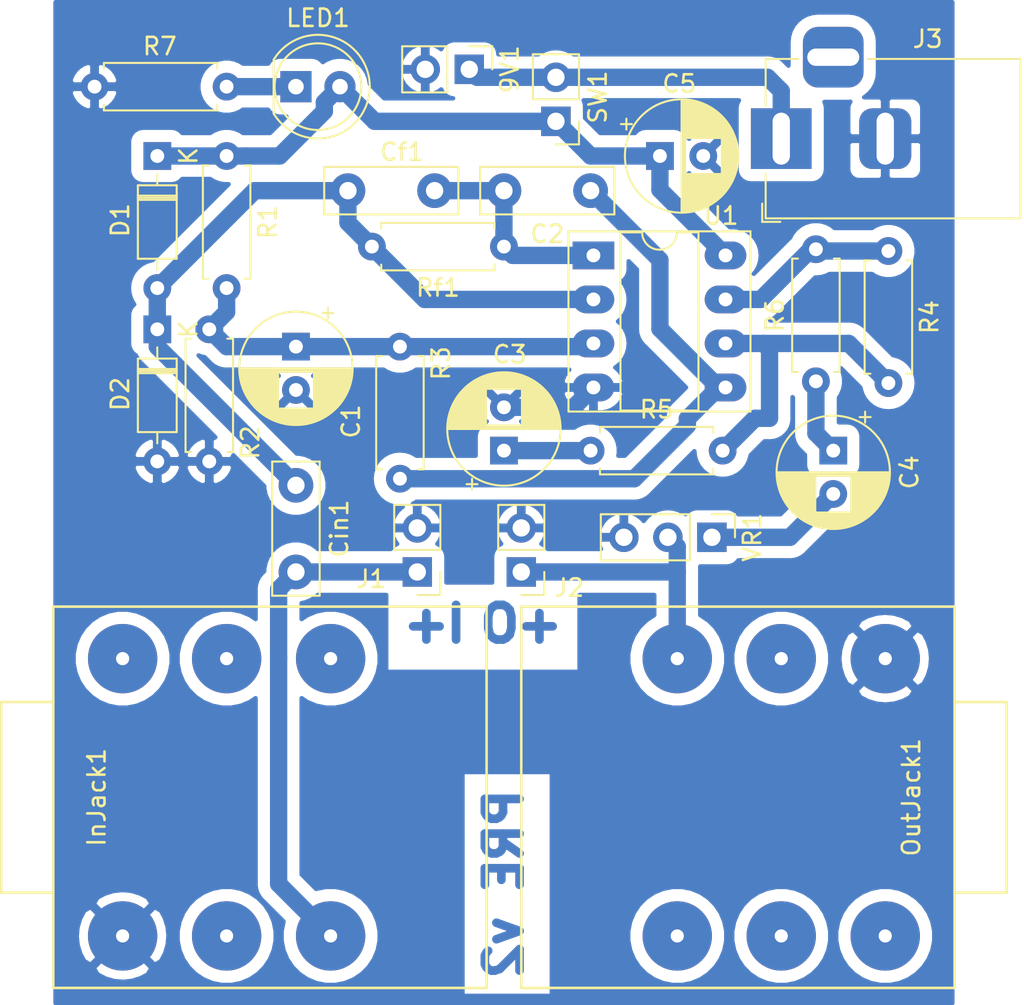
<source format=kicad_pcb>
(kicad_pcb (version 20171130) (host pcbnew "(5.1.5-0)")

  (general
    (thickness 1.6)
    (drawings 3)
    (tracks 75)
    (zones 0)
    (modules 27)
    (nets 25)
  )

  (page A4)
  (layers
    (0 F.Cu signal)
    (31 B.Cu signal)
    (32 B.Adhes user)
    (33 F.Adhes user)
    (34 B.Paste user)
    (35 F.Paste user)
    (36 B.SilkS user)
    (37 F.SilkS user)
    (38 B.Mask user)
    (39 F.Mask user)
    (40 Dwgs.User user)
    (41 Cmts.User user)
    (42 Eco1.User user)
    (43 Eco2.User user)
    (44 Edge.Cuts user)
    (45 Margin user)
    (46 B.CrtYd user)
    (47 F.CrtYd user)
    (48 B.Fab user)
    (49 F.Fab user)
  )

  (setup
    (last_trace_width 0.25)
    (user_trace_width 1)
    (trace_clearance 0.2)
    (zone_clearance 0.7)
    (zone_45_only no)
    (trace_min 0.2)
    (via_size 0.8)
    (via_drill 0.4)
    (via_min_size 0.4)
    (via_min_drill 0.3)
    (uvia_size 0.3)
    (uvia_drill 0.1)
    (uvias_allowed no)
    (uvia_min_size 0.2)
    (uvia_min_drill 0.1)
    (edge_width 0.05)
    (segment_width 0.2)
    (pcb_text_width 0.3)
    (pcb_text_size 1.5 1.5)
    (mod_edge_width 0.12)
    (mod_text_size 1 1)
    (mod_text_width 0.15)
    (pad_size 1.524 1.524)
    (pad_drill 0.762)
    (pad_to_mask_clearance 0.051)
    (solder_mask_min_width 0.25)
    (aux_axis_origin 0 0)
    (visible_elements 7FFFFFFF)
    (pcbplotparams
      (layerselection 0x010fc_ffffffff)
      (usegerberextensions false)
      (usegerberattributes false)
      (usegerberadvancedattributes false)
      (creategerberjobfile false)
      (excludeedgelayer true)
      (linewidth 0.100000)
      (plotframeref false)
      (viasonmask false)
      (mode 1)
      (useauxorigin false)
      (hpglpennumber 1)
      (hpglpenspeed 20)
      (hpglpendiameter 15.000000)
      (psnegative false)
      (psa4output false)
      (plotreference true)
      (plotvalue true)
      (plotinvisibletext false)
      (padsonsilk false)
      (subtractmaskfromsilk false)
      (outputformat 1)
      (mirror false)
      (drillshape 1)
      (scaleselection 1)
      (outputdirectory ""))
  )

  (net 0 "")
  (net 1 GND)
  (net 2 "Net-(9V1-Pad1)")
  (net 3 "Net-(C1-Pad1)")
  (net 4 "Net-(C2-Pad2)")
  (net 5 "Net-(C2-Pad1)")
  (net 6 "Net-(C3-Pad1)")
  (net 7 "Net-(C4-Pad2)")
  (net 8 "Net-(C4-Pad1)")
  (net 9 "Net-(C5-Pad1)")
  (net 10 "Net-(Cf1-Pad2)")
  (net 11 "Net-(Cin1-Pad2)")
  (net 12 "Net-(LED1-Pad1)")
  (net 13 "Net-(R4-Pad2)")
  (net 14 "Net-(R4-Pad1)")
  (net 15 "Net-(J2-Pad1)")
  (net 16 "Net-(J3-Pad3)")
  (net 17 "Net-(InJack1-Pad2)")
  (net 18 "Net-(InJack1-Pad3)")
  (net 19 "Net-(InJack1-Pad4)")
  (net 20 "Net-(InJack1-Pad6)")
  (net 21 "Net-(OutJack1-Pad6)")
  (net 22 "Net-(OutJack1-Pad4)")
  (net 23 "Net-(OutJack1-Pad3)")
  (net 24 "Net-(OutJack1-Pad2)")

  (net_class Default "This is the default net class."
    (clearance 0.2)
    (trace_width 0.25)
    (via_dia 0.8)
    (via_drill 0.4)
    (uvia_dia 0.3)
    (uvia_drill 0.1)
    (add_net GND)
    (add_net "Net-(9V1-Pad1)")
    (add_net "Net-(C1-Pad1)")
    (add_net "Net-(C2-Pad1)")
    (add_net "Net-(C2-Pad2)")
    (add_net "Net-(C3-Pad1)")
    (add_net "Net-(C4-Pad1)")
    (add_net "Net-(C4-Pad2)")
    (add_net "Net-(C5-Pad1)")
    (add_net "Net-(Cf1-Pad2)")
    (add_net "Net-(Cin1-Pad2)")
    (add_net "Net-(InJack1-Pad2)")
    (add_net "Net-(InJack1-Pad3)")
    (add_net "Net-(InJack1-Pad4)")
    (add_net "Net-(InJack1-Pad6)")
    (add_net "Net-(J2-Pad1)")
    (add_net "Net-(J3-Pad3)")
    (add_net "Net-(LED1-Pad1)")
    (add_net "Net-(OutJack1-Pad2)")
    (add_net "Net-(OutJack1-Pad3)")
    (add_net "Net-(OutJack1-Pad4)")
    (add_net "Net-(OutJack1-Pad6)")
    (add_net "Net-(R4-Pad1)")
    (add_net "Net-(R4-Pad2)")
  )

  (module Resistor_THT:R_Axial_DIN0207_L6.3mm_D2.5mm_P7.62mm_Horizontal (layer F.Cu) (tedit 5AE5139B) (tstamp 5FBF038B)
    (at 158 52 270)
    (descr "Resistor, Axial_DIN0207 series, Axial, Horizontal, pin pitch=7.62mm, 0.25W = 1/4W, length*diameter=6.3*2.5mm^2, http://cdn-reichelt.de/documents/datenblatt/B400/1_4W%23YAG.pdf")
    (tags "Resistor Axial_DIN0207 series Axial Horizontal pin pitch 7.62mm 0.25W = 1/4W length 6.3mm diameter 2.5mm")
    (path /5F738CD2)
    (fp_text reference R3 (at 0.959 -2.37 270) (layer F.SilkS)
      (effects (font (size 1 1) (thickness 0.15)))
    )
    (fp_text value 22k (at 3.81 2.37 270) (layer F.Fab)
      (effects (font (size 1 1) (thickness 0.15)))
    )
    (fp_text user %R (at 3.81 0 270) (layer F.Fab)
      (effects (font (size 1 1) (thickness 0.15)))
    )
    (fp_line (start 8.67 -1.5) (end -1.05 -1.5) (layer F.CrtYd) (width 0.05))
    (fp_line (start 8.67 1.5) (end 8.67 -1.5) (layer F.CrtYd) (width 0.05))
    (fp_line (start -1.05 1.5) (end 8.67 1.5) (layer F.CrtYd) (width 0.05))
    (fp_line (start -1.05 -1.5) (end -1.05 1.5) (layer F.CrtYd) (width 0.05))
    (fp_line (start 7.08 1.37) (end 7.08 1.04) (layer F.SilkS) (width 0.12))
    (fp_line (start 0.54 1.37) (end 7.08 1.37) (layer F.SilkS) (width 0.12))
    (fp_line (start 0.54 1.04) (end 0.54 1.37) (layer F.SilkS) (width 0.12))
    (fp_line (start 7.08 -1.37) (end 7.08 -1.04) (layer F.SilkS) (width 0.12))
    (fp_line (start 0.54 -1.37) (end 7.08 -1.37) (layer F.SilkS) (width 0.12))
    (fp_line (start 0.54 -1.04) (end 0.54 -1.37) (layer F.SilkS) (width 0.12))
    (fp_line (start 7.62 0) (end 6.96 0) (layer F.Fab) (width 0.1))
    (fp_line (start 0 0) (end 0.66 0) (layer F.Fab) (width 0.1))
    (fp_line (start 6.96 -1.25) (end 0.66 -1.25) (layer F.Fab) (width 0.1))
    (fp_line (start 6.96 1.25) (end 6.96 -1.25) (layer F.Fab) (width 0.1))
    (fp_line (start 0.66 1.25) (end 6.96 1.25) (layer F.Fab) (width 0.1))
    (fp_line (start 0.66 -1.25) (end 0.66 1.25) (layer F.Fab) (width 0.1))
    (pad 2 thru_hole oval (at 7.62 0 270) (size 1.6 1.6) (drill 0.8) (layers *.Cu *.Mask)
      (net 5 "Net-(C2-Pad1)"))
    (pad 1 thru_hole circle (at 0 0 270) (size 1.6 1.6) (drill 0.8) (layers *.Cu *.Mask)
      (net 3 "Net-(C1-Pad1)"))
    (model ${KISYS3DMOD}/Resistor_THT.3dshapes/R_Axial_DIN0207_L6.3mm_D2.5mm_P7.62mm_Horizontal.wrl
      (at (xyz 0 0 0))
      (scale (xyz 1 1 1))
      (rotate (xyz 0 0 0))
    )
  )

  (module Capacitor_THT:C_Disc_D7.5mm_W2.5mm_P5.00mm (layer F.Cu) (tedit 5AE50EF0) (tstamp 5FBFB2F8)
    (at 169 43 180)
    (descr "C, Disc series, Radial, pin pitch=5.00mm, , diameter*width=7.5*2.5mm^2, Capacitor, http://www.vishay.com/docs/28535/vy2series.pdf")
    (tags "C Disc series Radial pin pitch 5.00mm  diameter 7.5mm width 2.5mm Capacitor")
    (path /5F7265BD)
    (fp_text reference C2 (at 2.5 -2.5 180) (layer F.SilkS)
      (effects (font (size 1 1) (thickness 0.15)))
    )
    (fp_text value 220n (at 5.932 2.36) (layer F.Fab)
      (effects (font (size 1 1) (thickness 0.15)))
    )
    (fp_line (start -1.25 -1.25) (end -1.25 1.25) (layer F.Fab) (width 0.1))
    (fp_line (start -1.25 1.25) (end 6.25 1.25) (layer F.Fab) (width 0.1))
    (fp_line (start 6.25 1.25) (end 6.25 -1.25) (layer F.Fab) (width 0.1))
    (fp_line (start 6.25 -1.25) (end -1.25 -1.25) (layer F.Fab) (width 0.1))
    (fp_line (start -1.37 -1.37) (end 6.37 -1.37) (layer F.SilkS) (width 0.12))
    (fp_line (start -1.37 1.37) (end 6.37 1.37) (layer F.SilkS) (width 0.12))
    (fp_line (start -1.37 -1.37) (end -1.37 1.37) (layer F.SilkS) (width 0.12))
    (fp_line (start 6.37 -1.37) (end 6.37 1.37) (layer F.SilkS) (width 0.12))
    (fp_line (start -1.5 -1.5) (end -1.5 1.5) (layer F.CrtYd) (width 0.05))
    (fp_line (start -1.5 1.5) (end 6.5 1.5) (layer F.CrtYd) (width 0.05))
    (fp_line (start 6.5 1.5) (end 6.5 -1.5) (layer F.CrtYd) (width 0.05))
    (fp_line (start 6.5 -1.5) (end -1.5 -1.5) (layer F.CrtYd) (width 0.05))
    (fp_text user %R (at 2.5 0 180) (layer F.Fab)
      (effects (font (size 1 1) (thickness 0.15)))
    )
    (pad 1 thru_hole circle (at 0 0 180) (size 2 2) (drill 1) (layers *.Cu *.Mask)
      (net 5 "Net-(C2-Pad1)"))
    (pad 2 thru_hole circle (at 5 0 180) (size 2 2) (drill 1) (layers *.Cu *.Mask)
      (net 4 "Net-(C2-Pad2)"))
    (model ${KISYS3DMOD}/Capacitor_THT.3dshapes/C_Disc_D7.5mm_W2.5mm_P5.00mm.wrl
      (at (xyz 0 0 0))
      (scale (xyz 1 1 1))
      (rotate (xyz 0 0 0))
    )
  )

  (module Capacitor_THT:C_Disc_D7.5mm_W2.5mm_P5.00mm (layer F.Cu) (tedit 5AE50EF0) (tstamp 5FBFB2E6)
    (at 160 43 180)
    (descr "C, Disc series, Radial, pin pitch=5.00mm, , diameter*width=7.5*2.5mm^2, Capacitor, http://www.vishay.com/docs/28535/vy2series.pdf")
    (tags "C Disc series Radial pin pitch 5.00mm  diameter 7.5mm width 2.5mm Capacitor")
    (path /5F72566E)
    (fp_text reference Cf1 (at 1.885 2.233 180) (layer F.SilkS)
      (effects (font (size 1 1) (thickness 0.15)))
    )
    (fp_text value 10n (at 2.012 2.233 180) (layer F.Fab)
      (effects (font (size 1 1) (thickness 0.15)))
    )
    (fp_text user %R (at 2.5 0 180) (layer F.Fab)
      (effects (font (size 1 1) (thickness 0.15)))
    )
    (fp_line (start 6.5 -1.5) (end -1.5 -1.5) (layer F.CrtYd) (width 0.05))
    (fp_line (start 6.5 1.5) (end 6.5 -1.5) (layer F.CrtYd) (width 0.05))
    (fp_line (start -1.5 1.5) (end 6.5 1.5) (layer F.CrtYd) (width 0.05))
    (fp_line (start -1.5 -1.5) (end -1.5 1.5) (layer F.CrtYd) (width 0.05))
    (fp_line (start 6.37 -1.37) (end 6.37 1.37) (layer F.SilkS) (width 0.12))
    (fp_line (start -1.37 -1.37) (end -1.37 1.37) (layer F.SilkS) (width 0.12))
    (fp_line (start -1.37 1.37) (end 6.37 1.37) (layer F.SilkS) (width 0.12))
    (fp_line (start -1.37 -1.37) (end 6.37 -1.37) (layer F.SilkS) (width 0.12))
    (fp_line (start 6.25 -1.25) (end -1.25 -1.25) (layer F.Fab) (width 0.1))
    (fp_line (start 6.25 1.25) (end 6.25 -1.25) (layer F.Fab) (width 0.1))
    (fp_line (start -1.25 1.25) (end 6.25 1.25) (layer F.Fab) (width 0.1))
    (fp_line (start -1.25 -1.25) (end -1.25 1.25) (layer F.Fab) (width 0.1))
    (pad 2 thru_hole circle (at 5 0 180) (size 2 2) (drill 1) (layers *.Cu *.Mask)
      (net 10 "Net-(Cf1-Pad2)"))
    (pad 1 thru_hole circle (at 0 0 180) (size 2 2) (drill 1) (layers *.Cu *.Mask)
      (net 4 "Net-(C2-Pad2)"))
    (model ${KISYS3DMOD}/Capacitor_THT.3dshapes/C_Disc_D7.5mm_W2.5mm_P5.00mm.wrl
      (at (xyz 0 0 0))
      (scale (xyz 1 1 1))
      (rotate (xyz 0 0 0))
    )
  )

  (module Capacitor_THT:C_Disc_D7.5mm_W2.5mm_P5.00mm (layer F.Cu) (tedit 5AE50EF0) (tstamp 5FBFB2D4)
    (at 152 60 270)
    (descr "C, Disc series, Radial, pin pitch=5.00mm, , diameter*width=7.5*2.5mm^2, Capacitor, http://www.vishay.com/docs/28535/vy2series.pdf")
    (tags "C Disc series Radial pin pitch 5.00mm  diameter 7.5mm width 2.5mm Capacitor")
    (path /5F719589)
    (fp_text reference Cin1 (at 2.5 -2.5 270) (layer F.SilkS)
      (effects (font (size 1 1) (thickness 0.15)))
    )
    (fp_text value 100n (at 2.5 2.5 270) (layer F.Fab)
      (effects (font (size 1 1) (thickness 0.15)))
    )
    (fp_line (start -1.25 -1.25) (end -1.25 1.25) (layer F.Fab) (width 0.1))
    (fp_line (start -1.25 1.25) (end 6.25 1.25) (layer F.Fab) (width 0.1))
    (fp_line (start 6.25 1.25) (end 6.25 -1.25) (layer F.Fab) (width 0.1))
    (fp_line (start 6.25 -1.25) (end -1.25 -1.25) (layer F.Fab) (width 0.1))
    (fp_line (start -1.37 -1.37) (end 6.37 -1.37) (layer F.SilkS) (width 0.12))
    (fp_line (start -1.37 1.37) (end 6.37 1.37) (layer F.SilkS) (width 0.12))
    (fp_line (start -1.37 -1.37) (end -1.37 1.37) (layer F.SilkS) (width 0.12))
    (fp_line (start 6.37 -1.37) (end 6.37 1.37) (layer F.SilkS) (width 0.12))
    (fp_line (start -1.5 -1.5) (end -1.5 1.5) (layer F.CrtYd) (width 0.05))
    (fp_line (start -1.5 1.5) (end 6.5 1.5) (layer F.CrtYd) (width 0.05))
    (fp_line (start 6.5 1.5) (end 6.5 -1.5) (layer F.CrtYd) (width 0.05))
    (fp_line (start 6.5 -1.5) (end -1.5 -1.5) (layer F.CrtYd) (width 0.05))
    (fp_text user %R (at 2.5 0 270) (layer F.Fab)
      (effects (font (size 1 1) (thickness 0.15)))
    )
    (pad 1 thru_hole circle (at 0 0 270) (size 2 2) (drill 1) (layers *.Cu *.Mask)
      (net 10 "Net-(Cf1-Pad2)"))
    (pad 2 thru_hole circle (at 5 0 270) (size 2 2) (drill 1) (layers *.Cu *.Mask)
      (net 11 "Net-(Cin1-Pad2)"))
    (model ${KISYS3DMOD}/Capacitor_THT.3dshapes/C_Disc_D7.5mm_W2.5mm_P5.00mm.wrl
      (at (xyz 0 0 0))
      (scale (xyz 1 1 1))
      (rotate (xyz 0 0 0))
    )
  )

  (module Resistor_THT:R_Axial_DIN0207_L6.3mm_D2.5mm_P7.62mm_Horizontal (layer F.Cu) (tedit 5AE5139B) (tstamp 5FBF0375)
    (at 186.182 46.482 270)
    (descr "Resistor, Axial_DIN0207 series, Axial, Horizontal, pin pitch=7.62mm, 0.25W = 1/4W, length*diameter=6.3*2.5mm^2, http://cdn-reichelt.de/documents/datenblatt/B400/1_4W%23YAG.pdf")
    (tags "Resistor Axial_DIN0207 series Axial Horizontal pin pitch 7.62mm 0.25W = 1/4W length 6.3mm diameter 2.5mm")
    (path /5F73A4FE)
    (fp_text reference R4 (at 3.81 -2.37 270) (layer F.SilkS)
      (effects (font (size 1 1) (thickness 0.15)))
    )
    (fp_text value 10k (at 3.556 -2.032 270) (layer F.Fab)
      (effects (font (size 1 1) (thickness 0.15)))
    )
    (fp_line (start 0.66 -1.25) (end 0.66 1.25) (layer F.Fab) (width 0.1))
    (fp_line (start 0.66 1.25) (end 6.96 1.25) (layer F.Fab) (width 0.1))
    (fp_line (start 6.96 1.25) (end 6.96 -1.25) (layer F.Fab) (width 0.1))
    (fp_line (start 6.96 -1.25) (end 0.66 -1.25) (layer F.Fab) (width 0.1))
    (fp_line (start 0 0) (end 0.66 0) (layer F.Fab) (width 0.1))
    (fp_line (start 7.62 0) (end 6.96 0) (layer F.Fab) (width 0.1))
    (fp_line (start 0.54 -1.04) (end 0.54 -1.37) (layer F.SilkS) (width 0.12))
    (fp_line (start 0.54 -1.37) (end 7.08 -1.37) (layer F.SilkS) (width 0.12))
    (fp_line (start 7.08 -1.37) (end 7.08 -1.04) (layer F.SilkS) (width 0.12))
    (fp_line (start 0.54 1.04) (end 0.54 1.37) (layer F.SilkS) (width 0.12))
    (fp_line (start 0.54 1.37) (end 7.08 1.37) (layer F.SilkS) (width 0.12))
    (fp_line (start 7.08 1.37) (end 7.08 1.04) (layer F.SilkS) (width 0.12))
    (fp_line (start -1.05 -1.5) (end -1.05 1.5) (layer F.CrtYd) (width 0.05))
    (fp_line (start -1.05 1.5) (end 8.67 1.5) (layer F.CrtYd) (width 0.05))
    (fp_line (start 8.67 1.5) (end 8.67 -1.5) (layer F.CrtYd) (width 0.05))
    (fp_line (start 8.67 -1.5) (end -1.05 -1.5) (layer F.CrtYd) (width 0.05))
    (fp_text user %R (at 3.81 0 270) (layer F.Fab)
      (effects (font (size 1 1) (thickness 0.15)))
    )
    (pad 1 thru_hole circle (at 0 0 270) (size 1.6 1.6) (drill 0.8) (layers *.Cu *.Mask)
      (net 14 "Net-(R4-Pad1)"))
    (pad 2 thru_hole oval (at 7.62 0 270) (size 1.6 1.6) (drill 0.8) (layers *.Cu *.Mask)
      (net 13 "Net-(R4-Pad2)"))
    (model ${KISYS3DMOD}/Resistor_THT.3dshapes/R_Axial_DIN0207_L6.3mm_D2.5mm_P7.62mm_Horizontal.wrl
      (at (xyz 0 0 0))
      (scale (xyz 1 1 1))
      (rotate (xyz 0 0 0))
    )
  )

  (module Resistor_THT:R_Axial_DIN0207_L6.3mm_D2.5mm_P7.62mm_Horizontal (layer F.Cu) (tedit 5AE5139B) (tstamp 5FBF035F)
    (at 148 41 270)
    (descr "Resistor, Axial_DIN0207 series, Axial, Horizontal, pin pitch=7.62mm, 0.25W = 1/4W, length*diameter=6.3*2.5mm^2, http://cdn-reichelt.de/documents/datenblatt/B400/1_4W%23YAG.pdf")
    (tags "Resistor Axial_DIN0207 series Axial Horizontal pin pitch 7.62mm 0.25W = 1/4W length 6.3mm diameter 2.5mm")
    (path /5F714A1A)
    (fp_text reference R1 (at 3.81 -2.37 270) (layer F.SilkS)
      (effects (font (size 1 1) (thickness 0.15)))
    )
    (fp_text value 10k (at 3.958 -2.241 90) (layer F.Fab)
      (effects (font (size 1 1) (thickness 0.15)))
    )
    (fp_text user %R (at 3.81 0 270) (layer F.Fab)
      (effects (font (size 1 1) (thickness 0.15)))
    )
    (fp_line (start 8.67 -1.5) (end -1.05 -1.5) (layer F.CrtYd) (width 0.05))
    (fp_line (start 8.67 1.5) (end 8.67 -1.5) (layer F.CrtYd) (width 0.05))
    (fp_line (start -1.05 1.5) (end 8.67 1.5) (layer F.CrtYd) (width 0.05))
    (fp_line (start -1.05 -1.5) (end -1.05 1.5) (layer F.CrtYd) (width 0.05))
    (fp_line (start 7.08 1.37) (end 7.08 1.04) (layer F.SilkS) (width 0.12))
    (fp_line (start 0.54 1.37) (end 7.08 1.37) (layer F.SilkS) (width 0.12))
    (fp_line (start 0.54 1.04) (end 0.54 1.37) (layer F.SilkS) (width 0.12))
    (fp_line (start 7.08 -1.37) (end 7.08 -1.04) (layer F.SilkS) (width 0.12))
    (fp_line (start 0.54 -1.37) (end 7.08 -1.37) (layer F.SilkS) (width 0.12))
    (fp_line (start 0.54 -1.04) (end 0.54 -1.37) (layer F.SilkS) (width 0.12))
    (fp_line (start 7.62 0) (end 6.96 0) (layer F.Fab) (width 0.1))
    (fp_line (start 0 0) (end 0.66 0) (layer F.Fab) (width 0.1))
    (fp_line (start 6.96 -1.25) (end 0.66 -1.25) (layer F.Fab) (width 0.1))
    (fp_line (start 6.96 1.25) (end 6.96 -1.25) (layer F.Fab) (width 0.1))
    (fp_line (start 0.66 1.25) (end 6.96 1.25) (layer F.Fab) (width 0.1))
    (fp_line (start 0.66 -1.25) (end 0.66 1.25) (layer F.Fab) (width 0.1))
    (pad 2 thru_hole oval (at 7.62 0 270) (size 1.6 1.6) (drill 0.8) (layers *.Cu *.Mask)
      (net 3 "Net-(C1-Pad1)"))
    (pad 1 thru_hole circle (at 0 0 270) (size 1.6 1.6) (drill 0.8) (layers *.Cu *.Mask)
      (net 9 "Net-(C5-Pad1)"))
    (model ${KISYS3DMOD}/Resistor_THT.3dshapes/R_Axial_DIN0207_L6.3mm_D2.5mm_P7.62mm_Horizontal.wrl
      (at (xyz 0 0 0))
      (scale (xyz 1 1 1))
      (rotate (xyz 0 0 0))
    )
  )

  (module Resistor_THT:R_Axial_DIN0207_L6.3mm_D2.5mm_P7.62mm_Horizontal (layer F.Cu) (tedit 5AE5139B) (tstamp 5FBF0349)
    (at 147 51 270)
    (descr "Resistor, Axial_DIN0207 series, Axial, Horizontal, pin pitch=7.62mm, 0.25W = 1/4W, length*diameter=6.3*2.5mm^2, http://cdn-reichelt.de/documents/datenblatt/B400/1_4W%23YAG.pdf")
    (tags "Resistor Axial_DIN0207 series Axial Horizontal pin pitch 7.62mm 0.25W = 1/4W length 6.3mm diameter 2.5mm")
    (path /5F71512A)
    (fp_text reference R2 (at 6.531 -2.37 270) (layer F.SilkS)
      (effects (font (size 1 1) (thickness 0.15)))
    )
    (fp_text value 10k (at 9.706 -0.193 180) (layer F.Fab)
      (effects (font (size 1 1) (thickness 0.15)))
    )
    (fp_line (start 0.66 -1.25) (end 0.66 1.25) (layer F.Fab) (width 0.1))
    (fp_line (start 0.66 1.25) (end 6.96 1.25) (layer F.Fab) (width 0.1))
    (fp_line (start 6.96 1.25) (end 6.96 -1.25) (layer F.Fab) (width 0.1))
    (fp_line (start 6.96 -1.25) (end 0.66 -1.25) (layer F.Fab) (width 0.1))
    (fp_line (start 0 0) (end 0.66 0) (layer F.Fab) (width 0.1))
    (fp_line (start 7.62 0) (end 6.96 0) (layer F.Fab) (width 0.1))
    (fp_line (start 0.54 -1.04) (end 0.54 -1.37) (layer F.SilkS) (width 0.12))
    (fp_line (start 0.54 -1.37) (end 7.08 -1.37) (layer F.SilkS) (width 0.12))
    (fp_line (start 7.08 -1.37) (end 7.08 -1.04) (layer F.SilkS) (width 0.12))
    (fp_line (start 0.54 1.04) (end 0.54 1.37) (layer F.SilkS) (width 0.12))
    (fp_line (start 0.54 1.37) (end 7.08 1.37) (layer F.SilkS) (width 0.12))
    (fp_line (start 7.08 1.37) (end 7.08 1.04) (layer F.SilkS) (width 0.12))
    (fp_line (start -1.05 -1.5) (end -1.05 1.5) (layer F.CrtYd) (width 0.05))
    (fp_line (start -1.05 1.5) (end 8.67 1.5) (layer F.CrtYd) (width 0.05))
    (fp_line (start 8.67 1.5) (end 8.67 -1.5) (layer F.CrtYd) (width 0.05))
    (fp_line (start 8.67 -1.5) (end -1.05 -1.5) (layer F.CrtYd) (width 0.05))
    (fp_text user %R (at 3.81 0 270) (layer F.Fab)
      (effects (font (size 1 1) (thickness 0.15)))
    )
    (pad 1 thru_hole circle (at 0 0 270) (size 1.6 1.6) (drill 0.8) (layers *.Cu *.Mask)
      (net 3 "Net-(C1-Pad1)"))
    (pad 2 thru_hole oval (at 7.62 0 270) (size 1.6 1.6) (drill 0.8) (layers *.Cu *.Mask)
      (net 1 GND))
    (model ${KISYS3DMOD}/Resistor_THT.3dshapes/R_Axial_DIN0207_L6.3mm_D2.5mm_P7.62mm_Horizontal.wrl
      (at (xyz 0 0 0))
      (scale (xyz 1 1 1))
      (rotate (xyz 0 0 0))
    )
  )

  (module Resistor_THT:R_Axial_DIN0207_L6.3mm_D2.5mm_P7.62mm_Horizontal (layer F.Cu) (tedit 5AE5139B) (tstamp 5FBF0333)
    (at 169 58)
    (descr "Resistor, Axial_DIN0207 series, Axial, Horizontal, pin pitch=7.62mm, 0.25W = 1/4W, length*diameter=6.3*2.5mm^2, http://cdn-reichelt.de/documents/datenblatt/B400/1_4W%23YAG.pdf")
    (tags "Resistor Axial_DIN0207 series Axial Horizontal pin pitch 7.62mm 0.25W = 1/4W length 6.3mm diameter 2.5mm")
    (path /5F73AE40)
    (fp_text reference R5 (at 3.81 -2.37) (layer F.SilkS)
      (effects (font (size 1 1) (thickness 0.15)))
    )
    (fp_text value 10k (at 3.81 2.37) (layer F.Fab)
      (effects (font (size 1 1) (thickness 0.15)))
    )
    (fp_text user %R (at 3.81 0) (layer F.Fab)
      (effects (font (size 1 1) (thickness 0.15)))
    )
    (fp_line (start 8.67 -1.5) (end -1.05 -1.5) (layer F.CrtYd) (width 0.05))
    (fp_line (start 8.67 1.5) (end 8.67 -1.5) (layer F.CrtYd) (width 0.05))
    (fp_line (start -1.05 1.5) (end 8.67 1.5) (layer F.CrtYd) (width 0.05))
    (fp_line (start -1.05 -1.5) (end -1.05 1.5) (layer F.CrtYd) (width 0.05))
    (fp_line (start 7.08 1.37) (end 7.08 1.04) (layer F.SilkS) (width 0.12))
    (fp_line (start 0.54 1.37) (end 7.08 1.37) (layer F.SilkS) (width 0.12))
    (fp_line (start 0.54 1.04) (end 0.54 1.37) (layer F.SilkS) (width 0.12))
    (fp_line (start 7.08 -1.37) (end 7.08 -1.04) (layer F.SilkS) (width 0.12))
    (fp_line (start 0.54 -1.37) (end 7.08 -1.37) (layer F.SilkS) (width 0.12))
    (fp_line (start 0.54 -1.04) (end 0.54 -1.37) (layer F.SilkS) (width 0.12))
    (fp_line (start 7.62 0) (end 6.96 0) (layer F.Fab) (width 0.1))
    (fp_line (start 0 0) (end 0.66 0) (layer F.Fab) (width 0.1))
    (fp_line (start 6.96 -1.25) (end 0.66 -1.25) (layer F.Fab) (width 0.1))
    (fp_line (start 6.96 1.25) (end 6.96 -1.25) (layer F.Fab) (width 0.1))
    (fp_line (start 0.66 1.25) (end 6.96 1.25) (layer F.Fab) (width 0.1))
    (fp_line (start 0.66 -1.25) (end 0.66 1.25) (layer F.Fab) (width 0.1))
    (pad 2 thru_hole oval (at 7.62 0) (size 1.6 1.6) (drill 0.8) (layers *.Cu *.Mask)
      (net 13 "Net-(R4-Pad2)"))
    (pad 1 thru_hole circle (at 0 0) (size 1.6 1.6) (drill 0.8) (layers *.Cu *.Mask)
      (net 6 "Net-(C3-Pad1)"))
    (model ${KISYS3DMOD}/Resistor_THT.3dshapes/R_Axial_DIN0207_L6.3mm_D2.5mm_P7.62mm_Horizontal.wrl
      (at (xyz 0 0 0))
      (scale (xyz 1 1 1))
      (rotate (xyz 0 0 0))
    )
  )

  (module Resistor_THT:R_Axial_DIN0207_L6.3mm_D2.5mm_P7.62mm_Horizontal (layer F.Cu) (tedit 5AE5139B) (tstamp 5FBF031D)
    (at 182 54 90)
    (descr "Resistor, Axial_DIN0207 series, Axial, Horizontal, pin pitch=7.62mm, 0.25W = 1/4W, length*diameter=6.3*2.5mm^2, http://cdn-reichelt.de/documents/datenblatt/B400/1_4W%23YAG.pdf")
    (tags "Resistor Axial_DIN0207 series Axial Horizontal pin pitch 7.62mm 0.25W = 1/4W length 6.3mm diameter 2.5mm")
    (path /5F73DEBF)
    (fp_text reference R6 (at 3.81 -2.37 90) (layer F.SilkS)
      (effects (font (size 1 1) (thickness 0.15)))
    )
    (fp_text value 100ohm (at 3.962 -2.549 90) (layer F.Fab)
      (effects (font (size 1 1) (thickness 0.15)))
    )
    (fp_line (start 0.66 -1.25) (end 0.66 1.25) (layer F.Fab) (width 0.1))
    (fp_line (start 0.66 1.25) (end 6.96 1.25) (layer F.Fab) (width 0.1))
    (fp_line (start 6.96 1.25) (end 6.96 -1.25) (layer F.Fab) (width 0.1))
    (fp_line (start 6.96 -1.25) (end 0.66 -1.25) (layer F.Fab) (width 0.1))
    (fp_line (start 0 0) (end 0.66 0) (layer F.Fab) (width 0.1))
    (fp_line (start 7.62 0) (end 6.96 0) (layer F.Fab) (width 0.1))
    (fp_line (start 0.54 -1.04) (end 0.54 -1.37) (layer F.SilkS) (width 0.12))
    (fp_line (start 0.54 -1.37) (end 7.08 -1.37) (layer F.SilkS) (width 0.12))
    (fp_line (start 7.08 -1.37) (end 7.08 -1.04) (layer F.SilkS) (width 0.12))
    (fp_line (start 0.54 1.04) (end 0.54 1.37) (layer F.SilkS) (width 0.12))
    (fp_line (start 0.54 1.37) (end 7.08 1.37) (layer F.SilkS) (width 0.12))
    (fp_line (start 7.08 1.37) (end 7.08 1.04) (layer F.SilkS) (width 0.12))
    (fp_line (start -1.05 -1.5) (end -1.05 1.5) (layer F.CrtYd) (width 0.05))
    (fp_line (start -1.05 1.5) (end 8.67 1.5) (layer F.CrtYd) (width 0.05))
    (fp_line (start 8.67 1.5) (end 8.67 -1.5) (layer F.CrtYd) (width 0.05))
    (fp_line (start 8.67 -1.5) (end -1.05 -1.5) (layer F.CrtYd) (width 0.05))
    (fp_text user %R (at 3.81 0 90) (layer F.Fab)
      (effects (font (size 1 1) (thickness 0.15)))
    )
    (pad 1 thru_hole circle (at 0 0 90) (size 1.6 1.6) (drill 0.8) (layers *.Cu *.Mask)
      (net 8 "Net-(C4-Pad1)"))
    (pad 2 thru_hole oval (at 7.62 0 90) (size 1.6 1.6) (drill 0.8) (layers *.Cu *.Mask)
      (net 14 "Net-(R4-Pad1)"))
    (model ${KISYS3DMOD}/Resistor_THT.3dshapes/R_Axial_DIN0207_L6.3mm_D2.5mm_P7.62mm_Horizontal.wrl
      (at (xyz 0 0 0))
      (scale (xyz 1 1 1))
      (rotate (xyz 0 0 0))
    )
  )

  (module Resistor_THT:R_Axial_DIN0207_L6.3mm_D2.5mm_P7.62mm_Horizontal (layer F.Cu) (tedit 5AE5139B) (tstamp 5FBF0307)
    (at 148 37 180)
    (descr "Resistor, Axial_DIN0207 series, Axial, Horizontal, pin pitch=7.62mm, 0.25W = 1/4W, length*diameter=6.3*2.5mm^2, http://cdn-reichelt.de/documents/datenblatt/B400/1_4W%23YAG.pdf")
    (tags "Resistor Axial_DIN0207 series Axial Horizontal pin pitch 7.62mm 0.25W = 1/4W length 6.3mm diameter 2.5mm")
    (path /5F7292E4)
    (fp_text reference R7 (at 3.855 2.329 180) (layer F.SilkS)
      (effects (font (size 1 1) (thickness 0.15)))
    )
    (fp_text value 10k (at 3.81 2.37 180) (layer F.Fab)
      (effects (font (size 1 1) (thickness 0.15)))
    )
    (fp_text user %R (at 3.81 0 180) (layer F.Fab)
      (effects (font (size 1 1) (thickness 0.15)))
    )
    (fp_line (start 8.67 -1.5) (end -1.05 -1.5) (layer F.CrtYd) (width 0.05))
    (fp_line (start 8.67 1.5) (end 8.67 -1.5) (layer F.CrtYd) (width 0.05))
    (fp_line (start -1.05 1.5) (end 8.67 1.5) (layer F.CrtYd) (width 0.05))
    (fp_line (start -1.05 -1.5) (end -1.05 1.5) (layer F.CrtYd) (width 0.05))
    (fp_line (start 7.08 1.37) (end 7.08 1.04) (layer F.SilkS) (width 0.12))
    (fp_line (start 0.54 1.37) (end 7.08 1.37) (layer F.SilkS) (width 0.12))
    (fp_line (start 0.54 1.04) (end 0.54 1.37) (layer F.SilkS) (width 0.12))
    (fp_line (start 7.08 -1.37) (end 7.08 -1.04) (layer F.SilkS) (width 0.12))
    (fp_line (start 0.54 -1.37) (end 7.08 -1.37) (layer F.SilkS) (width 0.12))
    (fp_line (start 0.54 -1.04) (end 0.54 -1.37) (layer F.SilkS) (width 0.12))
    (fp_line (start 7.62 0) (end 6.96 0) (layer F.Fab) (width 0.1))
    (fp_line (start 0 0) (end 0.66 0) (layer F.Fab) (width 0.1))
    (fp_line (start 6.96 -1.25) (end 0.66 -1.25) (layer F.Fab) (width 0.1))
    (fp_line (start 6.96 1.25) (end 6.96 -1.25) (layer F.Fab) (width 0.1))
    (fp_line (start 0.66 1.25) (end 6.96 1.25) (layer F.Fab) (width 0.1))
    (fp_line (start 0.66 -1.25) (end 0.66 1.25) (layer F.Fab) (width 0.1))
    (pad 2 thru_hole oval (at 7.62 0 180) (size 1.6 1.6) (drill 0.8) (layers *.Cu *.Mask)
      (net 1 GND))
    (pad 1 thru_hole circle (at 0 0 180) (size 1.6 1.6) (drill 0.8) (layers *.Cu *.Mask)
      (net 12 "Net-(LED1-Pad1)"))
    (model ${KISYS3DMOD}/Resistor_THT.3dshapes/R_Axial_DIN0207_L6.3mm_D2.5mm_P7.62mm_Horizontal.wrl
      (at (xyz 0 0 0))
      (scale (xyz 1 1 1))
      (rotate (xyz 0 0 0))
    )
  )

  (module Resistor_THT:R_Axial_DIN0207_L6.3mm_D2.5mm_P7.62mm_Horizontal (layer F.Cu) (tedit 5AE5139B) (tstamp 5FBF02F1)
    (at 164 46.228 180)
    (descr "Resistor, Axial_DIN0207 series, Axial, Horizontal, pin pitch=7.62mm, 0.25W = 1/4W, length*diameter=6.3*2.5mm^2, http://cdn-reichelt.de/documents/datenblatt/B400/1_4W%23YAG.pdf")
    (tags "Resistor Axial_DIN0207 series Axial Horizontal pin pitch 7.62mm 0.25W = 1/4W length 6.3mm diameter 2.5mm")
    (path /5F7249ED)
    (fp_text reference Rf1 (at 3.81 -2.37 180) (layer F.SilkS)
      (effects (font (size 1 1) (thickness 0.15)))
    )
    (fp_text value 1M (at 3.853 -2.286 180) (layer F.Fab)
      (effects (font (size 1 1) (thickness 0.15)))
    )
    (fp_line (start 0.66 -1.25) (end 0.66 1.25) (layer F.Fab) (width 0.1))
    (fp_line (start 0.66 1.25) (end 6.96 1.25) (layer F.Fab) (width 0.1))
    (fp_line (start 6.96 1.25) (end 6.96 -1.25) (layer F.Fab) (width 0.1))
    (fp_line (start 6.96 -1.25) (end 0.66 -1.25) (layer F.Fab) (width 0.1))
    (fp_line (start 0 0) (end 0.66 0) (layer F.Fab) (width 0.1))
    (fp_line (start 7.62 0) (end 6.96 0) (layer F.Fab) (width 0.1))
    (fp_line (start 0.54 -1.04) (end 0.54 -1.37) (layer F.SilkS) (width 0.12))
    (fp_line (start 0.54 -1.37) (end 7.08 -1.37) (layer F.SilkS) (width 0.12))
    (fp_line (start 7.08 -1.37) (end 7.08 -1.04) (layer F.SilkS) (width 0.12))
    (fp_line (start 0.54 1.04) (end 0.54 1.37) (layer F.SilkS) (width 0.12))
    (fp_line (start 0.54 1.37) (end 7.08 1.37) (layer F.SilkS) (width 0.12))
    (fp_line (start 7.08 1.37) (end 7.08 1.04) (layer F.SilkS) (width 0.12))
    (fp_line (start -1.05 -1.5) (end -1.05 1.5) (layer F.CrtYd) (width 0.05))
    (fp_line (start -1.05 1.5) (end 8.67 1.5) (layer F.CrtYd) (width 0.05))
    (fp_line (start 8.67 1.5) (end 8.67 -1.5) (layer F.CrtYd) (width 0.05))
    (fp_line (start 8.67 -1.5) (end -1.05 -1.5) (layer F.CrtYd) (width 0.05))
    (fp_text user %R (at 3.81 0 180) (layer F.Fab)
      (effects (font (size 1 1) (thickness 0.15)))
    )
    (pad 1 thru_hole circle (at 0 0 180) (size 1.6 1.6) (drill 0.8) (layers *.Cu *.Mask)
      (net 4 "Net-(C2-Pad2)"))
    (pad 2 thru_hole oval (at 7.62 0 180) (size 1.6 1.6) (drill 0.8) (layers *.Cu *.Mask)
      (net 10 "Net-(Cf1-Pad2)"))
    (model ${KISYS3DMOD}/Resistor_THT.3dshapes/R_Axial_DIN0207_L6.3mm_D2.5mm_P7.62mm_Horizontal.wrl
      (at (xyz 0 0 0))
      (scale (xyz 1 1 1))
      (rotate (xyz 0 0 0))
    )
  )

  (module NateLibrary:StereoJackTRS3 (layer F.Cu) (tedit 5FBE9663) (tstamp 5FBF2934)
    (at 188 78 270)
    (path /5FBEA893)
    (fp_text reference OutJack1 (at 0 0.5 270) (layer F.SilkS)
      (effects (font (size 1 1) (thickness 0.15)))
    )
    (fp_text value OutJack (at 0 -0.5 270) (layer F.Fab)
      (effects (font (size 1 1) (thickness 0.15)))
    )
    (fp_line (start 5.5 -5) (end 5.5 -2) (layer F.SilkS) (width 0.15))
    (fp_line (start -5.5 -5) (end 5.5 -5) (layer F.SilkS) (width 0.15))
    (fp_line (start -5.5 -2) (end -5.5 -5) (layer F.SilkS) (width 0.15))
    (fp_line (start -11 23) (end -11 -2) (layer F.SilkS) (width 0.15))
    (fp_line (start 11 23) (end -11 23) (layer F.SilkS) (width 0.15))
    (fp_line (start 11 -2) (end 11 23) (layer F.SilkS) (width 0.15))
    (fp_line (start -11 -2) (end 11 -2) (layer F.SilkS) (width 0.15))
    (pad 6 thru_hole circle (at 8 14 270) (size 4 4) (drill 0.762) (layers *.Cu *.Mask)
      (net 21 "Net-(OutJack1-Pad6)"))
    (pad 5 thru_hole circle (at -8 14 270) (size 4 4) (drill 0.762) (layers *.Cu *.Mask)
      (net 15 "Net-(J2-Pad1)"))
    (pad 4 thru_hole circle (at 8 8 270) (size 4 4) (drill 0.762) (layers *.Cu *.Mask)
      (net 22 "Net-(OutJack1-Pad4)"))
    (pad 3 thru_hole circle (at -8 8 270) (size 4 4) (drill 0.762) (layers *.Cu *.Mask)
      (net 23 "Net-(OutJack1-Pad3)"))
    (pad 2 thru_hole circle (at 8 2 270) (size 4 4) (drill 0.762) (layers *.Cu *.Mask)
      (net 24 "Net-(OutJack1-Pad2)"))
    (pad 1 thru_hole circle (at -8 2 270) (size 4 4) (drill 0.762) (layers *.Cu *.Mask)
      (net 1 GND))
  )

  (module NateLibrary:StereoJackTRS3 (layer F.Cu) (tedit 5FBE9663) (tstamp 5FBEC2C5)
    (at 140 78 90)
    (path /5FBEA7B6)
    (fp_text reference InJack1 (at 0 0.5 90) (layer F.SilkS)
      (effects (font (size 1 1) (thickness 0.15)))
    )
    (fp_text value InJack (at 0 -0.5 90) (layer F.Fab)
      (effects (font (size 1 1) (thickness 0.15)))
    )
    (fp_line (start -11 -2) (end 11 -2) (layer F.SilkS) (width 0.15))
    (fp_line (start 11 -2) (end 11 23) (layer F.SilkS) (width 0.15))
    (fp_line (start 11 23) (end -11 23) (layer F.SilkS) (width 0.15))
    (fp_line (start -11 23) (end -11 -2) (layer F.SilkS) (width 0.15))
    (fp_line (start -5.5 -2) (end -5.5 -5) (layer F.SilkS) (width 0.15))
    (fp_line (start -5.5 -5) (end 5.5 -5) (layer F.SilkS) (width 0.15))
    (fp_line (start 5.5 -5) (end 5.5 -2) (layer F.SilkS) (width 0.15))
    (pad 1 thru_hole circle (at -8 2 90) (size 4 4) (drill 0.762) (layers *.Cu *.Mask)
      (net 1 GND))
    (pad 2 thru_hole circle (at 8 2 90) (size 4 4) (drill 0.762) (layers *.Cu *.Mask)
      (net 17 "Net-(InJack1-Pad2)"))
    (pad 3 thru_hole circle (at -8 8 90) (size 4 4) (drill 0.762) (layers *.Cu *.Mask)
      (net 18 "Net-(InJack1-Pad3)"))
    (pad 4 thru_hole circle (at 8 8 90) (size 4 4) (drill 0.762) (layers *.Cu *.Mask)
      (net 19 "Net-(InJack1-Pad4)"))
    (pad 5 thru_hole circle (at -8 14 90) (size 4 4) (drill 0.762) (layers *.Cu *.Mask)
      (net 11 "Net-(Cin1-Pad2)"))
    (pad 6 thru_hole circle (at 8 14 90) (size 4 4) (drill 0.762) (layers *.Cu *.Mask)
      (net 20 "Net-(InJack1-Pad6)"))
  )

  (module Connector_BarrelJack:BarrelJack_Horizontal (layer F.Cu) (tedit 5A1DBF6A) (tstamp 5FBEA3FF)
    (at 180 40 180)
    (descr "DC Barrel Jack")
    (tags "Power Jack")
    (path /5FBE8FDA)
    (fp_text reference J3 (at -8.45 5.75) (layer F.SilkS)
      (effects (font (size 1 1) (thickness 0.15)))
    )
    (fp_text value Barrel_Jack_Switch (at -6.436 -3.434) (layer F.Fab)
      (effects (font (size 1 1) (thickness 0.15)))
    )
    (fp_line (start 0 -4.5) (end -13.7 -4.5) (layer F.Fab) (width 0.1))
    (fp_line (start 0.8 4.5) (end 0.8 -3.75) (layer F.Fab) (width 0.1))
    (fp_line (start -13.7 4.5) (end 0.8 4.5) (layer F.Fab) (width 0.1))
    (fp_line (start -13.7 -4.5) (end -13.7 4.5) (layer F.Fab) (width 0.1))
    (fp_line (start -10.2 -4.5) (end -10.2 4.5) (layer F.Fab) (width 0.1))
    (fp_line (start 0.9 -4.6) (end 0.9 -2) (layer F.SilkS) (width 0.12))
    (fp_line (start -13.8 -4.6) (end 0.9 -4.6) (layer F.SilkS) (width 0.12))
    (fp_line (start 0.9 4.6) (end -1 4.6) (layer F.SilkS) (width 0.12))
    (fp_line (start 0.9 1.9) (end 0.9 4.6) (layer F.SilkS) (width 0.12))
    (fp_line (start -13.8 4.6) (end -13.8 -4.6) (layer F.SilkS) (width 0.12))
    (fp_line (start -5 4.6) (end -13.8 4.6) (layer F.SilkS) (width 0.12))
    (fp_line (start -14 4.75) (end -14 -4.75) (layer F.CrtYd) (width 0.05))
    (fp_line (start -5 4.75) (end -14 4.75) (layer F.CrtYd) (width 0.05))
    (fp_line (start -5 6.75) (end -5 4.75) (layer F.CrtYd) (width 0.05))
    (fp_line (start -1 6.75) (end -5 6.75) (layer F.CrtYd) (width 0.05))
    (fp_line (start -1 4.75) (end -1 6.75) (layer F.CrtYd) (width 0.05))
    (fp_line (start 1 4.75) (end -1 4.75) (layer F.CrtYd) (width 0.05))
    (fp_line (start 1 2) (end 1 4.75) (layer F.CrtYd) (width 0.05))
    (fp_line (start 2 2) (end 1 2) (layer F.CrtYd) (width 0.05))
    (fp_line (start 2 -2) (end 2 2) (layer F.CrtYd) (width 0.05))
    (fp_line (start 1 -2) (end 2 -2) (layer F.CrtYd) (width 0.05))
    (fp_line (start 1 -4.5) (end 1 -2) (layer F.CrtYd) (width 0.05))
    (fp_line (start 1 -4.75) (end -14 -4.75) (layer F.CrtYd) (width 0.05))
    (fp_line (start 1 -4.5) (end 1 -4.75) (layer F.CrtYd) (width 0.05))
    (fp_line (start 0.05 -4.8) (end 1.1 -4.8) (layer F.SilkS) (width 0.12))
    (fp_line (start 1.1 -3.75) (end 1.1 -4.8) (layer F.SilkS) (width 0.12))
    (fp_line (start -0.003213 -4.505425) (end 0.8 -3.75) (layer F.Fab) (width 0.1))
    (fp_text user %R (at -2.88 0.884) (layer F.Fab)
      (effects (font (size 1 1) (thickness 0.15)))
    )
    (pad 3 thru_hole roundrect (at -3 4.7 180) (size 3.5 3.5) (drill oval 3 1) (layers *.Cu *.Mask) (roundrect_rratio 0.25)
      (net 16 "Net-(J3-Pad3)"))
    (pad 2 thru_hole roundrect (at -6 0 180) (size 3 3.5) (drill oval 1 3) (layers *.Cu *.Mask) (roundrect_rratio 0.25)
      (net 1 GND))
    (pad 1 thru_hole rect (at 0 0 180) (size 3.5 3.5) (drill oval 1 3) (layers *.Cu *.Mask)
      (net 2 "Net-(9V1-Pad1)"))
    (model ${KISYS3DMOD}/Connector_BarrelJack.3dshapes/BarrelJack_Horizontal.wrl
      (at (xyz 0 0 0))
      (scale (xyz 1 1 1))
      (rotate (xyz 0 0 0))
    )
  )

  (module Capacitor_THT:CP_Radial_D6.3mm_P2.50mm (layer F.Cu) (tedit 5AE50EF0) (tstamp 5F716603)
    (at 183 58 270)
    (descr "CP, Radial series, Radial, pin pitch=2.50mm, , diameter=6.3mm, Electrolytic Capacitor")
    (tags "CP Radial series Radial pin pitch 2.50mm  diameter 6.3mm Electrolytic Capacitor")
    (path /5F73B37D)
    (fp_text reference C4 (at 1.25 -4.4 90) (layer F.SilkS)
      (effects (font (size 1 1) (thickness 0.15)))
    )
    (fp_text value 33uF (at 1.143 -4.445 90) (layer F.Fab)
      (effects (font (size 1 1) (thickness 0.15)))
    )
    (fp_text user %R (at 1.182 2.152 90) (layer F.Fab)
      (effects (font (size 1 1) (thickness 0.15)))
    )
    (fp_line (start -1.935241 -2.154) (end -1.935241 -1.524) (layer F.SilkS) (width 0.12))
    (fp_line (start -2.250241 -1.839) (end -1.620241 -1.839) (layer F.SilkS) (width 0.12))
    (fp_line (start 4.491 -0.402) (end 4.491 0.402) (layer F.SilkS) (width 0.12))
    (fp_line (start 4.451 -0.633) (end 4.451 0.633) (layer F.SilkS) (width 0.12))
    (fp_line (start 4.411 -0.802) (end 4.411 0.802) (layer F.SilkS) (width 0.12))
    (fp_line (start 4.371 -0.94) (end 4.371 0.94) (layer F.SilkS) (width 0.12))
    (fp_line (start 4.331 -1.059) (end 4.331 1.059) (layer F.SilkS) (width 0.12))
    (fp_line (start 4.291 -1.165) (end 4.291 1.165) (layer F.SilkS) (width 0.12))
    (fp_line (start 4.251 -1.262) (end 4.251 1.262) (layer F.SilkS) (width 0.12))
    (fp_line (start 4.211 -1.35) (end 4.211 1.35) (layer F.SilkS) (width 0.12))
    (fp_line (start 4.171 -1.432) (end 4.171 1.432) (layer F.SilkS) (width 0.12))
    (fp_line (start 4.131 -1.509) (end 4.131 1.509) (layer F.SilkS) (width 0.12))
    (fp_line (start 4.091 -1.581) (end 4.091 1.581) (layer F.SilkS) (width 0.12))
    (fp_line (start 4.051 -1.65) (end 4.051 1.65) (layer F.SilkS) (width 0.12))
    (fp_line (start 4.011 -1.714) (end 4.011 1.714) (layer F.SilkS) (width 0.12))
    (fp_line (start 3.971 -1.776) (end 3.971 1.776) (layer F.SilkS) (width 0.12))
    (fp_line (start 3.931 -1.834) (end 3.931 1.834) (layer F.SilkS) (width 0.12))
    (fp_line (start 3.891 -1.89) (end 3.891 1.89) (layer F.SilkS) (width 0.12))
    (fp_line (start 3.851 -1.944) (end 3.851 1.944) (layer F.SilkS) (width 0.12))
    (fp_line (start 3.811 -1.995) (end 3.811 1.995) (layer F.SilkS) (width 0.12))
    (fp_line (start 3.771 -2.044) (end 3.771 2.044) (layer F.SilkS) (width 0.12))
    (fp_line (start 3.731 -2.092) (end 3.731 2.092) (layer F.SilkS) (width 0.12))
    (fp_line (start 3.691 -2.137) (end 3.691 2.137) (layer F.SilkS) (width 0.12))
    (fp_line (start 3.651 -2.182) (end 3.651 2.182) (layer F.SilkS) (width 0.12))
    (fp_line (start 3.611 -2.224) (end 3.611 2.224) (layer F.SilkS) (width 0.12))
    (fp_line (start 3.571 -2.265) (end 3.571 2.265) (layer F.SilkS) (width 0.12))
    (fp_line (start 3.531 1.04) (end 3.531 2.305) (layer F.SilkS) (width 0.12))
    (fp_line (start 3.531 -2.305) (end 3.531 -1.04) (layer F.SilkS) (width 0.12))
    (fp_line (start 3.491 1.04) (end 3.491 2.343) (layer F.SilkS) (width 0.12))
    (fp_line (start 3.491 -2.343) (end 3.491 -1.04) (layer F.SilkS) (width 0.12))
    (fp_line (start 3.451 1.04) (end 3.451 2.38) (layer F.SilkS) (width 0.12))
    (fp_line (start 3.451 -2.38) (end 3.451 -1.04) (layer F.SilkS) (width 0.12))
    (fp_line (start 3.411 1.04) (end 3.411 2.416) (layer F.SilkS) (width 0.12))
    (fp_line (start 3.411 -2.416) (end 3.411 -1.04) (layer F.SilkS) (width 0.12))
    (fp_line (start 3.371 1.04) (end 3.371 2.45) (layer F.SilkS) (width 0.12))
    (fp_line (start 3.371 -2.45) (end 3.371 -1.04) (layer F.SilkS) (width 0.12))
    (fp_line (start 3.331 1.04) (end 3.331 2.484) (layer F.SilkS) (width 0.12))
    (fp_line (start 3.331 -2.484) (end 3.331 -1.04) (layer F.SilkS) (width 0.12))
    (fp_line (start 3.291 1.04) (end 3.291 2.516) (layer F.SilkS) (width 0.12))
    (fp_line (start 3.291 -2.516) (end 3.291 -1.04) (layer F.SilkS) (width 0.12))
    (fp_line (start 3.251 1.04) (end 3.251 2.548) (layer F.SilkS) (width 0.12))
    (fp_line (start 3.251 -2.548) (end 3.251 -1.04) (layer F.SilkS) (width 0.12))
    (fp_line (start 3.211 1.04) (end 3.211 2.578) (layer F.SilkS) (width 0.12))
    (fp_line (start 3.211 -2.578) (end 3.211 -1.04) (layer F.SilkS) (width 0.12))
    (fp_line (start 3.171 1.04) (end 3.171 2.607) (layer F.SilkS) (width 0.12))
    (fp_line (start 3.171 -2.607) (end 3.171 -1.04) (layer F.SilkS) (width 0.12))
    (fp_line (start 3.131 1.04) (end 3.131 2.636) (layer F.SilkS) (width 0.12))
    (fp_line (start 3.131 -2.636) (end 3.131 -1.04) (layer F.SilkS) (width 0.12))
    (fp_line (start 3.091 1.04) (end 3.091 2.664) (layer F.SilkS) (width 0.12))
    (fp_line (start 3.091 -2.664) (end 3.091 -1.04) (layer F.SilkS) (width 0.12))
    (fp_line (start 3.051 1.04) (end 3.051 2.69) (layer F.SilkS) (width 0.12))
    (fp_line (start 3.051 -2.69) (end 3.051 -1.04) (layer F.SilkS) (width 0.12))
    (fp_line (start 3.011 1.04) (end 3.011 2.716) (layer F.SilkS) (width 0.12))
    (fp_line (start 3.011 -2.716) (end 3.011 -1.04) (layer F.SilkS) (width 0.12))
    (fp_line (start 2.971 1.04) (end 2.971 2.742) (layer F.SilkS) (width 0.12))
    (fp_line (start 2.971 -2.742) (end 2.971 -1.04) (layer F.SilkS) (width 0.12))
    (fp_line (start 2.931 1.04) (end 2.931 2.766) (layer F.SilkS) (width 0.12))
    (fp_line (start 2.931 -2.766) (end 2.931 -1.04) (layer F.SilkS) (width 0.12))
    (fp_line (start 2.891 1.04) (end 2.891 2.79) (layer F.SilkS) (width 0.12))
    (fp_line (start 2.891 -2.79) (end 2.891 -1.04) (layer F.SilkS) (width 0.12))
    (fp_line (start 2.851 1.04) (end 2.851 2.812) (layer F.SilkS) (width 0.12))
    (fp_line (start 2.851 -2.812) (end 2.851 -1.04) (layer F.SilkS) (width 0.12))
    (fp_line (start 2.811 1.04) (end 2.811 2.834) (layer F.SilkS) (width 0.12))
    (fp_line (start 2.811 -2.834) (end 2.811 -1.04) (layer F.SilkS) (width 0.12))
    (fp_line (start 2.771 1.04) (end 2.771 2.856) (layer F.SilkS) (width 0.12))
    (fp_line (start 2.771 -2.856) (end 2.771 -1.04) (layer F.SilkS) (width 0.12))
    (fp_line (start 2.731 1.04) (end 2.731 2.876) (layer F.SilkS) (width 0.12))
    (fp_line (start 2.731 -2.876) (end 2.731 -1.04) (layer F.SilkS) (width 0.12))
    (fp_line (start 2.691 1.04) (end 2.691 2.896) (layer F.SilkS) (width 0.12))
    (fp_line (start 2.691 -2.896) (end 2.691 -1.04) (layer F.SilkS) (width 0.12))
    (fp_line (start 2.651 1.04) (end 2.651 2.916) (layer F.SilkS) (width 0.12))
    (fp_line (start 2.651 -2.916) (end 2.651 -1.04) (layer F.SilkS) (width 0.12))
    (fp_line (start 2.611 1.04) (end 2.611 2.934) (layer F.SilkS) (width 0.12))
    (fp_line (start 2.611 -2.934) (end 2.611 -1.04) (layer F.SilkS) (width 0.12))
    (fp_line (start 2.571 1.04) (end 2.571 2.952) (layer F.SilkS) (width 0.12))
    (fp_line (start 2.571 -2.952) (end 2.571 -1.04) (layer F.SilkS) (width 0.12))
    (fp_line (start 2.531 1.04) (end 2.531 2.97) (layer F.SilkS) (width 0.12))
    (fp_line (start 2.531 -2.97) (end 2.531 -1.04) (layer F.SilkS) (width 0.12))
    (fp_line (start 2.491 1.04) (end 2.491 2.986) (layer F.SilkS) (width 0.12))
    (fp_line (start 2.491 -2.986) (end 2.491 -1.04) (layer F.SilkS) (width 0.12))
    (fp_line (start 2.451 1.04) (end 2.451 3.002) (layer F.SilkS) (width 0.12))
    (fp_line (start 2.451 -3.002) (end 2.451 -1.04) (layer F.SilkS) (width 0.12))
    (fp_line (start 2.411 1.04) (end 2.411 3.018) (layer F.SilkS) (width 0.12))
    (fp_line (start 2.411 -3.018) (end 2.411 -1.04) (layer F.SilkS) (width 0.12))
    (fp_line (start 2.371 1.04) (end 2.371 3.033) (layer F.SilkS) (width 0.12))
    (fp_line (start 2.371 -3.033) (end 2.371 -1.04) (layer F.SilkS) (width 0.12))
    (fp_line (start 2.331 1.04) (end 2.331 3.047) (layer F.SilkS) (width 0.12))
    (fp_line (start 2.331 -3.047) (end 2.331 -1.04) (layer F.SilkS) (width 0.12))
    (fp_line (start 2.291 1.04) (end 2.291 3.061) (layer F.SilkS) (width 0.12))
    (fp_line (start 2.291 -3.061) (end 2.291 -1.04) (layer F.SilkS) (width 0.12))
    (fp_line (start 2.251 1.04) (end 2.251 3.074) (layer F.SilkS) (width 0.12))
    (fp_line (start 2.251 -3.074) (end 2.251 -1.04) (layer F.SilkS) (width 0.12))
    (fp_line (start 2.211 1.04) (end 2.211 3.086) (layer F.SilkS) (width 0.12))
    (fp_line (start 2.211 -3.086) (end 2.211 -1.04) (layer F.SilkS) (width 0.12))
    (fp_line (start 2.171 1.04) (end 2.171 3.098) (layer F.SilkS) (width 0.12))
    (fp_line (start 2.171 -3.098) (end 2.171 -1.04) (layer F.SilkS) (width 0.12))
    (fp_line (start 2.131 1.04) (end 2.131 3.11) (layer F.SilkS) (width 0.12))
    (fp_line (start 2.131 -3.11) (end 2.131 -1.04) (layer F.SilkS) (width 0.12))
    (fp_line (start 2.091 1.04) (end 2.091 3.121) (layer F.SilkS) (width 0.12))
    (fp_line (start 2.091 -3.121) (end 2.091 -1.04) (layer F.SilkS) (width 0.12))
    (fp_line (start 2.051 1.04) (end 2.051 3.131) (layer F.SilkS) (width 0.12))
    (fp_line (start 2.051 -3.131) (end 2.051 -1.04) (layer F.SilkS) (width 0.12))
    (fp_line (start 2.011 1.04) (end 2.011 3.141) (layer F.SilkS) (width 0.12))
    (fp_line (start 2.011 -3.141) (end 2.011 -1.04) (layer F.SilkS) (width 0.12))
    (fp_line (start 1.971 1.04) (end 1.971 3.15) (layer F.SilkS) (width 0.12))
    (fp_line (start 1.971 -3.15) (end 1.971 -1.04) (layer F.SilkS) (width 0.12))
    (fp_line (start 1.93 1.04) (end 1.93 3.159) (layer F.SilkS) (width 0.12))
    (fp_line (start 1.93 -3.159) (end 1.93 -1.04) (layer F.SilkS) (width 0.12))
    (fp_line (start 1.89 1.04) (end 1.89 3.167) (layer F.SilkS) (width 0.12))
    (fp_line (start 1.89 -3.167) (end 1.89 -1.04) (layer F.SilkS) (width 0.12))
    (fp_line (start 1.85 1.04) (end 1.85 3.175) (layer F.SilkS) (width 0.12))
    (fp_line (start 1.85 -3.175) (end 1.85 -1.04) (layer F.SilkS) (width 0.12))
    (fp_line (start 1.81 1.04) (end 1.81 3.182) (layer F.SilkS) (width 0.12))
    (fp_line (start 1.81 -3.182) (end 1.81 -1.04) (layer F.SilkS) (width 0.12))
    (fp_line (start 1.77 1.04) (end 1.77 3.189) (layer F.SilkS) (width 0.12))
    (fp_line (start 1.77 -3.189) (end 1.77 -1.04) (layer F.SilkS) (width 0.12))
    (fp_line (start 1.73 1.04) (end 1.73 3.195) (layer F.SilkS) (width 0.12))
    (fp_line (start 1.73 -3.195) (end 1.73 -1.04) (layer F.SilkS) (width 0.12))
    (fp_line (start 1.69 1.04) (end 1.69 3.201) (layer F.SilkS) (width 0.12))
    (fp_line (start 1.69 -3.201) (end 1.69 -1.04) (layer F.SilkS) (width 0.12))
    (fp_line (start 1.65 1.04) (end 1.65 3.206) (layer F.SilkS) (width 0.12))
    (fp_line (start 1.65 -3.206) (end 1.65 -1.04) (layer F.SilkS) (width 0.12))
    (fp_line (start 1.61 1.04) (end 1.61 3.211) (layer F.SilkS) (width 0.12))
    (fp_line (start 1.61 -3.211) (end 1.61 -1.04) (layer F.SilkS) (width 0.12))
    (fp_line (start 1.57 1.04) (end 1.57 3.215) (layer F.SilkS) (width 0.12))
    (fp_line (start 1.57 -3.215) (end 1.57 -1.04) (layer F.SilkS) (width 0.12))
    (fp_line (start 1.53 1.04) (end 1.53 3.218) (layer F.SilkS) (width 0.12))
    (fp_line (start 1.53 -3.218) (end 1.53 -1.04) (layer F.SilkS) (width 0.12))
    (fp_line (start 1.49 1.04) (end 1.49 3.222) (layer F.SilkS) (width 0.12))
    (fp_line (start 1.49 -3.222) (end 1.49 -1.04) (layer F.SilkS) (width 0.12))
    (fp_line (start 1.45 -3.224) (end 1.45 3.224) (layer F.SilkS) (width 0.12))
    (fp_line (start 1.41 -3.227) (end 1.41 3.227) (layer F.SilkS) (width 0.12))
    (fp_line (start 1.37 -3.228) (end 1.37 3.228) (layer F.SilkS) (width 0.12))
    (fp_line (start 1.33 -3.23) (end 1.33 3.23) (layer F.SilkS) (width 0.12))
    (fp_line (start 1.29 -3.23) (end 1.29 3.23) (layer F.SilkS) (width 0.12))
    (fp_line (start 1.25 -3.23) (end 1.25 3.23) (layer F.SilkS) (width 0.12))
    (fp_line (start -1.128972 -1.6885) (end -1.128972 -1.0585) (layer F.Fab) (width 0.1))
    (fp_line (start -1.443972 -1.3735) (end -0.813972 -1.3735) (layer F.Fab) (width 0.1))
    (fp_circle (center 1.25 0) (end 4.65 0) (layer F.CrtYd) (width 0.05))
    (fp_circle (center 1.25 0) (end 4.52 0) (layer F.SilkS) (width 0.12))
    (fp_circle (center 1.25 0) (end 4.4 0) (layer F.Fab) (width 0.1))
    (pad 2 thru_hole circle (at 2.5 0 270) (size 1.6 1.6) (drill 0.8) (layers *.Cu *.Mask)
      (net 7 "Net-(C4-Pad2)"))
    (pad 1 thru_hole rect (at 0 0 270) (size 1.6 1.6) (drill 0.8) (layers *.Cu *.Mask)
      (net 8 "Net-(C4-Pad1)"))
    (model ${KISYS3DMOD}/Capacitor_THT.3dshapes/CP_Radial_D6.3mm_P2.50mm.wrl
      (at (xyz 0 0 0))
      (scale (xyz 1 1 1))
      (rotate (xyz 0 0 0))
    )
  )

  (module Connector_PinHeader_2.54mm:PinHeader_1x02_P2.54mm_Vertical (layer F.Cu) (tedit 59FED5CC) (tstamp 5F71C7F3)
    (at 167 39 180)
    (descr "Through hole straight pin header, 1x02, 2.54mm pitch, single row")
    (tags "Through hole pin header THT 1x02 2.54mm single row")
    (path /5F72BA38)
    (fp_text reference SW1 (at -2.413 1.397 270) (layer F.SilkS)
      (effects (font (size 1 1) (thickness 0.15)))
    )
    (fp_text value On (at -2.545 -0.243 90) (layer F.Fab)
      (effects (font (size 1 1) (thickness 0.15)))
    )
    (fp_text user %R (at 0 1.27 90) (layer F.Fab)
      (effects (font (size 1 1) (thickness 0.15)))
    )
    (fp_line (start 1.8 -1.8) (end -1.8 -1.8) (layer F.CrtYd) (width 0.05))
    (fp_line (start 1.8 4.35) (end 1.8 -1.8) (layer F.CrtYd) (width 0.05))
    (fp_line (start -1.8 4.35) (end 1.8 4.35) (layer F.CrtYd) (width 0.05))
    (fp_line (start -1.8 -1.8) (end -1.8 4.35) (layer F.CrtYd) (width 0.05))
    (fp_line (start -1.33 -1.33) (end 0 -1.33) (layer F.SilkS) (width 0.12))
    (fp_line (start -1.33 0) (end -1.33 -1.33) (layer F.SilkS) (width 0.12))
    (fp_line (start -1.33 1.27) (end 1.33 1.27) (layer F.SilkS) (width 0.12))
    (fp_line (start 1.33 1.27) (end 1.33 3.87) (layer F.SilkS) (width 0.12))
    (fp_line (start -1.33 1.27) (end -1.33 3.87) (layer F.SilkS) (width 0.12))
    (fp_line (start -1.33 3.87) (end 1.33 3.87) (layer F.SilkS) (width 0.12))
    (fp_line (start -1.27 -0.635) (end -0.635 -1.27) (layer F.Fab) (width 0.1))
    (fp_line (start -1.27 3.81) (end -1.27 -0.635) (layer F.Fab) (width 0.1))
    (fp_line (start 1.27 3.81) (end -1.27 3.81) (layer F.Fab) (width 0.1))
    (fp_line (start 1.27 -1.27) (end 1.27 3.81) (layer F.Fab) (width 0.1))
    (fp_line (start -0.635 -1.27) (end 1.27 -1.27) (layer F.Fab) (width 0.1))
    (pad 2 thru_hole oval (at 0 2.54 180) (size 1.7 1.7) (drill 1) (layers *.Cu *.Mask)
      (net 2 "Net-(9V1-Pad1)"))
    (pad 1 thru_hole rect (at 0 0 180) (size 1.7 1.7) (drill 1) (layers *.Cu *.Mask)
      (net 9 "Net-(C5-Pad1)"))
    (model ${KISYS3DMOD}/Connector_PinHeader_2.54mm.3dshapes/PinHeader_1x02_P2.54mm_Vertical.wrl
      (at (xyz 0 0 0))
      (scale (xyz 1 1 1))
      (rotate (xyz 0 0 0))
    )
  )

  (module Diode_THT:D_DO-35_SOD27_P7.62mm_Horizontal (layer F.Cu) (tedit 5AE50CD5) (tstamp 5F7166E4)
    (at 144 41 270)
    (descr "Diode, DO-35_SOD27 series, Axial, Horizontal, pin pitch=7.62mm, , length*diameter=4*2mm^2, , http://www.diodes.com/_files/packages/DO-35.pdf")
    (tags "Diode DO-35_SOD27 series Axial Horizontal pin pitch 7.62mm  length 4mm diameter 2mm")
    (path /5F719E80)
    (fp_text reference D1 (at 3.704 2.141 90) (layer F.SilkS)
      (effects (font (size 1 1) (thickness 0.15)))
    )
    (fp_text value 1N4148 (at 4.085 2.141 90) (layer F.Fab)
      (effects (font (size 1 1) (thickness 0.15)))
    )
    (fp_text user K (at 0 -1.8 90) (layer F.SilkS)
      (effects (font (size 1 1) (thickness 0.15)))
    )
    (fp_text user K (at 0 -1.8 90) (layer F.Fab)
      (effects (font (size 1 1) (thickness 0.15)))
    )
    (fp_text user %R (at 4.11 0 90) (layer F.Fab)
      (effects (font (size 0.8 0.8) (thickness 0.12)))
    )
    (fp_line (start 8.67 -1.25) (end -1.05 -1.25) (layer F.CrtYd) (width 0.05))
    (fp_line (start 8.67 1.25) (end 8.67 -1.25) (layer F.CrtYd) (width 0.05))
    (fp_line (start -1.05 1.25) (end 8.67 1.25) (layer F.CrtYd) (width 0.05))
    (fp_line (start -1.05 -1.25) (end -1.05 1.25) (layer F.CrtYd) (width 0.05))
    (fp_line (start 2.29 -1.12) (end 2.29 1.12) (layer F.SilkS) (width 0.12))
    (fp_line (start 2.53 -1.12) (end 2.53 1.12) (layer F.SilkS) (width 0.12))
    (fp_line (start 2.41 -1.12) (end 2.41 1.12) (layer F.SilkS) (width 0.12))
    (fp_line (start 6.58 0) (end 5.93 0) (layer F.SilkS) (width 0.12))
    (fp_line (start 1.04 0) (end 1.69 0) (layer F.SilkS) (width 0.12))
    (fp_line (start 5.93 -1.12) (end 1.69 -1.12) (layer F.SilkS) (width 0.12))
    (fp_line (start 5.93 1.12) (end 5.93 -1.12) (layer F.SilkS) (width 0.12))
    (fp_line (start 1.69 1.12) (end 5.93 1.12) (layer F.SilkS) (width 0.12))
    (fp_line (start 1.69 -1.12) (end 1.69 1.12) (layer F.SilkS) (width 0.12))
    (fp_line (start 2.31 -1) (end 2.31 1) (layer F.Fab) (width 0.1))
    (fp_line (start 2.51 -1) (end 2.51 1) (layer F.Fab) (width 0.1))
    (fp_line (start 2.41 -1) (end 2.41 1) (layer F.Fab) (width 0.1))
    (fp_line (start 7.62 0) (end 5.81 0) (layer F.Fab) (width 0.1))
    (fp_line (start 0 0) (end 1.81 0) (layer F.Fab) (width 0.1))
    (fp_line (start 5.81 -1) (end 1.81 -1) (layer F.Fab) (width 0.1))
    (fp_line (start 5.81 1) (end 5.81 -1) (layer F.Fab) (width 0.1))
    (fp_line (start 1.81 1) (end 5.81 1) (layer F.Fab) (width 0.1))
    (fp_line (start 1.81 -1) (end 1.81 1) (layer F.Fab) (width 0.1))
    (pad 2 thru_hole oval (at 7.62 0 270) (size 1.6 1.6) (drill 0.8) (layers *.Cu *.Mask)
      (net 10 "Net-(Cf1-Pad2)"))
    (pad 1 thru_hole rect (at 0 0 270) (size 1.6 1.6) (drill 0.8) (layers *.Cu *.Mask)
      (net 9 "Net-(C5-Pad1)"))
    (model ${KISYS3DMOD}/Diode_THT.3dshapes/D_DO-35_SOD27_P7.62mm_Horizontal.wrl
      (at (xyz 0 0 0))
      (scale (xyz 1 1 1))
      (rotate (xyz 0 0 0))
    )
  )

  (module Connector_PinHeader_2.54mm:PinHeader_1x02_P2.54mm_Vertical (layer F.Cu) (tedit 59FED5CC) (tstamp 5FBF0E46)
    (at 159 65 180)
    (descr "Through hole straight pin header, 1x02, 2.54mm pitch, single row")
    (tags "Through hole pin header THT 1x02 2.54mm single row")
    (path /5F76456E)
    (fp_text reference J1 (at 2.663 -0.405 180) (layer F.SilkS)
      (effects (font (size 1 1) (thickness 0.15)))
    )
    (fp_text value Input (at -0.131 -2.691 180) (layer F.Fab)
      (effects (font (size 1 1) (thickness 0.15)))
    )
    (fp_text user %R (at 0 1.27 270) (layer F.Fab)
      (effects (font (size 1 1) (thickness 0.15)))
    )
    (fp_line (start 1.8 -1.8) (end -1.8 -1.8) (layer F.CrtYd) (width 0.05))
    (fp_line (start 1.8 4.35) (end 1.8 -1.8) (layer F.CrtYd) (width 0.05))
    (fp_line (start -1.8 4.35) (end 1.8 4.35) (layer F.CrtYd) (width 0.05))
    (fp_line (start -1.8 -1.8) (end -1.8 4.35) (layer F.CrtYd) (width 0.05))
    (fp_line (start -1.33 -1.33) (end 0 -1.33) (layer F.SilkS) (width 0.12))
    (fp_line (start -1.33 0) (end -1.33 -1.33) (layer F.SilkS) (width 0.12))
    (fp_line (start -1.33 1.27) (end 1.33 1.27) (layer F.SilkS) (width 0.12))
    (fp_line (start 1.33 1.27) (end 1.33 3.87) (layer F.SilkS) (width 0.12))
    (fp_line (start -1.33 1.27) (end -1.33 3.87) (layer F.SilkS) (width 0.12))
    (fp_line (start -1.33 3.87) (end 1.33 3.87) (layer F.SilkS) (width 0.12))
    (fp_line (start -1.27 -0.635) (end -0.635 -1.27) (layer F.Fab) (width 0.1))
    (fp_line (start -1.27 3.81) (end -1.27 -0.635) (layer F.Fab) (width 0.1))
    (fp_line (start 1.27 3.81) (end -1.27 3.81) (layer F.Fab) (width 0.1))
    (fp_line (start 1.27 -1.27) (end 1.27 3.81) (layer F.Fab) (width 0.1))
    (fp_line (start -0.635 -1.27) (end 1.27 -1.27) (layer F.Fab) (width 0.1))
    (pad 2 thru_hole oval (at 0 2.54 180) (size 1.7 1.7) (drill 1) (layers *.Cu *.Mask)
      (net 1 GND))
    (pad 1 thru_hole rect (at 0 0 180) (size 1.7 1.7) (drill 1) (layers *.Cu *.Mask)
      (net 11 "Net-(Cin1-Pad2)"))
    (model ${KISYS3DMOD}/Connector_PinHeader_2.54mm.3dshapes/PinHeader_1x02_P2.54mm_Vertical.wrl
      (at (xyz 0 0 0))
      (scale (xyz 1 1 1))
      (rotate (xyz 0 0 0))
    )
  )

  (module Connector_PinHeader_2.54mm:PinHeader_1x03_P2.54mm_Vertical (layer F.Cu) (tedit 59FED5CC) (tstamp 5F71684A)
    (at 176 63 270)
    (descr "Through hole straight pin header, 1x03, 2.54mm pitch, single row")
    (tags "Through hole pin header THT 1x03 2.54mm single row")
    (path /5F746AF9)
    (fp_text reference VR1 (at 0 -2.33 90) (layer F.SilkS)
      (effects (font (size 1 1) (thickness 0.15)))
    )
    (fp_text value 10k (at 2.667 2.413 180) (layer F.Fab)
      (effects (font (size 1 1) (thickness 0.15)))
    )
    (fp_text user %R (at 0 2.54) (layer F.Fab)
      (effects (font (size 1 1) (thickness 0.15)))
    )
    (fp_line (start 1.8 -1.8) (end -1.8 -1.8) (layer F.CrtYd) (width 0.05))
    (fp_line (start 1.8 6.85) (end 1.8 -1.8) (layer F.CrtYd) (width 0.05))
    (fp_line (start -1.8 6.85) (end 1.8 6.85) (layer F.CrtYd) (width 0.05))
    (fp_line (start -1.8 -1.8) (end -1.8 6.85) (layer F.CrtYd) (width 0.05))
    (fp_line (start -1.33 -1.33) (end 0 -1.33) (layer F.SilkS) (width 0.12))
    (fp_line (start -1.33 0) (end -1.33 -1.33) (layer F.SilkS) (width 0.12))
    (fp_line (start -1.33 1.27) (end 1.33 1.27) (layer F.SilkS) (width 0.12))
    (fp_line (start 1.33 1.27) (end 1.33 6.41) (layer F.SilkS) (width 0.12))
    (fp_line (start -1.33 1.27) (end -1.33 6.41) (layer F.SilkS) (width 0.12))
    (fp_line (start -1.33 6.41) (end 1.33 6.41) (layer F.SilkS) (width 0.12))
    (fp_line (start -1.27 -0.635) (end -0.635 -1.27) (layer F.Fab) (width 0.1))
    (fp_line (start -1.27 6.35) (end -1.27 -0.635) (layer F.Fab) (width 0.1))
    (fp_line (start 1.27 6.35) (end -1.27 6.35) (layer F.Fab) (width 0.1))
    (fp_line (start 1.27 -1.27) (end 1.27 6.35) (layer F.Fab) (width 0.1))
    (fp_line (start -0.635 -1.27) (end 1.27 -1.27) (layer F.Fab) (width 0.1))
    (pad 3 thru_hole oval (at 0 5.08 270) (size 1.7 1.7) (drill 1) (layers *.Cu *.Mask)
      (net 1 GND))
    (pad 2 thru_hole oval (at 0 2.54 270) (size 1.7 1.7) (drill 1) (layers *.Cu *.Mask)
      (net 15 "Net-(J2-Pad1)"))
    (pad 1 thru_hole rect (at 0 0 270) (size 1.7 1.7) (drill 1) (layers *.Cu *.Mask)
      (net 7 "Net-(C4-Pad2)"))
    (model ${KISYS3DMOD}/Connector_PinHeader_2.54mm.3dshapes/PinHeader_1x03_P2.54mm_Vertical.wrl
      (at (xyz 0 0 0))
      (scale (xyz 1 1 1))
      (rotate (xyz 0 0 0))
    )
  )

  (module Package_DIP:DIP-8_W7.62mm_Socket_LongPads (layer F.Cu) (tedit 5A02E8C5) (tstamp 5F716833)
    (at 169.164 46.736)
    (descr "8-lead though-hole mounted DIP package, row spacing 7.62 mm (300 mils), Socket, LongPads")
    (tags "THT DIP DIL PDIP 2.54mm 7.62mm 300mil Socket LongPads")
    (path /5F71B7AC)
    (fp_text reference U1 (at 7.366 -2.286) (layer F.SilkS)
      (effects (font (size 1 1) (thickness 0.15)))
    )
    (fp_text value TL072 (at 3.81 7.747) (layer F.Fab)
      (effects (font (size 1 1) (thickness 0.15)))
    )
    (fp_text user %R (at 4.064 3.81) (layer F.Fab)
      (effects (font (size 1 1) (thickness 0.15)))
    )
    (fp_line (start 9.15 -1.6) (end -1.55 -1.6) (layer F.CrtYd) (width 0.05))
    (fp_line (start 9.15 9.2) (end 9.15 -1.6) (layer F.CrtYd) (width 0.05))
    (fp_line (start -1.55 9.2) (end 9.15 9.2) (layer F.CrtYd) (width 0.05))
    (fp_line (start -1.55 -1.6) (end -1.55 9.2) (layer F.CrtYd) (width 0.05))
    (fp_line (start 9.06 -1.39) (end -1.44 -1.39) (layer F.SilkS) (width 0.12))
    (fp_line (start 9.06 9.01) (end 9.06 -1.39) (layer F.SilkS) (width 0.12))
    (fp_line (start -1.44 9.01) (end 9.06 9.01) (layer F.SilkS) (width 0.12))
    (fp_line (start -1.44 -1.39) (end -1.44 9.01) (layer F.SilkS) (width 0.12))
    (fp_line (start 6.06 -1.33) (end 4.81 -1.33) (layer F.SilkS) (width 0.12))
    (fp_line (start 6.06 8.95) (end 6.06 -1.33) (layer F.SilkS) (width 0.12))
    (fp_line (start 1.56 8.95) (end 6.06 8.95) (layer F.SilkS) (width 0.12))
    (fp_line (start 1.56 -1.33) (end 1.56 8.95) (layer F.SilkS) (width 0.12))
    (fp_line (start 2.81 -1.33) (end 1.56 -1.33) (layer F.SilkS) (width 0.12))
    (fp_line (start 8.89 -1.33) (end -1.27 -1.33) (layer F.Fab) (width 0.1))
    (fp_line (start 8.89 8.95) (end 8.89 -1.33) (layer F.Fab) (width 0.1))
    (fp_line (start -1.27 8.95) (end 8.89 8.95) (layer F.Fab) (width 0.1))
    (fp_line (start -1.27 -1.33) (end -1.27 8.95) (layer F.Fab) (width 0.1))
    (fp_line (start 0.635 -0.27) (end 1.635 -1.27) (layer F.Fab) (width 0.1))
    (fp_line (start 0.635 8.89) (end 0.635 -0.27) (layer F.Fab) (width 0.1))
    (fp_line (start 6.985 8.89) (end 0.635 8.89) (layer F.Fab) (width 0.1))
    (fp_line (start 6.985 -1.27) (end 6.985 8.89) (layer F.Fab) (width 0.1))
    (fp_line (start 1.635 -1.27) (end 6.985 -1.27) (layer F.Fab) (width 0.1))
    (fp_arc (start 3.81 -1.33) (end 2.81 -1.33) (angle -180) (layer F.SilkS) (width 0.12))
    (pad 8 thru_hole oval (at 7.62 0) (size 2.4 1.6) (drill 0.8) (layers *.Cu *.Mask)
      (net 9 "Net-(C5-Pad1)"))
    (pad 4 thru_hole oval (at 0 7.62) (size 2.4 1.6) (drill 0.8) (layers *.Cu *.Mask)
      (net 1 GND))
    (pad 7 thru_hole oval (at 7.62 2.54) (size 2.4 1.6) (drill 0.8) (layers *.Cu *.Mask)
      (net 14 "Net-(R4-Pad1)"))
    (pad 3 thru_hole oval (at 0 5.08) (size 2.4 1.6) (drill 0.8) (layers *.Cu *.Mask)
      (net 3 "Net-(C1-Pad1)"))
    (pad 6 thru_hole oval (at 7.62 5.08) (size 2.4 1.6) (drill 0.8) (layers *.Cu *.Mask)
      (net 13 "Net-(R4-Pad2)"))
    (pad 2 thru_hole oval (at 0 2.54) (size 2.4 1.6) (drill 0.8) (layers *.Cu *.Mask)
      (net 10 "Net-(Cf1-Pad2)"))
    (pad 5 thru_hole oval (at 7.62 7.62) (size 2.4 1.6) (drill 0.8) (layers *.Cu *.Mask)
      (net 5 "Net-(C2-Pad1)"))
    (pad 1 thru_hole rect (at 0 0) (size 2.4 1.6) (drill 0.8) (layers *.Cu *.Mask)
      (net 4 "Net-(C2-Pad2)"))
    (model ${KISYS3DMOD}/Package_DIP.3dshapes/DIP-8_W7.62mm_Socket.wrl
      (at (xyz 0 0 0))
      (scale (xyz 1 1 1))
      (rotate (xyz 0 0 0))
    )
  )

  (module LED_THT:LED_D5.0mm (layer F.Cu) (tedit 5995936A) (tstamp 5F716741)
    (at 152 37)
    (descr "LED, diameter 5.0mm, 2 pins, http://cdn-reichelt.de/documents/datenblatt/A500/LL-504BC2E-009.pdf")
    (tags "LED diameter 5.0mm 2 pins")
    (path /5F729EF1)
    (fp_text reference LED1 (at 1.27 -3.96) (layer F.SilkS)
      (effects (font (size 1 1) (thickness 0.15)))
    )
    (fp_text value LED (at -0.235 4.148 180) (layer F.Fab)
      (effects (font (size 1 1) (thickness 0.15)))
    )
    (fp_text user %R (at 1.25 0) (layer F.Fab)
      (effects (font (size 0.8 0.8) (thickness 0.2)))
    )
    (fp_line (start 4.5 -3.25) (end -1.95 -3.25) (layer F.CrtYd) (width 0.05))
    (fp_line (start 4.5 3.25) (end 4.5 -3.25) (layer F.CrtYd) (width 0.05))
    (fp_line (start -1.95 3.25) (end 4.5 3.25) (layer F.CrtYd) (width 0.05))
    (fp_line (start -1.95 -3.25) (end -1.95 3.25) (layer F.CrtYd) (width 0.05))
    (fp_line (start -1.29 -1.545) (end -1.29 1.545) (layer F.SilkS) (width 0.12))
    (fp_line (start -1.23 -1.469694) (end -1.23 1.469694) (layer F.Fab) (width 0.1))
    (fp_circle (center 1.27 0) (end 3.77 0) (layer F.SilkS) (width 0.12))
    (fp_circle (center 1.27 0) (end 3.77 0) (layer F.Fab) (width 0.1))
    (fp_arc (start 1.27 0) (end -1.29 1.54483) (angle -148.9) (layer F.SilkS) (width 0.12))
    (fp_arc (start 1.27 0) (end -1.29 -1.54483) (angle 148.9) (layer F.SilkS) (width 0.12))
    (fp_arc (start 1.27 0) (end -1.23 -1.469694) (angle 299.1) (layer F.Fab) (width 0.1))
    (pad 2 thru_hole circle (at 2.54 0) (size 1.8 1.8) (drill 0.9) (layers *.Cu *.Mask)
      (net 9 "Net-(C5-Pad1)"))
    (pad 1 thru_hole rect (at 0 0) (size 1.8 1.8) (drill 0.9) (layers *.Cu *.Mask)
      (net 12 "Net-(LED1-Pad1)"))
    (model ${KISYS3DMOD}/LED_THT.3dshapes/LED_D5.0mm.wrl
      (at (xyz 0 0 0))
      (scale (xyz 1 1 1))
      (rotate (xyz 0 0 0))
    )
  )

  (module Connector_PinHeader_2.54mm:PinHeader_1x02_P2.54mm_Vertical (layer F.Cu) (tedit 59FED5CC) (tstamp 5F71672F)
    (at 165 65 180)
    (descr "Through hole straight pin header, 1x02, 2.54mm pitch, single row")
    (tags "Through hole pin header THT 1x02 2.54mm single row")
    (path /5F72E062)
    (fp_text reference J2 (at -2.767 -0.913) (layer F.SilkS)
      (effects (font (size 1 1) (thickness 0.15)))
    )
    (fp_text value Output (at -0.227 -2.691 180) (layer F.Fab)
      (effects (font (size 1 1) (thickness 0.15)))
    )
    (fp_text user %R (at 0 1.27 -90) (layer F.Fab)
      (effects (font (size 1 1) (thickness 0.15)))
    )
    (fp_line (start 1.8 -1.8) (end -1.8 -1.8) (layer F.CrtYd) (width 0.05))
    (fp_line (start 1.8 4.35) (end 1.8 -1.8) (layer F.CrtYd) (width 0.05))
    (fp_line (start -1.8 4.35) (end 1.8 4.35) (layer F.CrtYd) (width 0.05))
    (fp_line (start -1.8 -1.8) (end -1.8 4.35) (layer F.CrtYd) (width 0.05))
    (fp_line (start -1.33 -1.33) (end 0 -1.33) (layer F.SilkS) (width 0.12))
    (fp_line (start -1.33 0) (end -1.33 -1.33) (layer F.SilkS) (width 0.12))
    (fp_line (start -1.33 1.27) (end 1.33 1.27) (layer F.SilkS) (width 0.12))
    (fp_line (start 1.33 1.27) (end 1.33 3.87) (layer F.SilkS) (width 0.12))
    (fp_line (start -1.33 1.27) (end -1.33 3.87) (layer F.SilkS) (width 0.12))
    (fp_line (start -1.33 3.87) (end 1.33 3.87) (layer F.SilkS) (width 0.12))
    (fp_line (start -1.27 -0.635) (end -0.635 -1.27) (layer F.Fab) (width 0.1))
    (fp_line (start -1.27 3.81) (end -1.27 -0.635) (layer F.Fab) (width 0.1))
    (fp_line (start 1.27 3.81) (end -1.27 3.81) (layer F.Fab) (width 0.1))
    (fp_line (start 1.27 -1.27) (end 1.27 3.81) (layer F.Fab) (width 0.1))
    (fp_line (start -0.635 -1.27) (end 1.27 -1.27) (layer F.Fab) (width 0.1))
    (pad 2 thru_hole oval (at 0 2.54 180) (size 1.7 1.7) (drill 1) (layers *.Cu *.Mask)
      (net 1 GND))
    (pad 1 thru_hole rect (at 0 0 180) (size 1.7 1.7) (drill 1) (layers *.Cu *.Mask)
      (net 15 "Net-(J2-Pad1)"))
    (model ${KISYS3DMOD}/Connector_PinHeader_2.54mm.3dshapes/PinHeader_1x02_P2.54mm_Vertical.wrl
      (at (xyz 0 0 0))
      (scale (xyz 1 1 1))
      (rotate (xyz 0 0 0))
    )
  )

  (module Diode_THT:D_DO-35_SOD27_P7.62mm_Horizontal (layer F.Cu) (tedit 5AE50CD5) (tstamp 5F716703)
    (at 144 51 270)
    (descr "Diode, DO-35_SOD27 series, Axial, Horizontal, pin pitch=7.62mm, , length*diameter=4*2mm^2, , http://www.diodes.com/_files/packages/DO-35.pdf")
    (tags "Diode DO-35_SOD27 series Axial Horizontal pin pitch 7.62mm  length 4mm diameter 2mm")
    (path /5F71A4CD)
    (fp_text reference D2 (at 3.737 2.141 90) (layer F.SilkS)
      (effects (font (size 1 1) (thickness 0.15)))
    )
    (fp_text value 1N4148 (at 4.118 2.268 90) (layer F.Fab)
      (effects (font (size 1 1) (thickness 0.15)))
    )
    (fp_text user K (at 0 -1.8 90) (layer F.SilkS)
      (effects (font (size 1 1) (thickness 0.15)))
    )
    (fp_text user K (at 0 -1.8 90) (layer F.Fab)
      (effects (font (size 1 1) (thickness 0.15)))
    )
    (fp_text user %R (at 4.11 0 90) (layer F.Fab)
      (effects (font (size 0.8 0.8) (thickness 0.12)))
    )
    (fp_line (start 8.67 -1.25) (end -1.05 -1.25) (layer F.CrtYd) (width 0.05))
    (fp_line (start 8.67 1.25) (end 8.67 -1.25) (layer F.CrtYd) (width 0.05))
    (fp_line (start -1.05 1.25) (end 8.67 1.25) (layer F.CrtYd) (width 0.05))
    (fp_line (start -1.05 -1.25) (end -1.05 1.25) (layer F.CrtYd) (width 0.05))
    (fp_line (start 2.29 -1.12) (end 2.29 1.12) (layer F.SilkS) (width 0.12))
    (fp_line (start 2.53 -1.12) (end 2.53 1.12) (layer F.SilkS) (width 0.12))
    (fp_line (start 2.41 -1.12) (end 2.41 1.12) (layer F.SilkS) (width 0.12))
    (fp_line (start 6.58 0) (end 5.93 0) (layer F.SilkS) (width 0.12))
    (fp_line (start 1.04 0) (end 1.69 0) (layer F.SilkS) (width 0.12))
    (fp_line (start 5.93 -1.12) (end 1.69 -1.12) (layer F.SilkS) (width 0.12))
    (fp_line (start 5.93 1.12) (end 5.93 -1.12) (layer F.SilkS) (width 0.12))
    (fp_line (start 1.69 1.12) (end 5.93 1.12) (layer F.SilkS) (width 0.12))
    (fp_line (start 1.69 -1.12) (end 1.69 1.12) (layer F.SilkS) (width 0.12))
    (fp_line (start 2.31 -1) (end 2.31 1) (layer F.Fab) (width 0.1))
    (fp_line (start 2.51 -1) (end 2.51 1) (layer F.Fab) (width 0.1))
    (fp_line (start 2.41 -1) (end 2.41 1) (layer F.Fab) (width 0.1))
    (fp_line (start 7.62 0) (end 5.81 0) (layer F.Fab) (width 0.1))
    (fp_line (start 0 0) (end 1.81 0) (layer F.Fab) (width 0.1))
    (fp_line (start 5.81 -1) (end 1.81 -1) (layer F.Fab) (width 0.1))
    (fp_line (start 5.81 1) (end 5.81 -1) (layer F.Fab) (width 0.1))
    (fp_line (start 1.81 1) (end 5.81 1) (layer F.Fab) (width 0.1))
    (fp_line (start 1.81 -1) (end 1.81 1) (layer F.Fab) (width 0.1))
    (pad 2 thru_hole oval (at 7.62 0 270) (size 1.6 1.6) (drill 0.8) (layers *.Cu *.Mask)
      (net 1 GND))
    (pad 1 thru_hole rect (at 0 0 270) (size 1.6 1.6) (drill 0.8) (layers *.Cu *.Mask)
      (net 10 "Net-(Cf1-Pad2)"))
    (model ${KISYS3DMOD}/Diode_THT.3dshapes/D_DO-35_SOD27_P7.62mm_Horizontal.wrl
      (at (xyz 0 0 0))
      (scale (xyz 1 1 1))
      (rotate (xyz 0 0 0))
    )
  )

  (module Capacitor_THT:CP_Radial_D6.3mm_P2.50mm (layer F.Cu) (tedit 5AE50EF0) (tstamp 5F716697)
    (at 173 41)
    (descr "CP, Radial series, Radial, pin pitch=2.50mm, , diameter=6.3mm, Electrolytic Capacitor")
    (tags "CP Radial series Radial pin pitch 2.50mm  diameter 6.3mm Electrolytic Capacitor")
    (path /5F7271DD)
    (fp_text reference C5 (at 1.117 -4.17) (layer F.SilkS)
      (effects (font (size 1 1) (thickness 0.15)))
    )
    (fp_text value 33uF (at 0.609 -4.297) (layer F.Fab)
      (effects (font (size 1 1) (thickness 0.15)))
    )
    (fp_text user %R (at 1.371 -1.63) (layer F.Fab)
      (effects (font (size 1 1) (thickness 0.15)))
    )
    (fp_line (start -1.935241 -2.154) (end -1.935241 -1.524) (layer F.SilkS) (width 0.12))
    (fp_line (start -2.250241 -1.839) (end -1.620241 -1.839) (layer F.SilkS) (width 0.12))
    (fp_line (start 4.491 -0.402) (end 4.491 0.402) (layer F.SilkS) (width 0.12))
    (fp_line (start 4.451 -0.633) (end 4.451 0.633) (layer F.SilkS) (width 0.12))
    (fp_line (start 4.411 -0.802) (end 4.411 0.802) (layer F.SilkS) (width 0.12))
    (fp_line (start 4.371 -0.94) (end 4.371 0.94) (layer F.SilkS) (width 0.12))
    (fp_line (start 4.331 -1.059) (end 4.331 1.059) (layer F.SilkS) (width 0.12))
    (fp_line (start 4.291 -1.165) (end 4.291 1.165) (layer F.SilkS) (width 0.12))
    (fp_line (start 4.251 -1.262) (end 4.251 1.262) (layer F.SilkS) (width 0.12))
    (fp_line (start 4.211 -1.35) (end 4.211 1.35) (layer F.SilkS) (width 0.12))
    (fp_line (start 4.171 -1.432) (end 4.171 1.432) (layer F.SilkS) (width 0.12))
    (fp_line (start 4.131 -1.509) (end 4.131 1.509) (layer F.SilkS) (width 0.12))
    (fp_line (start 4.091 -1.581) (end 4.091 1.581) (layer F.SilkS) (width 0.12))
    (fp_line (start 4.051 -1.65) (end 4.051 1.65) (layer F.SilkS) (width 0.12))
    (fp_line (start 4.011 -1.714) (end 4.011 1.714) (layer F.SilkS) (width 0.12))
    (fp_line (start 3.971 -1.776) (end 3.971 1.776) (layer F.SilkS) (width 0.12))
    (fp_line (start 3.931 -1.834) (end 3.931 1.834) (layer F.SilkS) (width 0.12))
    (fp_line (start 3.891 -1.89) (end 3.891 1.89) (layer F.SilkS) (width 0.12))
    (fp_line (start 3.851 -1.944) (end 3.851 1.944) (layer F.SilkS) (width 0.12))
    (fp_line (start 3.811 -1.995) (end 3.811 1.995) (layer F.SilkS) (width 0.12))
    (fp_line (start 3.771 -2.044) (end 3.771 2.044) (layer F.SilkS) (width 0.12))
    (fp_line (start 3.731 -2.092) (end 3.731 2.092) (layer F.SilkS) (width 0.12))
    (fp_line (start 3.691 -2.137) (end 3.691 2.137) (layer F.SilkS) (width 0.12))
    (fp_line (start 3.651 -2.182) (end 3.651 2.182) (layer F.SilkS) (width 0.12))
    (fp_line (start 3.611 -2.224) (end 3.611 2.224) (layer F.SilkS) (width 0.12))
    (fp_line (start 3.571 -2.265) (end 3.571 2.265) (layer F.SilkS) (width 0.12))
    (fp_line (start 3.531 1.04) (end 3.531 2.305) (layer F.SilkS) (width 0.12))
    (fp_line (start 3.531 -2.305) (end 3.531 -1.04) (layer F.SilkS) (width 0.12))
    (fp_line (start 3.491 1.04) (end 3.491 2.343) (layer F.SilkS) (width 0.12))
    (fp_line (start 3.491 -2.343) (end 3.491 -1.04) (layer F.SilkS) (width 0.12))
    (fp_line (start 3.451 1.04) (end 3.451 2.38) (layer F.SilkS) (width 0.12))
    (fp_line (start 3.451 -2.38) (end 3.451 -1.04) (layer F.SilkS) (width 0.12))
    (fp_line (start 3.411 1.04) (end 3.411 2.416) (layer F.SilkS) (width 0.12))
    (fp_line (start 3.411 -2.416) (end 3.411 -1.04) (layer F.SilkS) (width 0.12))
    (fp_line (start 3.371 1.04) (end 3.371 2.45) (layer F.SilkS) (width 0.12))
    (fp_line (start 3.371 -2.45) (end 3.371 -1.04) (layer F.SilkS) (width 0.12))
    (fp_line (start 3.331 1.04) (end 3.331 2.484) (layer F.SilkS) (width 0.12))
    (fp_line (start 3.331 -2.484) (end 3.331 -1.04) (layer F.SilkS) (width 0.12))
    (fp_line (start 3.291 1.04) (end 3.291 2.516) (layer F.SilkS) (width 0.12))
    (fp_line (start 3.291 -2.516) (end 3.291 -1.04) (layer F.SilkS) (width 0.12))
    (fp_line (start 3.251 1.04) (end 3.251 2.548) (layer F.SilkS) (width 0.12))
    (fp_line (start 3.251 -2.548) (end 3.251 -1.04) (layer F.SilkS) (width 0.12))
    (fp_line (start 3.211 1.04) (end 3.211 2.578) (layer F.SilkS) (width 0.12))
    (fp_line (start 3.211 -2.578) (end 3.211 -1.04) (layer F.SilkS) (width 0.12))
    (fp_line (start 3.171 1.04) (end 3.171 2.607) (layer F.SilkS) (width 0.12))
    (fp_line (start 3.171 -2.607) (end 3.171 -1.04) (layer F.SilkS) (width 0.12))
    (fp_line (start 3.131 1.04) (end 3.131 2.636) (layer F.SilkS) (width 0.12))
    (fp_line (start 3.131 -2.636) (end 3.131 -1.04) (layer F.SilkS) (width 0.12))
    (fp_line (start 3.091 1.04) (end 3.091 2.664) (layer F.SilkS) (width 0.12))
    (fp_line (start 3.091 -2.664) (end 3.091 -1.04) (layer F.SilkS) (width 0.12))
    (fp_line (start 3.051 1.04) (end 3.051 2.69) (layer F.SilkS) (width 0.12))
    (fp_line (start 3.051 -2.69) (end 3.051 -1.04) (layer F.SilkS) (width 0.12))
    (fp_line (start 3.011 1.04) (end 3.011 2.716) (layer F.SilkS) (width 0.12))
    (fp_line (start 3.011 -2.716) (end 3.011 -1.04) (layer F.SilkS) (width 0.12))
    (fp_line (start 2.971 1.04) (end 2.971 2.742) (layer F.SilkS) (width 0.12))
    (fp_line (start 2.971 -2.742) (end 2.971 -1.04) (layer F.SilkS) (width 0.12))
    (fp_line (start 2.931 1.04) (end 2.931 2.766) (layer F.SilkS) (width 0.12))
    (fp_line (start 2.931 -2.766) (end 2.931 -1.04) (layer F.SilkS) (width 0.12))
    (fp_line (start 2.891 1.04) (end 2.891 2.79) (layer F.SilkS) (width 0.12))
    (fp_line (start 2.891 -2.79) (end 2.891 -1.04) (layer F.SilkS) (width 0.12))
    (fp_line (start 2.851 1.04) (end 2.851 2.812) (layer F.SilkS) (width 0.12))
    (fp_line (start 2.851 -2.812) (end 2.851 -1.04) (layer F.SilkS) (width 0.12))
    (fp_line (start 2.811 1.04) (end 2.811 2.834) (layer F.SilkS) (width 0.12))
    (fp_line (start 2.811 -2.834) (end 2.811 -1.04) (layer F.SilkS) (width 0.12))
    (fp_line (start 2.771 1.04) (end 2.771 2.856) (layer F.SilkS) (width 0.12))
    (fp_line (start 2.771 -2.856) (end 2.771 -1.04) (layer F.SilkS) (width 0.12))
    (fp_line (start 2.731 1.04) (end 2.731 2.876) (layer F.SilkS) (width 0.12))
    (fp_line (start 2.731 -2.876) (end 2.731 -1.04) (layer F.SilkS) (width 0.12))
    (fp_line (start 2.691 1.04) (end 2.691 2.896) (layer F.SilkS) (width 0.12))
    (fp_line (start 2.691 -2.896) (end 2.691 -1.04) (layer F.SilkS) (width 0.12))
    (fp_line (start 2.651 1.04) (end 2.651 2.916) (layer F.SilkS) (width 0.12))
    (fp_line (start 2.651 -2.916) (end 2.651 -1.04) (layer F.SilkS) (width 0.12))
    (fp_line (start 2.611 1.04) (end 2.611 2.934) (layer F.SilkS) (width 0.12))
    (fp_line (start 2.611 -2.934) (end 2.611 -1.04) (layer F.SilkS) (width 0.12))
    (fp_line (start 2.571 1.04) (end 2.571 2.952) (layer F.SilkS) (width 0.12))
    (fp_line (start 2.571 -2.952) (end 2.571 -1.04) (layer F.SilkS) (width 0.12))
    (fp_line (start 2.531 1.04) (end 2.531 2.97) (layer F.SilkS) (width 0.12))
    (fp_line (start 2.531 -2.97) (end 2.531 -1.04) (layer F.SilkS) (width 0.12))
    (fp_line (start 2.491 1.04) (end 2.491 2.986) (layer F.SilkS) (width 0.12))
    (fp_line (start 2.491 -2.986) (end 2.491 -1.04) (layer F.SilkS) (width 0.12))
    (fp_line (start 2.451 1.04) (end 2.451 3.002) (layer F.SilkS) (width 0.12))
    (fp_line (start 2.451 -3.002) (end 2.451 -1.04) (layer F.SilkS) (width 0.12))
    (fp_line (start 2.411 1.04) (end 2.411 3.018) (layer F.SilkS) (width 0.12))
    (fp_line (start 2.411 -3.018) (end 2.411 -1.04) (layer F.SilkS) (width 0.12))
    (fp_line (start 2.371 1.04) (end 2.371 3.033) (layer F.SilkS) (width 0.12))
    (fp_line (start 2.371 -3.033) (end 2.371 -1.04) (layer F.SilkS) (width 0.12))
    (fp_line (start 2.331 1.04) (end 2.331 3.047) (layer F.SilkS) (width 0.12))
    (fp_line (start 2.331 -3.047) (end 2.331 -1.04) (layer F.SilkS) (width 0.12))
    (fp_line (start 2.291 1.04) (end 2.291 3.061) (layer F.SilkS) (width 0.12))
    (fp_line (start 2.291 -3.061) (end 2.291 -1.04) (layer F.SilkS) (width 0.12))
    (fp_line (start 2.251 1.04) (end 2.251 3.074) (layer F.SilkS) (width 0.12))
    (fp_line (start 2.251 -3.074) (end 2.251 -1.04) (layer F.SilkS) (width 0.12))
    (fp_line (start 2.211 1.04) (end 2.211 3.086) (layer F.SilkS) (width 0.12))
    (fp_line (start 2.211 -3.086) (end 2.211 -1.04) (layer F.SilkS) (width 0.12))
    (fp_line (start 2.171 1.04) (end 2.171 3.098) (layer F.SilkS) (width 0.12))
    (fp_line (start 2.171 -3.098) (end 2.171 -1.04) (layer F.SilkS) (width 0.12))
    (fp_line (start 2.131 1.04) (end 2.131 3.11) (layer F.SilkS) (width 0.12))
    (fp_line (start 2.131 -3.11) (end 2.131 -1.04) (layer F.SilkS) (width 0.12))
    (fp_line (start 2.091 1.04) (end 2.091 3.121) (layer F.SilkS) (width 0.12))
    (fp_line (start 2.091 -3.121) (end 2.091 -1.04) (layer F.SilkS) (width 0.12))
    (fp_line (start 2.051 1.04) (end 2.051 3.131) (layer F.SilkS) (width 0.12))
    (fp_line (start 2.051 -3.131) (end 2.051 -1.04) (layer F.SilkS) (width 0.12))
    (fp_line (start 2.011 1.04) (end 2.011 3.141) (layer F.SilkS) (width 0.12))
    (fp_line (start 2.011 -3.141) (end 2.011 -1.04) (layer F.SilkS) (width 0.12))
    (fp_line (start 1.971 1.04) (end 1.971 3.15) (layer F.SilkS) (width 0.12))
    (fp_line (start 1.971 -3.15) (end 1.971 -1.04) (layer F.SilkS) (width 0.12))
    (fp_line (start 1.93 1.04) (end 1.93 3.159) (layer F.SilkS) (width 0.12))
    (fp_line (start 1.93 -3.159) (end 1.93 -1.04) (layer F.SilkS) (width 0.12))
    (fp_line (start 1.89 1.04) (end 1.89 3.167) (layer F.SilkS) (width 0.12))
    (fp_line (start 1.89 -3.167) (end 1.89 -1.04) (layer F.SilkS) (width 0.12))
    (fp_line (start 1.85 1.04) (end 1.85 3.175) (layer F.SilkS) (width 0.12))
    (fp_line (start 1.85 -3.175) (end 1.85 -1.04) (layer F.SilkS) (width 0.12))
    (fp_line (start 1.81 1.04) (end 1.81 3.182) (layer F.SilkS) (width 0.12))
    (fp_line (start 1.81 -3.182) (end 1.81 -1.04) (layer F.SilkS) (width 0.12))
    (fp_line (start 1.77 1.04) (end 1.77 3.189) (layer F.SilkS) (width 0.12))
    (fp_line (start 1.77 -3.189) (end 1.77 -1.04) (layer F.SilkS) (width 0.12))
    (fp_line (start 1.73 1.04) (end 1.73 3.195) (layer F.SilkS) (width 0.12))
    (fp_line (start 1.73 -3.195) (end 1.73 -1.04) (layer F.SilkS) (width 0.12))
    (fp_line (start 1.69 1.04) (end 1.69 3.201) (layer F.SilkS) (width 0.12))
    (fp_line (start 1.69 -3.201) (end 1.69 -1.04) (layer F.SilkS) (width 0.12))
    (fp_line (start 1.65 1.04) (end 1.65 3.206) (layer F.SilkS) (width 0.12))
    (fp_line (start 1.65 -3.206) (end 1.65 -1.04) (layer F.SilkS) (width 0.12))
    (fp_line (start 1.61 1.04) (end 1.61 3.211) (layer F.SilkS) (width 0.12))
    (fp_line (start 1.61 -3.211) (end 1.61 -1.04) (layer F.SilkS) (width 0.12))
    (fp_line (start 1.57 1.04) (end 1.57 3.215) (layer F.SilkS) (width 0.12))
    (fp_line (start 1.57 -3.215) (end 1.57 -1.04) (layer F.SilkS) (width 0.12))
    (fp_line (start 1.53 1.04) (end 1.53 3.218) (layer F.SilkS) (width 0.12))
    (fp_line (start 1.53 -3.218) (end 1.53 -1.04) (layer F.SilkS) (width 0.12))
    (fp_line (start 1.49 1.04) (end 1.49 3.222) (layer F.SilkS) (width 0.12))
    (fp_line (start 1.49 -3.222) (end 1.49 -1.04) (layer F.SilkS) (width 0.12))
    (fp_line (start 1.45 -3.224) (end 1.45 3.224) (layer F.SilkS) (width 0.12))
    (fp_line (start 1.41 -3.227) (end 1.41 3.227) (layer F.SilkS) (width 0.12))
    (fp_line (start 1.37 -3.228) (end 1.37 3.228) (layer F.SilkS) (width 0.12))
    (fp_line (start 1.33 -3.23) (end 1.33 3.23) (layer F.SilkS) (width 0.12))
    (fp_line (start 1.29 -3.23) (end 1.29 3.23) (layer F.SilkS) (width 0.12))
    (fp_line (start 1.25 -3.23) (end 1.25 3.23) (layer F.SilkS) (width 0.12))
    (fp_line (start -1.128972 -1.6885) (end -1.128972 -1.0585) (layer F.Fab) (width 0.1))
    (fp_line (start -1.443972 -1.3735) (end -0.813972 -1.3735) (layer F.Fab) (width 0.1))
    (fp_circle (center 1.25 0) (end 4.65 0) (layer F.CrtYd) (width 0.05))
    (fp_circle (center 1.25 0) (end 4.52 0) (layer F.SilkS) (width 0.12))
    (fp_circle (center 1.25 0) (end 4.4 0) (layer F.Fab) (width 0.1))
    (pad 2 thru_hole circle (at 2.5 0) (size 1.6 1.6) (drill 0.8) (layers *.Cu *.Mask)
      (net 1 GND))
    (pad 1 thru_hole rect (at 0 0) (size 1.6 1.6) (drill 0.8) (layers *.Cu *.Mask)
      (net 9 "Net-(C5-Pad1)"))
    (model ${KISYS3DMOD}/Capacitor_THT.3dshapes/CP_Radial_D6.3mm_P2.50mm.wrl
      (at (xyz 0 0 0))
      (scale (xyz 1 1 1))
      (rotate (xyz 0 0 0))
    )
  )

  (module Capacitor_THT:CP_Radial_D6.3mm_P2.50mm (layer F.Cu) (tedit 5AE50EF0) (tstamp 5F71656F)
    (at 164 58 90)
    (descr "CP, Radial series, Radial, pin pitch=2.50mm, , diameter=6.3mm, Electrolytic Capacitor")
    (tags "CP Radial series Radial pin pitch 2.50mm  diameter 6.3mm Electrolytic Capacitor")
    (path /5F7413F4)
    (fp_text reference C3 (at 5.549 0.338) (layer F.SilkS)
      (effects (font (size 1 1) (thickness 0.15)))
    )
    (fp_text value 33uF (at 5.803 -0.805) (layer F.Fab)
      (effects (font (size 1 1) (thickness 0.15)))
    )
    (fp_text user %R (at 1.358 1.735 -90) (layer F.Fab)
      (effects (font (size 1 1) (thickness 0.15)))
    )
    (fp_line (start -1.935241 -2.154) (end -1.935241 -1.524) (layer F.SilkS) (width 0.12))
    (fp_line (start -2.250241 -1.839) (end -1.620241 -1.839) (layer F.SilkS) (width 0.12))
    (fp_line (start 4.491 -0.402) (end 4.491 0.402) (layer F.SilkS) (width 0.12))
    (fp_line (start 4.451 -0.633) (end 4.451 0.633) (layer F.SilkS) (width 0.12))
    (fp_line (start 4.411 -0.802) (end 4.411 0.802) (layer F.SilkS) (width 0.12))
    (fp_line (start 4.371 -0.94) (end 4.371 0.94) (layer F.SilkS) (width 0.12))
    (fp_line (start 4.331 -1.059) (end 4.331 1.059) (layer F.SilkS) (width 0.12))
    (fp_line (start 4.291 -1.165) (end 4.291 1.165) (layer F.SilkS) (width 0.12))
    (fp_line (start 4.251 -1.262) (end 4.251 1.262) (layer F.SilkS) (width 0.12))
    (fp_line (start 4.211 -1.35) (end 4.211 1.35) (layer F.SilkS) (width 0.12))
    (fp_line (start 4.171 -1.432) (end 4.171 1.432) (layer F.SilkS) (width 0.12))
    (fp_line (start 4.131 -1.509) (end 4.131 1.509) (layer F.SilkS) (width 0.12))
    (fp_line (start 4.091 -1.581) (end 4.091 1.581) (layer F.SilkS) (width 0.12))
    (fp_line (start 4.051 -1.65) (end 4.051 1.65) (layer F.SilkS) (width 0.12))
    (fp_line (start 4.011 -1.714) (end 4.011 1.714) (layer F.SilkS) (width 0.12))
    (fp_line (start 3.971 -1.776) (end 3.971 1.776) (layer F.SilkS) (width 0.12))
    (fp_line (start 3.931 -1.834) (end 3.931 1.834) (layer F.SilkS) (width 0.12))
    (fp_line (start 3.891 -1.89) (end 3.891 1.89) (layer F.SilkS) (width 0.12))
    (fp_line (start 3.851 -1.944) (end 3.851 1.944) (layer F.SilkS) (width 0.12))
    (fp_line (start 3.811 -1.995) (end 3.811 1.995) (layer F.SilkS) (width 0.12))
    (fp_line (start 3.771 -2.044) (end 3.771 2.044) (layer F.SilkS) (width 0.12))
    (fp_line (start 3.731 -2.092) (end 3.731 2.092) (layer F.SilkS) (width 0.12))
    (fp_line (start 3.691 -2.137) (end 3.691 2.137) (layer F.SilkS) (width 0.12))
    (fp_line (start 3.651 -2.182) (end 3.651 2.182) (layer F.SilkS) (width 0.12))
    (fp_line (start 3.611 -2.224) (end 3.611 2.224) (layer F.SilkS) (width 0.12))
    (fp_line (start 3.571 -2.265) (end 3.571 2.265) (layer F.SilkS) (width 0.12))
    (fp_line (start 3.531 1.04) (end 3.531 2.305) (layer F.SilkS) (width 0.12))
    (fp_line (start 3.531 -2.305) (end 3.531 -1.04) (layer F.SilkS) (width 0.12))
    (fp_line (start 3.491 1.04) (end 3.491 2.343) (layer F.SilkS) (width 0.12))
    (fp_line (start 3.491 -2.343) (end 3.491 -1.04) (layer F.SilkS) (width 0.12))
    (fp_line (start 3.451 1.04) (end 3.451 2.38) (layer F.SilkS) (width 0.12))
    (fp_line (start 3.451 -2.38) (end 3.451 -1.04) (layer F.SilkS) (width 0.12))
    (fp_line (start 3.411 1.04) (end 3.411 2.416) (layer F.SilkS) (width 0.12))
    (fp_line (start 3.411 -2.416) (end 3.411 -1.04) (layer F.SilkS) (width 0.12))
    (fp_line (start 3.371 1.04) (end 3.371 2.45) (layer F.SilkS) (width 0.12))
    (fp_line (start 3.371 -2.45) (end 3.371 -1.04) (layer F.SilkS) (width 0.12))
    (fp_line (start 3.331 1.04) (end 3.331 2.484) (layer F.SilkS) (width 0.12))
    (fp_line (start 3.331 -2.484) (end 3.331 -1.04) (layer F.SilkS) (width 0.12))
    (fp_line (start 3.291 1.04) (end 3.291 2.516) (layer F.SilkS) (width 0.12))
    (fp_line (start 3.291 -2.516) (end 3.291 -1.04) (layer F.SilkS) (width 0.12))
    (fp_line (start 3.251 1.04) (end 3.251 2.548) (layer F.SilkS) (width 0.12))
    (fp_line (start 3.251 -2.548) (end 3.251 -1.04) (layer F.SilkS) (width 0.12))
    (fp_line (start 3.211 1.04) (end 3.211 2.578) (layer F.SilkS) (width 0.12))
    (fp_line (start 3.211 -2.578) (end 3.211 -1.04) (layer F.SilkS) (width 0.12))
    (fp_line (start 3.171 1.04) (end 3.171 2.607) (layer F.SilkS) (width 0.12))
    (fp_line (start 3.171 -2.607) (end 3.171 -1.04) (layer F.SilkS) (width 0.12))
    (fp_line (start 3.131 1.04) (end 3.131 2.636) (layer F.SilkS) (width 0.12))
    (fp_line (start 3.131 -2.636) (end 3.131 -1.04) (layer F.SilkS) (width 0.12))
    (fp_line (start 3.091 1.04) (end 3.091 2.664) (layer F.SilkS) (width 0.12))
    (fp_line (start 3.091 -2.664) (end 3.091 -1.04) (layer F.SilkS) (width 0.12))
    (fp_line (start 3.051 1.04) (end 3.051 2.69) (layer F.SilkS) (width 0.12))
    (fp_line (start 3.051 -2.69) (end 3.051 -1.04) (layer F.SilkS) (width 0.12))
    (fp_line (start 3.011 1.04) (end 3.011 2.716) (layer F.SilkS) (width 0.12))
    (fp_line (start 3.011 -2.716) (end 3.011 -1.04) (layer F.SilkS) (width 0.12))
    (fp_line (start 2.971 1.04) (end 2.971 2.742) (layer F.SilkS) (width 0.12))
    (fp_line (start 2.971 -2.742) (end 2.971 -1.04) (layer F.SilkS) (width 0.12))
    (fp_line (start 2.931 1.04) (end 2.931 2.766) (layer F.SilkS) (width 0.12))
    (fp_line (start 2.931 -2.766) (end 2.931 -1.04) (layer F.SilkS) (width 0.12))
    (fp_line (start 2.891 1.04) (end 2.891 2.79) (layer F.SilkS) (width 0.12))
    (fp_line (start 2.891 -2.79) (end 2.891 -1.04) (layer F.SilkS) (width 0.12))
    (fp_line (start 2.851 1.04) (end 2.851 2.812) (layer F.SilkS) (width 0.12))
    (fp_line (start 2.851 -2.812) (end 2.851 -1.04) (layer F.SilkS) (width 0.12))
    (fp_line (start 2.811 1.04) (end 2.811 2.834) (layer F.SilkS) (width 0.12))
    (fp_line (start 2.811 -2.834) (end 2.811 -1.04) (layer F.SilkS) (width 0.12))
    (fp_line (start 2.771 1.04) (end 2.771 2.856) (layer F.SilkS) (width 0.12))
    (fp_line (start 2.771 -2.856) (end 2.771 -1.04) (layer F.SilkS) (width 0.12))
    (fp_line (start 2.731 1.04) (end 2.731 2.876) (layer F.SilkS) (width 0.12))
    (fp_line (start 2.731 -2.876) (end 2.731 -1.04) (layer F.SilkS) (width 0.12))
    (fp_line (start 2.691 1.04) (end 2.691 2.896) (layer F.SilkS) (width 0.12))
    (fp_line (start 2.691 -2.896) (end 2.691 -1.04) (layer F.SilkS) (width 0.12))
    (fp_line (start 2.651 1.04) (end 2.651 2.916) (layer F.SilkS) (width 0.12))
    (fp_line (start 2.651 -2.916) (end 2.651 -1.04) (layer F.SilkS) (width 0.12))
    (fp_line (start 2.611 1.04) (end 2.611 2.934) (layer F.SilkS) (width 0.12))
    (fp_line (start 2.611 -2.934) (end 2.611 -1.04) (layer F.SilkS) (width 0.12))
    (fp_line (start 2.571 1.04) (end 2.571 2.952) (layer F.SilkS) (width 0.12))
    (fp_line (start 2.571 -2.952) (end 2.571 -1.04) (layer F.SilkS) (width 0.12))
    (fp_line (start 2.531 1.04) (end 2.531 2.97) (layer F.SilkS) (width 0.12))
    (fp_line (start 2.531 -2.97) (end 2.531 -1.04) (layer F.SilkS) (width 0.12))
    (fp_line (start 2.491 1.04) (end 2.491 2.986) (layer F.SilkS) (width 0.12))
    (fp_line (start 2.491 -2.986) (end 2.491 -1.04) (layer F.SilkS) (width 0.12))
    (fp_line (start 2.451 1.04) (end 2.451 3.002) (layer F.SilkS) (width 0.12))
    (fp_line (start 2.451 -3.002) (end 2.451 -1.04) (layer F.SilkS) (width 0.12))
    (fp_line (start 2.411 1.04) (end 2.411 3.018) (layer F.SilkS) (width 0.12))
    (fp_line (start 2.411 -3.018) (end 2.411 -1.04) (layer F.SilkS) (width 0.12))
    (fp_line (start 2.371 1.04) (end 2.371 3.033) (layer F.SilkS) (width 0.12))
    (fp_line (start 2.371 -3.033) (end 2.371 -1.04) (layer F.SilkS) (width 0.12))
    (fp_line (start 2.331 1.04) (end 2.331 3.047) (layer F.SilkS) (width 0.12))
    (fp_line (start 2.331 -3.047) (end 2.331 -1.04) (layer F.SilkS) (width 0.12))
    (fp_line (start 2.291 1.04) (end 2.291 3.061) (layer F.SilkS) (width 0.12))
    (fp_line (start 2.291 -3.061) (end 2.291 -1.04) (layer F.SilkS) (width 0.12))
    (fp_line (start 2.251 1.04) (end 2.251 3.074) (layer F.SilkS) (width 0.12))
    (fp_line (start 2.251 -3.074) (end 2.251 -1.04) (layer F.SilkS) (width 0.12))
    (fp_line (start 2.211 1.04) (end 2.211 3.086) (layer F.SilkS) (width 0.12))
    (fp_line (start 2.211 -3.086) (end 2.211 -1.04) (layer F.SilkS) (width 0.12))
    (fp_line (start 2.171 1.04) (end 2.171 3.098) (layer F.SilkS) (width 0.12))
    (fp_line (start 2.171 -3.098) (end 2.171 -1.04) (layer F.SilkS) (width 0.12))
    (fp_line (start 2.131 1.04) (end 2.131 3.11) (layer F.SilkS) (width 0.12))
    (fp_line (start 2.131 -3.11) (end 2.131 -1.04) (layer F.SilkS) (width 0.12))
    (fp_line (start 2.091 1.04) (end 2.091 3.121) (layer F.SilkS) (width 0.12))
    (fp_line (start 2.091 -3.121) (end 2.091 -1.04) (layer F.SilkS) (width 0.12))
    (fp_line (start 2.051 1.04) (end 2.051 3.131) (layer F.SilkS) (width 0.12))
    (fp_line (start 2.051 -3.131) (end 2.051 -1.04) (layer F.SilkS) (width 0.12))
    (fp_line (start 2.011 1.04) (end 2.011 3.141) (layer F.SilkS) (width 0.12))
    (fp_line (start 2.011 -3.141) (end 2.011 -1.04) (layer F.SilkS) (width 0.12))
    (fp_line (start 1.971 1.04) (end 1.971 3.15) (layer F.SilkS) (width 0.12))
    (fp_line (start 1.971 -3.15) (end 1.971 -1.04) (layer F.SilkS) (width 0.12))
    (fp_line (start 1.93 1.04) (end 1.93 3.159) (layer F.SilkS) (width 0.12))
    (fp_line (start 1.93 -3.159) (end 1.93 -1.04) (layer F.SilkS) (width 0.12))
    (fp_line (start 1.89 1.04) (end 1.89 3.167) (layer F.SilkS) (width 0.12))
    (fp_line (start 1.89 -3.167) (end 1.89 -1.04) (layer F.SilkS) (width 0.12))
    (fp_line (start 1.85 1.04) (end 1.85 3.175) (layer F.SilkS) (width 0.12))
    (fp_line (start 1.85 -3.175) (end 1.85 -1.04) (layer F.SilkS) (width 0.12))
    (fp_line (start 1.81 1.04) (end 1.81 3.182) (layer F.SilkS) (width 0.12))
    (fp_line (start 1.81 -3.182) (end 1.81 -1.04) (layer F.SilkS) (width 0.12))
    (fp_line (start 1.77 1.04) (end 1.77 3.189) (layer F.SilkS) (width 0.12))
    (fp_line (start 1.77 -3.189) (end 1.77 -1.04) (layer F.SilkS) (width 0.12))
    (fp_line (start 1.73 1.04) (end 1.73 3.195) (layer F.SilkS) (width 0.12))
    (fp_line (start 1.73 -3.195) (end 1.73 -1.04) (layer F.SilkS) (width 0.12))
    (fp_line (start 1.69 1.04) (end 1.69 3.201) (layer F.SilkS) (width 0.12))
    (fp_line (start 1.69 -3.201) (end 1.69 -1.04) (layer F.SilkS) (width 0.12))
    (fp_line (start 1.65 1.04) (end 1.65 3.206) (layer F.SilkS) (width 0.12))
    (fp_line (start 1.65 -3.206) (end 1.65 -1.04) (layer F.SilkS) (width 0.12))
    (fp_line (start 1.61 1.04) (end 1.61 3.211) (layer F.SilkS) (width 0.12))
    (fp_line (start 1.61 -3.211) (end 1.61 -1.04) (layer F.SilkS) (width 0.12))
    (fp_line (start 1.57 1.04) (end 1.57 3.215) (layer F.SilkS) (width 0.12))
    (fp_line (start 1.57 -3.215) (end 1.57 -1.04) (layer F.SilkS) (width 0.12))
    (fp_line (start 1.53 1.04) (end 1.53 3.218) (layer F.SilkS) (width 0.12))
    (fp_line (start 1.53 -3.218) (end 1.53 -1.04) (layer F.SilkS) (width 0.12))
    (fp_line (start 1.49 1.04) (end 1.49 3.222) (layer F.SilkS) (width 0.12))
    (fp_line (start 1.49 -3.222) (end 1.49 -1.04) (layer F.SilkS) (width 0.12))
    (fp_line (start 1.45 -3.224) (end 1.45 3.224) (layer F.SilkS) (width 0.12))
    (fp_line (start 1.41 -3.227) (end 1.41 3.227) (layer F.SilkS) (width 0.12))
    (fp_line (start 1.37 -3.228) (end 1.37 3.228) (layer F.SilkS) (width 0.12))
    (fp_line (start 1.33 -3.23) (end 1.33 3.23) (layer F.SilkS) (width 0.12))
    (fp_line (start 1.29 -3.23) (end 1.29 3.23) (layer F.SilkS) (width 0.12))
    (fp_line (start 1.25 -3.23) (end 1.25 3.23) (layer F.SilkS) (width 0.12))
    (fp_line (start -1.128972 -1.6885) (end -1.128972 -1.0585) (layer F.Fab) (width 0.1))
    (fp_line (start -1.443972 -1.3735) (end -0.813972 -1.3735) (layer F.Fab) (width 0.1))
    (fp_circle (center 1.25 0) (end 4.65 0) (layer F.CrtYd) (width 0.05))
    (fp_circle (center 1.25 0) (end 4.52 0) (layer F.SilkS) (width 0.12))
    (fp_circle (center 1.25 0) (end 4.4 0) (layer F.Fab) (width 0.1))
    (pad 2 thru_hole circle (at 2.5 0 90) (size 1.6 1.6) (drill 0.8) (layers *.Cu *.Mask)
      (net 1 GND))
    (pad 1 thru_hole rect (at 0 0 90) (size 1.6 1.6) (drill 0.8) (layers *.Cu *.Mask)
      (net 6 "Net-(C3-Pad1)"))
    (model ${KISYS3DMOD}/Capacitor_THT.3dshapes/CP_Radial_D6.3mm_P2.50mm.wrl
      (at (xyz 0 0 0))
      (scale (xyz 1 1 1))
      (rotate (xyz 0 0 0))
    )
  )

  (module Capacitor_THT:CP_Radial_D6.3mm_P2.50mm (layer F.Cu) (tedit 5AE50EF0) (tstamp 5F7164C4)
    (at 152 52 270)
    (descr "CP, Radial series, Radial, pin pitch=2.50mm, , diameter=6.3mm, Electrolytic Capacitor")
    (tags "CP Radial series Radial pin pitch 2.50mm  diameter 6.3mm Electrolytic Capacitor")
    (path /5F74342E)
    (fp_text reference C1 (at 4.318 -3.175 90) (layer F.SilkS)
      (effects (font (size 1 1) (thickness 0.15)))
    )
    (fp_text value 33uF (at -2.978 -0.273 180) (layer F.Fab)
      (effects (font (size 1 1) (thickness 0.15)))
    )
    (fp_text user %R (at 1.25 1.886 90) (layer F.Fab)
      (effects (font (size 1 1) (thickness 0.15)))
    )
    (fp_line (start -1.935241 -2.154) (end -1.935241 -1.524) (layer F.SilkS) (width 0.12))
    (fp_line (start -2.250241 -1.839) (end -1.620241 -1.839) (layer F.SilkS) (width 0.12))
    (fp_line (start 4.491 -0.402) (end 4.491 0.402) (layer F.SilkS) (width 0.12))
    (fp_line (start 4.451 -0.633) (end 4.451 0.633) (layer F.SilkS) (width 0.12))
    (fp_line (start 4.411 -0.802) (end 4.411 0.802) (layer F.SilkS) (width 0.12))
    (fp_line (start 4.371 -0.94) (end 4.371 0.94) (layer F.SilkS) (width 0.12))
    (fp_line (start 4.331 -1.059) (end 4.331 1.059) (layer F.SilkS) (width 0.12))
    (fp_line (start 4.291 -1.165) (end 4.291 1.165) (layer F.SilkS) (width 0.12))
    (fp_line (start 4.251 -1.262) (end 4.251 1.262) (layer F.SilkS) (width 0.12))
    (fp_line (start 4.211 -1.35) (end 4.211 1.35) (layer F.SilkS) (width 0.12))
    (fp_line (start 4.171 -1.432) (end 4.171 1.432) (layer F.SilkS) (width 0.12))
    (fp_line (start 4.131 -1.509) (end 4.131 1.509) (layer F.SilkS) (width 0.12))
    (fp_line (start 4.091 -1.581) (end 4.091 1.581) (layer F.SilkS) (width 0.12))
    (fp_line (start 4.051 -1.65) (end 4.051 1.65) (layer F.SilkS) (width 0.12))
    (fp_line (start 4.011 -1.714) (end 4.011 1.714) (layer F.SilkS) (width 0.12))
    (fp_line (start 3.971 -1.776) (end 3.971 1.776) (layer F.SilkS) (width 0.12))
    (fp_line (start 3.931 -1.834) (end 3.931 1.834) (layer F.SilkS) (width 0.12))
    (fp_line (start 3.891 -1.89) (end 3.891 1.89) (layer F.SilkS) (width 0.12))
    (fp_line (start 3.851 -1.944) (end 3.851 1.944) (layer F.SilkS) (width 0.12))
    (fp_line (start 3.811 -1.995) (end 3.811 1.995) (layer F.SilkS) (width 0.12))
    (fp_line (start 3.771 -2.044) (end 3.771 2.044) (layer F.SilkS) (width 0.12))
    (fp_line (start 3.731 -2.092) (end 3.731 2.092) (layer F.SilkS) (width 0.12))
    (fp_line (start 3.691 -2.137) (end 3.691 2.137) (layer F.SilkS) (width 0.12))
    (fp_line (start 3.651 -2.182) (end 3.651 2.182) (layer F.SilkS) (width 0.12))
    (fp_line (start 3.611 -2.224) (end 3.611 2.224) (layer F.SilkS) (width 0.12))
    (fp_line (start 3.571 -2.265) (end 3.571 2.265) (layer F.SilkS) (width 0.12))
    (fp_line (start 3.531 1.04) (end 3.531 2.305) (layer F.SilkS) (width 0.12))
    (fp_line (start 3.531 -2.305) (end 3.531 -1.04) (layer F.SilkS) (width 0.12))
    (fp_line (start 3.491 1.04) (end 3.491 2.343) (layer F.SilkS) (width 0.12))
    (fp_line (start 3.491 -2.343) (end 3.491 -1.04) (layer F.SilkS) (width 0.12))
    (fp_line (start 3.451 1.04) (end 3.451 2.38) (layer F.SilkS) (width 0.12))
    (fp_line (start 3.451 -2.38) (end 3.451 -1.04) (layer F.SilkS) (width 0.12))
    (fp_line (start 3.411 1.04) (end 3.411 2.416) (layer F.SilkS) (width 0.12))
    (fp_line (start 3.411 -2.416) (end 3.411 -1.04) (layer F.SilkS) (width 0.12))
    (fp_line (start 3.371 1.04) (end 3.371 2.45) (layer F.SilkS) (width 0.12))
    (fp_line (start 3.371 -2.45) (end 3.371 -1.04) (layer F.SilkS) (width 0.12))
    (fp_line (start 3.331 1.04) (end 3.331 2.484) (layer F.SilkS) (width 0.12))
    (fp_line (start 3.331 -2.484) (end 3.331 -1.04) (layer F.SilkS) (width 0.12))
    (fp_line (start 3.291 1.04) (end 3.291 2.516) (layer F.SilkS) (width 0.12))
    (fp_line (start 3.291 -2.516) (end 3.291 -1.04) (layer F.SilkS) (width 0.12))
    (fp_line (start 3.251 1.04) (end 3.251 2.548) (layer F.SilkS) (width 0.12))
    (fp_line (start 3.251 -2.548) (end 3.251 -1.04) (layer F.SilkS) (width 0.12))
    (fp_line (start 3.211 1.04) (end 3.211 2.578) (layer F.SilkS) (width 0.12))
    (fp_line (start 3.211 -2.578) (end 3.211 -1.04) (layer F.SilkS) (width 0.12))
    (fp_line (start 3.171 1.04) (end 3.171 2.607) (layer F.SilkS) (width 0.12))
    (fp_line (start 3.171 -2.607) (end 3.171 -1.04) (layer F.SilkS) (width 0.12))
    (fp_line (start 3.131 1.04) (end 3.131 2.636) (layer F.SilkS) (width 0.12))
    (fp_line (start 3.131 -2.636) (end 3.131 -1.04) (layer F.SilkS) (width 0.12))
    (fp_line (start 3.091 1.04) (end 3.091 2.664) (layer F.SilkS) (width 0.12))
    (fp_line (start 3.091 -2.664) (end 3.091 -1.04) (layer F.SilkS) (width 0.12))
    (fp_line (start 3.051 1.04) (end 3.051 2.69) (layer F.SilkS) (width 0.12))
    (fp_line (start 3.051 -2.69) (end 3.051 -1.04) (layer F.SilkS) (width 0.12))
    (fp_line (start 3.011 1.04) (end 3.011 2.716) (layer F.SilkS) (width 0.12))
    (fp_line (start 3.011 -2.716) (end 3.011 -1.04) (layer F.SilkS) (width 0.12))
    (fp_line (start 2.971 1.04) (end 2.971 2.742) (layer F.SilkS) (width 0.12))
    (fp_line (start 2.971 -2.742) (end 2.971 -1.04) (layer F.SilkS) (width 0.12))
    (fp_line (start 2.931 1.04) (end 2.931 2.766) (layer F.SilkS) (width 0.12))
    (fp_line (start 2.931 -2.766) (end 2.931 -1.04) (layer F.SilkS) (width 0.12))
    (fp_line (start 2.891 1.04) (end 2.891 2.79) (layer F.SilkS) (width 0.12))
    (fp_line (start 2.891 -2.79) (end 2.891 -1.04) (layer F.SilkS) (width 0.12))
    (fp_line (start 2.851 1.04) (end 2.851 2.812) (layer F.SilkS) (width 0.12))
    (fp_line (start 2.851 -2.812) (end 2.851 -1.04) (layer F.SilkS) (width 0.12))
    (fp_line (start 2.811 1.04) (end 2.811 2.834) (layer F.SilkS) (width 0.12))
    (fp_line (start 2.811 -2.834) (end 2.811 -1.04) (layer F.SilkS) (width 0.12))
    (fp_line (start 2.771 1.04) (end 2.771 2.856) (layer F.SilkS) (width 0.12))
    (fp_line (start 2.771 -2.856) (end 2.771 -1.04) (layer F.SilkS) (width 0.12))
    (fp_line (start 2.731 1.04) (end 2.731 2.876) (layer F.SilkS) (width 0.12))
    (fp_line (start 2.731 -2.876) (end 2.731 -1.04) (layer F.SilkS) (width 0.12))
    (fp_line (start 2.691 1.04) (end 2.691 2.896) (layer F.SilkS) (width 0.12))
    (fp_line (start 2.691 -2.896) (end 2.691 -1.04) (layer F.SilkS) (width 0.12))
    (fp_line (start 2.651 1.04) (end 2.651 2.916) (layer F.SilkS) (width 0.12))
    (fp_line (start 2.651 -2.916) (end 2.651 -1.04) (layer F.SilkS) (width 0.12))
    (fp_line (start 2.611 1.04) (end 2.611 2.934) (layer F.SilkS) (width 0.12))
    (fp_line (start 2.611 -2.934) (end 2.611 -1.04) (layer F.SilkS) (width 0.12))
    (fp_line (start 2.571 1.04) (end 2.571 2.952) (layer F.SilkS) (width 0.12))
    (fp_line (start 2.571 -2.952) (end 2.571 -1.04) (layer F.SilkS) (width 0.12))
    (fp_line (start 2.531 1.04) (end 2.531 2.97) (layer F.SilkS) (width 0.12))
    (fp_line (start 2.531 -2.97) (end 2.531 -1.04) (layer F.SilkS) (width 0.12))
    (fp_line (start 2.491 1.04) (end 2.491 2.986) (layer F.SilkS) (width 0.12))
    (fp_line (start 2.491 -2.986) (end 2.491 -1.04) (layer F.SilkS) (width 0.12))
    (fp_line (start 2.451 1.04) (end 2.451 3.002) (layer F.SilkS) (width 0.12))
    (fp_line (start 2.451 -3.002) (end 2.451 -1.04) (layer F.SilkS) (width 0.12))
    (fp_line (start 2.411 1.04) (end 2.411 3.018) (layer F.SilkS) (width 0.12))
    (fp_line (start 2.411 -3.018) (end 2.411 -1.04) (layer F.SilkS) (width 0.12))
    (fp_line (start 2.371 1.04) (end 2.371 3.033) (layer F.SilkS) (width 0.12))
    (fp_line (start 2.371 -3.033) (end 2.371 -1.04) (layer F.SilkS) (width 0.12))
    (fp_line (start 2.331 1.04) (end 2.331 3.047) (layer F.SilkS) (width 0.12))
    (fp_line (start 2.331 -3.047) (end 2.331 -1.04) (layer F.SilkS) (width 0.12))
    (fp_line (start 2.291 1.04) (end 2.291 3.061) (layer F.SilkS) (width 0.12))
    (fp_line (start 2.291 -3.061) (end 2.291 -1.04) (layer F.SilkS) (width 0.12))
    (fp_line (start 2.251 1.04) (end 2.251 3.074) (layer F.SilkS) (width 0.12))
    (fp_line (start 2.251 -3.074) (end 2.251 -1.04) (layer F.SilkS) (width 0.12))
    (fp_line (start 2.211 1.04) (end 2.211 3.086) (layer F.SilkS) (width 0.12))
    (fp_line (start 2.211 -3.086) (end 2.211 -1.04) (layer F.SilkS) (width 0.12))
    (fp_line (start 2.171 1.04) (end 2.171 3.098) (layer F.SilkS) (width 0.12))
    (fp_line (start 2.171 -3.098) (end 2.171 -1.04) (layer F.SilkS) (width 0.12))
    (fp_line (start 2.131 1.04) (end 2.131 3.11) (layer F.SilkS) (width 0.12))
    (fp_line (start 2.131 -3.11) (end 2.131 -1.04) (layer F.SilkS) (width 0.12))
    (fp_line (start 2.091 1.04) (end 2.091 3.121) (layer F.SilkS) (width 0.12))
    (fp_line (start 2.091 -3.121) (end 2.091 -1.04) (layer F.SilkS) (width 0.12))
    (fp_line (start 2.051 1.04) (end 2.051 3.131) (layer F.SilkS) (width 0.12))
    (fp_line (start 2.051 -3.131) (end 2.051 -1.04) (layer F.SilkS) (width 0.12))
    (fp_line (start 2.011 1.04) (end 2.011 3.141) (layer F.SilkS) (width 0.12))
    (fp_line (start 2.011 -3.141) (end 2.011 -1.04) (layer F.SilkS) (width 0.12))
    (fp_line (start 1.971 1.04) (end 1.971 3.15) (layer F.SilkS) (width 0.12))
    (fp_line (start 1.971 -3.15) (end 1.971 -1.04) (layer F.SilkS) (width 0.12))
    (fp_line (start 1.93 1.04) (end 1.93 3.159) (layer F.SilkS) (width 0.12))
    (fp_line (start 1.93 -3.159) (end 1.93 -1.04) (layer F.SilkS) (width 0.12))
    (fp_line (start 1.89 1.04) (end 1.89 3.167) (layer F.SilkS) (width 0.12))
    (fp_line (start 1.89 -3.167) (end 1.89 -1.04) (layer F.SilkS) (width 0.12))
    (fp_line (start 1.85 1.04) (end 1.85 3.175) (layer F.SilkS) (width 0.12))
    (fp_line (start 1.85 -3.175) (end 1.85 -1.04) (layer F.SilkS) (width 0.12))
    (fp_line (start 1.81 1.04) (end 1.81 3.182) (layer F.SilkS) (width 0.12))
    (fp_line (start 1.81 -3.182) (end 1.81 -1.04) (layer F.SilkS) (width 0.12))
    (fp_line (start 1.77 1.04) (end 1.77 3.189) (layer F.SilkS) (width 0.12))
    (fp_line (start 1.77 -3.189) (end 1.77 -1.04) (layer F.SilkS) (width 0.12))
    (fp_line (start 1.73 1.04) (end 1.73 3.195) (layer F.SilkS) (width 0.12))
    (fp_line (start 1.73 -3.195) (end 1.73 -1.04) (layer F.SilkS) (width 0.12))
    (fp_line (start 1.69 1.04) (end 1.69 3.201) (layer F.SilkS) (width 0.12))
    (fp_line (start 1.69 -3.201) (end 1.69 -1.04) (layer F.SilkS) (width 0.12))
    (fp_line (start 1.65 1.04) (end 1.65 3.206) (layer F.SilkS) (width 0.12))
    (fp_line (start 1.65 -3.206) (end 1.65 -1.04) (layer F.SilkS) (width 0.12))
    (fp_line (start 1.61 1.04) (end 1.61 3.211) (layer F.SilkS) (width 0.12))
    (fp_line (start 1.61 -3.211) (end 1.61 -1.04) (layer F.SilkS) (width 0.12))
    (fp_line (start 1.57 1.04) (end 1.57 3.215) (layer F.SilkS) (width 0.12))
    (fp_line (start 1.57 -3.215) (end 1.57 -1.04) (layer F.SilkS) (width 0.12))
    (fp_line (start 1.53 1.04) (end 1.53 3.218) (layer F.SilkS) (width 0.12))
    (fp_line (start 1.53 -3.218) (end 1.53 -1.04) (layer F.SilkS) (width 0.12))
    (fp_line (start 1.49 1.04) (end 1.49 3.222) (layer F.SilkS) (width 0.12))
    (fp_line (start 1.49 -3.222) (end 1.49 -1.04) (layer F.SilkS) (width 0.12))
    (fp_line (start 1.45 -3.224) (end 1.45 3.224) (layer F.SilkS) (width 0.12))
    (fp_line (start 1.41 -3.227) (end 1.41 3.227) (layer F.SilkS) (width 0.12))
    (fp_line (start 1.37 -3.228) (end 1.37 3.228) (layer F.SilkS) (width 0.12))
    (fp_line (start 1.33 -3.23) (end 1.33 3.23) (layer F.SilkS) (width 0.12))
    (fp_line (start 1.29 -3.23) (end 1.29 3.23) (layer F.SilkS) (width 0.12))
    (fp_line (start 1.25 -3.23) (end 1.25 3.23) (layer F.SilkS) (width 0.12))
    (fp_line (start -1.128972 -1.6885) (end -1.128972 -1.0585) (layer F.Fab) (width 0.1))
    (fp_line (start -1.443972 -1.3735) (end -0.813972 -1.3735) (layer F.Fab) (width 0.1))
    (fp_circle (center 1.25 0) (end 4.65 0) (layer F.CrtYd) (width 0.05))
    (fp_circle (center 1.25 0) (end 4.52 0) (layer F.SilkS) (width 0.12))
    (fp_circle (center 1.25 0) (end 4.4 0) (layer F.Fab) (width 0.1))
    (pad 2 thru_hole circle (at 2.5 0 270) (size 1.6 1.6) (drill 0.8) (layers *.Cu *.Mask)
      (net 1 GND))
    (pad 1 thru_hole rect (at 0 0 270) (size 1.6 1.6) (drill 0.8) (layers *.Cu *.Mask)
      (net 3 "Net-(C1-Pad1)"))
    (model ${KISYS3DMOD}/Capacitor_THT.3dshapes/CP_Radial_D6.3mm_P2.50mm.wrl
      (at (xyz 0 0 0))
      (scale (xyz 1 1 1))
      (rotate (xyz 0 0 0))
    )
  )

  (module Connector_PinHeader_2.54mm:PinHeader_1x02_P2.54mm_Vertical (layer F.Cu) (tedit 59FED5CC) (tstamp 5FBD82A7)
    (at 162 36 270)
    (descr "Through hole straight pin header, 1x02, 2.54mm pitch, single row")
    (tags "Through hole pin header THT 1x02 2.54mm single row")
    (path /5F72CA59)
    (fp_text reference 9V1 (at 0 -2.33 90) (layer F.SilkS)
      (effects (font (size 1 1) (thickness 0.15)))
    )
    (fp_text value 9V (at 2.608 0.075 180) (layer F.Fab)
      (effects (font (size 1 1) (thickness 0.15)))
    )
    (fp_text user %R (at 0 1.27) (layer F.Fab)
      (effects (font (size 1 1) (thickness 0.15)))
    )
    (fp_line (start 1.8 -1.8) (end -1.8 -1.8) (layer F.CrtYd) (width 0.05))
    (fp_line (start 1.8 4.35) (end 1.8 -1.8) (layer F.CrtYd) (width 0.05))
    (fp_line (start -1.8 4.35) (end 1.8 4.35) (layer F.CrtYd) (width 0.05))
    (fp_line (start -1.8 -1.8) (end -1.8 4.35) (layer F.CrtYd) (width 0.05))
    (fp_line (start -1.33 -1.33) (end 0 -1.33) (layer F.SilkS) (width 0.12))
    (fp_line (start -1.33 0) (end -1.33 -1.33) (layer F.SilkS) (width 0.12))
    (fp_line (start -1.33 1.27) (end 1.33 1.27) (layer F.SilkS) (width 0.12))
    (fp_line (start 1.33 1.27) (end 1.33 3.87) (layer F.SilkS) (width 0.12))
    (fp_line (start -1.33 1.27) (end -1.33 3.87) (layer F.SilkS) (width 0.12))
    (fp_line (start -1.33 3.87) (end 1.33 3.87) (layer F.SilkS) (width 0.12))
    (fp_line (start -1.27 -0.635) (end -0.635 -1.27) (layer F.Fab) (width 0.1))
    (fp_line (start -1.27 3.81) (end -1.27 -0.635) (layer F.Fab) (width 0.1))
    (fp_line (start 1.27 3.81) (end -1.27 3.81) (layer F.Fab) (width 0.1))
    (fp_line (start 1.27 -1.27) (end 1.27 3.81) (layer F.Fab) (width 0.1))
    (fp_line (start -0.635 -1.27) (end 1.27 -1.27) (layer F.Fab) (width 0.1))
    (pad 2 thru_hole oval (at 0 2.54 270) (size 1.7 1.7) (drill 1) (layers *.Cu *.Mask)
      (net 1 GND))
    (pad 1 thru_hole rect (at 0 0 270) (size 1.7 1.7) (drill 1) (layers *.Cu *.Mask)
      (net 2 "Net-(9V1-Pad1)"))
    (model ${KISYS3DMOD}/Connector_PinHeader_2.54mm.3dshapes/PinHeader_1x02_P2.54mm_Vertical.wrl
      (at (xyz 0 0 0))
      (scale (xyz 1 1 1))
      (rotate (xyz 0 0 0))
    )
  )

  (gr_text "PRE v2" (at 164 83 90) (layer B.Cu) (tstamp 5FBD7E6F)
    (effects (font (size 2 2) (thickness 0.5)) (justify mirror))
  )
  (gr_text +O (at 165 68) (layer B.Cu)
    (effects (font (size 2 2) (thickness 0.5)) (justify mirror))
  )
  (gr_text I+ (at 160 68) (layer B.Cu)
    (effects (font (size 2 2) (thickness 0.5)) (justify mirror))
  )

  (segment (start 168.02 55.5) (end 169.164 54.356) (width 1) (layer B.Cu) (net 1))
  (segment (start 164 55.5) (end 168.02 55.5) (width 1) (layer B.Cu) (net 1))
  (segment (start 168.202081 36.46) (end 167 36.46) (width 1) (layer B.Cu) (net 2))
  (segment (start 179.21 36.46) (end 168.202081 36.46) (width 1) (layer B.Cu) (net 2))
  (segment (start 180 37.25) (end 179.21 36.46) (width 1) (layer B.Cu) (net 2))
  (segment (start 180 40) (end 180 37.25) (width 1) (layer B.Cu) (net 2))
  (segment (start 162.46 36.46) (end 162 36) (width 1) (layer B.Cu) (net 2))
  (segment (start 167 36.46) (end 162.46 36.46) (width 1) (layer B.Cu) (net 2))
  (segment (start 168.91 51.562) (end 169.164 51.816) (width 1) (layer B.Cu) (net 3))
  (segment (start 168.98 52) (end 169.164 51.816) (width 1) (layer B.Cu) (net 3))
  (segment (start 152 52) (end 168.98 52) (width 1) (layer B.Cu) (net 3))
  (segment (start 148 50) (end 147 51) (width 1) (layer B.Cu) (net 3))
  (segment (start 148 48.62) (end 148 50) (width 1) (layer B.Cu) (net 3))
  (segment (start 148 52) (end 147 51) (width 1) (layer B.Cu) (net 3))
  (segment (start 152 52) (end 148 52) (width 1) (layer B.Cu) (net 3))
  (segment (start 168.9 47) (end 169.164 46.736) (width 1) (layer B.Cu) (net 4))
  (segment (start 164.508 46.736) (end 164 46.228) (width 1) (layer B.Cu) (net 4))
  (segment (start 169.164 46.736) (end 164.508 46.736) (width 1) (layer B.Cu) (net 4))
  (segment (start 164 43) (end 164 46.228) (width 1) (layer B.Cu) (net 4))
  (segment (start 160 43) (end 164 43) (width 1) (layer B.Cu) (net 4))
  (segment (start 173 47) (end 173 50.972) (width 1) (layer B.Cu) (net 5))
  (segment (start 169 43) (end 173 47) (width 1) (layer B.Cu) (net 5))
  (segment (start 173 50.972) (end 176.028 54) (width 1) (layer B.Cu) (net 5))
  (segment (start 176.028 54) (end 176.384 54.356) (width 1) (layer B.Cu) (net 5))
  (segment (start 176.384 54.356) (end 176.784 54.356) (width 1) (layer B.Cu) (net 5))
  (segment (start 174.584 56.156) (end 176.384 54.356) (width 1) (layer B.Cu) (net 5))
  (segment (start 174.584 56.556) (end 174.584 56.156) (width 1) (layer B.Cu) (net 5))
  (segment (start 171.52 59.62) (end 174.584 56.556) (width 1) (layer B.Cu) (net 5))
  (segment (start 158 59.62) (end 171.52 59.62) (width 1) (layer B.Cu) (net 5))
  (segment (start 164 58) (end 169 58) (width 1) (layer B.Cu) (net 6))
  (segment (start 180.5 63) (end 183 60.5) (width 1) (layer B.Cu) (net 7))
  (segment (start 176 63) (end 180.5 63) (width 1) (layer B.Cu) (net 7))
  (segment (start 182 57) (end 183 58) (width 1) (layer B.Cu) (net 8))
  (segment (start 182 54) (end 182 57) (width 1) (layer B.Cu) (net 8))
  (segment (start 156.54 39) (end 167 39) (width 1) (layer B.Cu) (net 9))
  (segment (start 154.54 37) (end 156.54 39) (width 1) (layer B.Cu) (net 9))
  (segment (start 173 42.952) (end 176.784 46.736) (width 1) (layer B.Cu) (net 9))
  (segment (start 173 41) (end 173 42.952) (width 1) (layer B.Cu) (net 9))
  (segment (start 169 41) (end 167 39) (width 1) (layer B.Cu) (net 9))
  (segment (start 173 41) (end 169 41) (width 1) (layer B.Cu) (net 9))
  (segment (start 149.13137 41) (end 148 41) (width 1) (layer B.Cu) (net 9))
  (segment (start 151.060002 41) (end 149.13137 41) (width 1) (layer B.Cu) (net 9))
  (segment (start 153.640001 38.420001) (end 151.060002 41) (width 1) (layer B.Cu) (net 9))
  (segment (start 153.640001 37.899999) (end 153.640001 38.420001) (width 1) (layer B.Cu) (net 9))
  (segment (start 154.54 37) (end 153.640001 37.899999) (width 1) (layer B.Cu) (net 9))
  (segment (start 148 41) (end 144 41) (width 1) (layer B.Cu) (net 9))
  (segment (start 155 44.848) (end 156.38 46.228) (width 1) (layer B.Cu) (net 10))
  (segment (start 155 43) (end 155 44.848) (width 1) (layer B.Cu) (net 10))
  (segment (start 159.428 49.276) (end 169.164 49.276) (width 1) (layer B.Cu) (net 10))
  (segment (start 156.38 46.228) (end 159.428 49.276) (width 1) (layer B.Cu) (net 10))
  (segment (start 149.62 43) (end 155 43) (width 1) (layer B.Cu) (net 10))
  (segment (start 144 48.62) (end 149.62 43) (width 1) (layer B.Cu) (net 10))
  (segment (start 144 51) (end 144 48.62) (width 1) (layer B.Cu) (net 10))
  (segment (start 144 52) (end 144 51) (width 1) (layer B.Cu) (net 10))
  (segment (start 152 60) (end 144 52) (width 1) (layer B.Cu) (net 10))
  (segment (start 151 83) (end 154 86) (width 1) (layer B.Cu) (net 11))
  (segment (start 151 70) (end 151 83) (width 1) (layer B.Cu) (net 11))
  (segment (start 152 65) (end 151.000001 65.999999) (width 1) (layer B.Cu) (net 11))
  (segment (start 151.000001 65.999999) (end 151 70) (width 1) (layer B.Cu) (net 11))
  (segment (start 152 65) (end 159 65) (width 1) (layer B.Cu) (net 11))
  (segment (start 148 37) (end 152 37) (width 1) (layer B.Cu) (net 12))
  (segment (start 178.984 51.816) (end 179.324 52.156) (width 1) (layer B.Cu) (net 13))
  (segment (start 179.324 52.156) (end 179.324 56.134) (width 1) (layer B.Cu) (net 13))
  (segment (start 176.784 51.816) (end 178.984 51.816) (width 1) (layer B.Cu) (net 13))
  (segment (start 183.896 51.816) (end 186.182 54.102) (width 1) (layer B.Cu) (net 13))
  (segment (start 178.984 51.816) (end 183.896 51.816) (width 1) (layer B.Cu) (net 13))
  (segment (start 178.486 56.134) (end 179.324 56.134) (width 1) (layer B.Cu) (net 13))
  (segment (start 176.62 58) (end 178.486 56.134) (width 1) (layer B.Cu) (net 13))
  (segment (start 178.816 49.276) (end 181.61 46.482) (width 1) (layer B.Cu) (net 14))
  (segment (start 176.784 49.276) (end 178.816 49.276) (width 1) (layer B.Cu) (net 14))
  (segment (start 181.61 46.482) (end 186.182 46.482) (width 1) (layer B.Cu) (net 14))
  (segment (start 174 63.54) (end 173.46 63) (width 1) (layer B.Cu) (net 15))
  (segment (start 165 65) (end 174 65) (width 1) (layer B.Cu) (net 15))
  (segment (start 174 70) (end 174 65) (width 1) (layer B.Cu) (net 15))
  (segment (start 174 65) (end 174 63.54) (width 1) (layer B.Cu) (net 15))

  (zone (net 1) (net_name GND) (layer B.Cu) (tstamp 5FBFBB08) (hatch edge 0.508)
    (connect_pads (clearance 0.7))
    (min_thickness 0.254)
    (fill yes (arc_segments 32) (thermal_gap 0.508) (thermal_bridge_width 0.508))
    (polygon
      (pts
        (xy 190 90) (xy 138 90) (xy 138 32) (xy 190 32)
      )
    )
    (filled_polygon
      (pts
        (xy 189.873 89.873) (xy 138.127 89.873) (xy 138.127 87.847499) (xy 140.332106 87.847499) (xy 140.548228 88.214258)
        (xy 141.008105 88.454938) (xy 141.506098 88.601275) (xy 142.023071 88.647648) (xy 142.539159 88.592273) (xy 143.034526 88.437279)
        (xy 143.451772 88.214258) (xy 143.667894 87.847499) (xy 142 86.179605) (xy 140.332106 87.847499) (xy 138.127 87.847499)
        (xy 138.127 86.023071) (xy 139.352352 86.023071) (xy 139.407727 86.539159) (xy 139.562721 87.034526) (xy 139.785742 87.451772)
        (xy 140.152501 87.667894) (xy 141.820395 86) (xy 142.179605 86) (xy 143.847499 87.667894) (xy 144.214258 87.451772)
        (xy 144.454938 86.991895) (xy 144.601275 86.493902) (xy 144.647648 85.976929) (xy 144.620249 85.721565) (xy 145.173 85.721565)
        (xy 145.173 86.278435) (xy 145.28164 86.824606) (xy 145.494745 87.339087) (xy 145.804125 87.802108) (xy 146.197892 88.195875)
        (xy 146.660913 88.505255) (xy 147.175394 88.71836) (xy 147.721565 88.827) (xy 148.278435 88.827) (xy 148.824606 88.71836)
        (xy 149.339087 88.505255) (xy 149.802108 88.195875) (xy 150.195875 87.802108) (xy 150.505255 87.339087) (xy 150.71836 86.824606)
        (xy 150.827 86.278435) (xy 150.827 85.721565) (xy 150.71836 85.175394) (xy 150.505255 84.660913) (xy 150.195875 84.197892)
        (xy 149.802108 83.804125) (xy 149.339087 83.494745) (xy 148.824606 83.28164) (xy 148.278435 83.173) (xy 147.721565 83.173)
        (xy 147.175394 83.28164) (xy 146.660913 83.494745) (xy 146.197892 83.804125) (xy 145.804125 84.197892) (xy 145.494745 84.660913)
        (xy 145.28164 85.175394) (xy 145.173 85.721565) (xy 144.620249 85.721565) (xy 144.592273 85.460841) (xy 144.437279 84.965474)
        (xy 144.214258 84.548228) (xy 143.847499 84.332106) (xy 142.179605 86) (xy 141.820395 86) (xy 140.152501 84.332106)
        (xy 139.785742 84.548228) (xy 139.545062 85.008105) (xy 139.398725 85.506098) (xy 139.352352 86.023071) (xy 138.127 86.023071)
        (xy 138.127 84.152501) (xy 140.332106 84.152501) (xy 142 85.820395) (xy 143.667894 84.152501) (xy 143.451772 83.785742)
        (xy 142.991895 83.545062) (xy 142.493902 83.398725) (xy 141.976929 83.352352) (xy 141.460841 83.407727) (xy 140.965474 83.562721)
        (xy 140.548228 83.785742) (xy 140.332106 84.152501) (xy 138.127 84.152501) (xy 138.127 69.721565) (xy 139.173 69.721565)
        (xy 139.173 70.278435) (xy 139.28164 70.824606) (xy 139.494745 71.339087) (xy 139.804125 71.802108) (xy 140.197892 72.195875)
        (xy 140.660913 72.505255) (xy 141.175394 72.71836) (xy 141.721565 72.827) (xy 142.278435 72.827) (xy 142.824606 72.71836)
        (xy 143.339087 72.505255) (xy 143.802108 72.195875) (xy 144.195875 71.802108) (xy 144.505255 71.339087) (xy 144.71836 70.824606)
        (xy 144.827 70.278435) (xy 144.827 69.721565) (xy 144.71836 69.175394) (xy 144.505255 68.660913) (xy 144.195875 68.197892)
        (xy 143.802108 67.804125) (xy 143.339087 67.494745) (xy 142.824606 67.28164) (xy 142.278435 67.173) (xy 141.721565 67.173)
        (xy 141.175394 67.28164) (xy 140.660913 67.494745) (xy 140.197892 67.804125) (xy 139.804125 68.197892) (xy 139.494745 68.660913)
        (xy 139.28164 69.175394) (xy 139.173 69.721565) (xy 138.127 69.721565) (xy 138.127 58.96904) (xy 142.608091 58.96904)
        (xy 142.70293 59.233881) (xy 142.847615 59.475131) (xy 143.036586 59.683519) (xy 143.26258 59.851037) (xy 143.516913 59.971246)
        (xy 143.650961 60.011904) (xy 143.873 59.889915) (xy 143.873 58.747) (xy 144.127 58.747) (xy 144.127 59.889915)
        (xy 144.349039 60.011904) (xy 144.483087 59.971246) (xy 144.73742 59.851037) (xy 144.963414 59.683519) (xy 145.152385 59.475131)
        (xy 145.29707 59.233881) (xy 145.391909 58.96904) (xy 145.608091 58.96904) (xy 145.70293 59.233881) (xy 145.847615 59.475131)
        (xy 146.036586 59.683519) (xy 146.26258 59.851037) (xy 146.516913 59.971246) (xy 146.650961 60.011904) (xy 146.873 59.889915)
        (xy 146.873 58.747) (xy 147.127 58.747) (xy 147.127 59.889915) (xy 147.349039 60.011904) (xy 147.483087 59.971246)
        (xy 147.73742 59.851037) (xy 147.963414 59.683519) (xy 148.152385 59.475131) (xy 148.29707 59.233881) (xy 148.391909 58.96904)
        (xy 148.270624 58.747) (xy 147.127 58.747) (xy 146.873 58.747) (xy 145.729376 58.747) (xy 145.608091 58.96904)
        (xy 145.391909 58.96904) (xy 145.270624 58.747) (xy 144.127 58.747) (xy 143.873 58.747) (xy 142.729376 58.747)
        (xy 142.608091 58.96904) (xy 138.127 58.96904) (xy 138.127 58.27096) (xy 142.608091 58.27096) (xy 142.729376 58.493)
        (xy 143.873 58.493) (xy 143.873 57.350085) (xy 144.127 57.350085) (xy 144.127 58.493) (xy 145.270624 58.493)
        (xy 145.391909 58.27096) (xy 145.608091 58.27096) (xy 145.729376 58.493) (xy 146.873 58.493) (xy 146.873 57.350085)
        (xy 146.650961 57.228096) (xy 146.516913 57.268754) (xy 146.26258 57.388963) (xy 146.036586 57.556481) (xy 145.847615 57.764869)
        (xy 145.70293 58.006119) (xy 145.608091 58.27096) (xy 145.391909 58.27096) (xy 145.29707 58.006119) (xy 145.152385 57.764869)
        (xy 144.963414 57.556481) (xy 144.73742 57.388963) (xy 144.483087 57.268754) (xy 144.349039 57.228096) (xy 144.127 57.350085)
        (xy 143.873 57.350085) (xy 143.650961 57.228096) (xy 143.516913 57.268754) (xy 143.26258 57.388963) (xy 143.036586 57.556481)
        (xy 142.847615 57.764869) (xy 142.70293 58.006119) (xy 142.608091 58.27096) (xy 138.127 58.27096) (xy 138.127 48.62)
        (xy 142.365128 48.62) (xy 142.396542 48.938948) (xy 142.489575 49.245638) (xy 142.640654 49.528286) (xy 142.670526 49.564686)
        (xy 142.612394 49.612394) (xy 142.509048 49.738321) (xy 142.432255 49.88199) (xy 142.384966 50.03788) (xy 142.368999 50.2)
        (xy 142.368999 51.8) (xy 142.384966 51.96212) (xy 142.432255 52.11801) (xy 142.509048 52.261679) (xy 142.612394 52.387606)
        (xy 142.738321 52.490952) (xy 142.766844 52.506198) (xy 142.768081 52.510277) (xy 142.891302 52.740808) (xy 142.97462 52.84233)
        (xy 143.05713 52.94287) (xy 143.107765 52.984425) (xy 147.352478 57.229139) (xy 147.349039 57.228096) (xy 147.127 57.350085)
        (xy 147.127 58.493) (xy 148.270624 58.493) (xy 148.391909 58.27096) (xy 148.390576 58.267237) (xy 150.173 60.049662)
        (xy 150.173 60.179944) (xy 150.243211 60.532916) (xy 150.380934 60.865409) (xy 150.580876 61.164645) (xy 150.835355 61.419124)
        (xy 151.134591 61.619066) (xy 151.467084 61.756789) (xy 151.820056 61.827) (xy 152.179944 61.827) (xy 152.532916 61.756789)
        (xy 152.865409 61.619066) (xy 153.164645 61.419124) (xy 153.419124 61.164645) (xy 153.619066 60.865409) (xy 153.756789 60.532916)
        (xy 153.827 60.179944) (xy 153.827 59.820056) (xy 153.756789 59.467084) (xy 153.619066 59.134591) (xy 153.419124 58.835355)
        (xy 153.164645 58.580876) (xy 152.865409 58.380934) (xy 152.532916 58.243211) (xy 152.179944 58.173) (xy 152.049662 58.173)
        (xy 149.369364 55.492702) (xy 151.186903 55.492702) (xy 151.258486 55.736671) (xy 151.513996 55.857571) (xy 151.788184 55.9263)
        (xy 152.070512 55.940217) (xy 152.35013 55.898787) (xy 152.616292 55.803603) (xy 152.741514 55.736671) (xy 152.813097 55.492702)
        (xy 152 54.679605) (xy 151.186903 55.492702) (xy 149.369364 55.492702) (xy 146.381535 52.504875) (xy 146.525422 52.564475)
        (xy 146.728136 52.604798) (xy 147.015583 52.892245) (xy 147.05713 52.94287) (xy 147.107754 52.984416) (xy 147.107761 52.984423)
        (xy 147.259191 53.108698) (xy 147.374457 53.170308) (xy 147.489722 53.231919) (xy 147.739863 53.307799) (xy 147.934816 53.327)
        (xy 147.934826 53.327) (xy 148 53.333419) (xy 148.065174 53.327) (xy 150.562656 53.327) (xy 150.612394 53.387606)
        (xy 150.738321 53.490952) (xy 150.88199 53.567745) (xy 150.891134 53.570519) (xy 150.891023 53.57063) (xy 151.007296 53.686903)
        (xy 150.763329 53.758486) (xy 150.642429 54.013996) (xy 150.5737 54.288184) (xy 150.559783 54.570512) (xy 150.601213 54.85013)
        (xy 150.696397 55.116292) (xy 150.763329 55.241514) (xy 151.007298 55.313097) (xy 151.820395 54.5) (xy 151.806253 54.485858)
        (xy 151.985858 54.306253) (xy 152 54.320395) (xy 152.014143 54.306253) (xy 152.193748 54.485858) (xy 152.179605 54.5)
        (xy 152.992702 55.313097) (xy 153.236671 55.241514) (xy 153.357571 54.986004) (xy 153.4263 54.711816) (xy 153.436381 54.507298)
        (xy 163.186903 54.507298) (xy 164 55.320395) (xy 164.813097 54.507298) (xy 164.741514 54.263329) (xy 164.486004 54.142429)
        (xy 164.211816 54.0737) (xy 163.929488 54.059783) (xy 163.64987 54.101213) (xy 163.383708 54.196397) (xy 163.258486 54.263329)
        (xy 163.186903 54.507298) (xy 153.436381 54.507298) (xy 153.440217 54.429488) (xy 153.398787 54.14987) (xy 153.303603 53.883708)
        (xy 153.236671 53.758486) (xy 152.992704 53.686903) (xy 153.108977 53.57063) (xy 153.108866 53.570519) (xy 153.11801 53.567745)
        (xy 153.261679 53.490952) (xy 153.387606 53.387606) (xy 153.437344 53.327) (xy 157.057474 53.327) (xy 157.229327 53.441828)
        (xy 157.525422 53.564475) (xy 157.839755 53.627) (xy 158.160245 53.627) (xy 158.474578 53.564475) (xy 158.770673 53.441828)
        (xy 158.942526 53.327) (xy 167.765688 53.327) (xy 167.6595 53.431105) (xy 167.500285 53.664354) (xy 167.389633 53.924182)
        (xy 167.372096 54.006961) (xy 167.494085 54.229) (xy 169.037 54.229) (xy 169.037 54.209) (xy 169.291 54.209)
        (xy 169.291 54.229) (xy 170.833915 54.229) (xy 170.955904 54.006961) (xy 170.938367 53.924182) (xy 170.827715 53.664354)
        (xy 170.6685 53.431105) (xy 170.466839 53.233399) (xy 170.420442 53.203057) (xy 170.472286 53.175346) (xy 170.720029 52.972029)
        (xy 170.923346 52.724286) (xy 171.074425 52.441638) (xy 171.167458 52.134948) (xy 171.198872 51.816) (xy 171.167458 51.497052)
        (xy 171.074425 51.190362) (xy 170.923346 50.907714) (xy 170.720029 50.659971) (xy 170.581155 50.546) (xy 170.720029 50.432029)
        (xy 170.923346 50.184286) (xy 171.074425 49.901638) (xy 171.167458 49.594948) (xy 171.198872 49.276) (xy 171.167458 48.957052)
        (xy 171.074425 48.650362) (xy 170.923346 48.367714) (xy 170.813269 48.233585) (xy 170.825679 48.226952) (xy 170.951606 48.123606)
        (xy 171.054952 47.997679) (xy 171.131745 47.85401) (xy 171.179034 47.69812) (xy 171.195001 47.536) (xy 171.195001 47.071662)
        (xy 171.673 47.549661) (xy 171.673001 50.906816) (xy 171.666581 50.972) (xy 171.692202 51.232137) (xy 171.768081 51.482277)
        (xy 171.891302 51.712808) (xy 172.015578 51.864238) (xy 172.057131 51.91487) (xy 172.107761 51.956421) (xy 174.507339 54.356)
        (xy 173.691761 55.171579) (xy 173.641131 55.21313) (xy 173.599579 55.263761) (xy 173.599578 55.263762) (xy 173.493358 55.393191)
        (xy 173.475302 55.415192) (xy 173.352081 55.645722) (xy 173.276201 55.895863) (xy 173.266229 55.99711) (xy 170.97034 58.293)
        (xy 170.600593 58.293) (xy 170.627 58.160245) (xy 170.627 57.839755) (xy 170.564475 57.525422) (xy 170.441828 57.229327)
        (xy 170.263773 56.962848) (xy 170.037152 56.736227) (xy 169.770673 56.558172) (xy 169.474578 56.435525) (xy 169.160245 56.373)
        (xy 168.839755 56.373) (xy 168.525422 56.435525) (xy 168.229327 56.558172) (xy 168.057474 56.673) (xy 165.437344 56.673)
        (xy 165.387606 56.612394) (xy 165.261679 56.509048) (xy 165.11801 56.432255) (xy 165.108866 56.429481) (xy 165.108977 56.42937)
        (xy 164.992704 56.313097) (xy 165.236671 56.241514) (xy 165.357571 55.986004) (xy 165.4263 55.711816) (xy 165.440217 55.429488)
        (xy 165.398787 55.14987) (xy 165.303603 54.883708) (xy 165.236671 54.758486) (xy 165.054514 54.705039) (xy 167.372096 54.705039)
        (xy 167.389633 54.787818) (xy 167.500285 55.047646) (xy 167.6595 55.280895) (xy 167.861161 55.478601) (xy 168.097517 55.633166)
        (xy 168.359486 55.73865) (xy 168.637 55.791) (xy 169.037 55.791) (xy 169.037 54.483) (xy 169.291 54.483)
        (xy 169.291 55.791) (xy 169.691 55.791) (xy 169.968514 55.73865) (xy 170.230483 55.633166) (xy 170.466839 55.478601)
        (xy 170.6685 55.280895) (xy 170.827715 55.047646) (xy 170.938367 54.787818) (xy 170.955904 54.705039) (xy 170.833915 54.483)
        (xy 169.291 54.483) (xy 169.037 54.483) (xy 167.494085 54.483) (xy 167.372096 54.705039) (xy 165.054514 54.705039)
        (xy 164.992702 54.686903) (xy 164.179605 55.5) (xy 164.193748 55.514143) (xy 164.014143 55.693748) (xy 164 55.679605)
        (xy 163.985858 55.693748) (xy 163.806253 55.514143) (xy 163.820395 55.5) (xy 163.007298 54.686903) (xy 162.763329 54.758486)
        (xy 162.642429 55.013996) (xy 162.5737 55.288184) (xy 162.559783 55.570512) (xy 162.601213 55.85013) (xy 162.696397 56.116292)
        (xy 162.763329 56.241514) (xy 163.007296 56.313097) (xy 162.891023 56.42937) (xy 162.891134 56.429481) (xy 162.88199 56.432255)
        (xy 162.738321 56.509048) (xy 162.612394 56.612394) (xy 162.509048 56.738321) (xy 162.432255 56.88199) (xy 162.384966 57.03788)
        (xy 162.368999 57.2) (xy 162.368999 58.293) (xy 158.9477 58.293) (xy 158.908286 58.260654) (xy 158.625638 58.109575)
        (xy 158.318948 58.016542) (xy 158.079925 57.993) (xy 157.920075 57.993) (xy 157.681052 58.016542) (xy 157.374362 58.109575)
        (xy 157.091714 58.260654) (xy 156.843971 58.463971) (xy 156.640654 58.711714) (xy 156.489575 58.994362) (xy 156.396542 59.301052)
        (xy 156.365128 59.62) (xy 156.396542 59.938948) (xy 156.489575 60.245638) (xy 156.640654 60.528286) (xy 156.843971 60.776029)
        (xy 157.091714 60.979346) (xy 157.374362 61.130425) (xy 157.681052 61.223458) (xy 157.920075 61.247) (xy 158.079925 61.247)
        (xy 158.162162 61.2389) (xy 158.118645 61.264822) (xy 157.902412 61.459731) (xy 157.728359 61.69308) (xy 157.603175 61.955901)
        (xy 157.558524 62.10311) (xy 157.679845 62.333) (xy 158.873 62.333) (xy 158.873 61.139186) (xy 159.127 61.139186)
        (xy 159.127 62.333) (xy 160.320155 62.333) (xy 160.441476 62.10311) (xy 163.558524 62.10311) (xy 163.679845 62.333)
        (xy 164.873 62.333) (xy 164.873 61.139186) (xy 165.127 61.139186) (xy 165.127 62.333) (xy 166.320155 62.333)
        (xy 166.441476 62.10311) (xy 166.396825 61.955901) (xy 166.271641 61.69308) (xy 166.097588 61.459731) (xy 165.881355 61.264822)
        (xy 165.631252 61.115843) (xy 165.356891 61.018519) (xy 165.127 61.139186) (xy 164.873 61.139186) (xy 164.643109 61.018519)
        (xy 164.368748 61.115843) (xy 164.118645 61.264822) (xy 163.902412 61.459731) (xy 163.728359 61.69308) (xy 163.603175 61.955901)
        (xy 163.558524 62.10311) (xy 160.441476 62.10311) (xy 160.396825 61.955901) (xy 160.271641 61.69308) (xy 160.097588 61.459731)
        (xy 159.881355 61.264822) (xy 159.631252 61.115843) (xy 159.356891 61.018519) (xy 159.127 61.139186) (xy 158.873 61.139186)
        (xy 158.739926 61.069337) (xy 158.908286 60.979346) (xy 158.9477 60.947) (xy 171.454826 60.947) (xy 171.52 60.953419)
        (xy 171.585174 60.947) (xy 171.585184 60.947) (xy 171.780137 60.927799) (xy 172.030278 60.851919) (xy 172.260808 60.728698)
        (xy 172.46287 60.56287) (xy 172.504425 60.512235) (xy 174.987955 58.028706) (xy 175.016542 58.318948) (xy 175.109575 58.625638)
        (xy 175.260654 58.908286) (xy 175.463971 59.156029) (xy 175.711714 59.359346) (xy 175.994362 59.510425) (xy 176.301052 59.603458)
        (xy 176.540075 59.627) (xy 176.699925 59.627) (xy 176.938948 59.603458) (xy 177.245638 59.510425) (xy 177.528286 59.359346)
        (xy 177.776029 59.156029) (xy 177.979346 58.908286) (xy 178.130425 58.625638) (xy 178.223458 58.318948) (xy 178.228456 58.268205)
        (xy 179.035662 57.461) (xy 179.258816 57.461) (xy 179.324 57.46742) (xy 179.389184 57.461) (xy 179.584137 57.441799)
        (xy 179.834278 57.365919) (xy 180.064808 57.242698) (xy 180.26687 57.07687) (xy 180.432698 56.874808) (xy 180.555919 56.644278)
        (xy 180.631799 56.394137) (xy 180.65742 56.134) (xy 180.651 56.068816) (xy 180.651 54.9096) (xy 180.673 54.942526)
        (xy 180.673001 56.934816) (xy 180.666581 57) (xy 180.692202 57.260137) (xy 180.768081 57.510277) (xy 180.891302 57.740808)
        (xy 181.015578 57.892238) (xy 181.057131 57.94287) (xy 181.10776 57.98442) (xy 181.368999 58.24566) (xy 181.368999 58.8)
        (xy 181.384966 58.96212) (xy 181.432255 59.11801) (xy 181.509048 59.261679) (xy 181.612394 59.387606) (xy 181.724841 59.479889)
        (xy 181.558172 59.729327) (xy 181.435525 60.025422) (xy 181.395202 60.228137) (xy 179.95034 61.673) (xy 177.528378 61.673)
        (xy 177.437606 61.562394) (xy 177.311679 61.459048) (xy 177.16801 61.382255) (xy 177.01212 61.334966) (xy 176.85 61.318999)
        (xy 175.15 61.318999) (xy 174.98788 61.334966) (xy 174.83199 61.382255) (xy 174.688321 61.459048) (xy 174.562394 61.562394)
        (xy 174.477616 61.665696) (xy 174.396199 61.598879) (xy 174.104865 61.443158) (xy 173.788749 61.347265) (xy 173.542383 61.323)
        (xy 173.377617 61.323) (xy 173.131251 61.347265) (xy 172.815135 61.443158) (xy 172.523801 61.598879) (xy 172.268444 61.808444)
        (xy 172.06215 62.059815) (xy 171.920269 61.902412) (xy 171.68692 61.728359) (xy 171.424099 61.603175) (xy 171.27689 61.558524)
        (xy 171.047 61.679845) (xy 171.047 62.873) (xy 171.067 62.873) (xy 171.067 63.127) (xy 171.047 63.127)
        (xy 171.047 63.147) (xy 170.793 63.147) (xy 170.793 63.127) (xy 169.599186 63.127) (xy 169.478519 63.356891)
        (xy 169.575843 63.631252) (xy 169.600711 63.673) (xy 166.528378 63.673) (xy 166.437606 63.562394) (xy 166.311679 63.459048)
        (xy 166.16801 63.382255) (xy 166.158035 63.379229) (xy 166.271641 63.22692) (xy 166.396825 62.964099) (xy 166.441476 62.81689)
        (xy 166.349766 62.643109) (xy 169.478519 62.643109) (xy 169.599186 62.873) (xy 170.793 62.873) (xy 170.793 61.679845)
        (xy 170.56311 61.558524) (xy 170.415901 61.603175) (xy 170.15308 61.728359) (xy 169.919731 61.902412) (xy 169.724822 62.118645)
        (xy 169.575843 62.368748) (xy 169.478519 62.643109) (xy 166.349766 62.643109) (xy 166.320155 62.587) (xy 165.127 62.587)
        (xy 165.127 62.607) (xy 164.873 62.607) (xy 164.873 62.587) (xy 163.679845 62.587) (xy 163.558524 62.81689)
        (xy 163.603175 62.964099) (xy 163.728359 63.22692) (xy 163.841965 63.379229) (xy 163.83199 63.382255) (xy 163.688321 63.459048)
        (xy 163.562394 63.562394) (xy 163.459048 63.688321) (xy 163.382255 63.83199) (xy 163.334966 63.98788) (xy 163.318999 64.15)
        (xy 163.318999 65.608) (xy 160.681001 65.608) (xy 160.681001 64.15) (xy 160.665034 63.98788) (xy 160.617745 63.83199)
        (xy 160.540952 63.688321) (xy 160.437606 63.562394) (xy 160.311679 63.459048) (xy 160.16801 63.382255) (xy 160.158035 63.379229)
        (xy 160.271641 63.22692) (xy 160.396825 62.964099) (xy 160.441476 62.81689) (xy 160.320155 62.587) (xy 159.127 62.587)
        (xy 159.127 62.607) (xy 158.873 62.607) (xy 158.873 62.587) (xy 157.679845 62.587) (xy 157.558524 62.81689)
        (xy 157.603175 62.964099) (xy 157.728359 63.22692) (xy 157.841965 63.379229) (xy 157.83199 63.382255) (xy 157.688321 63.459048)
        (xy 157.562394 63.562394) (xy 157.471622 63.673) (xy 153.256769 63.673) (xy 153.164645 63.580876) (xy 152.865409 63.380934)
        (xy 152.532916 63.243211) (xy 152.179944 63.173) (xy 151.820056 63.173) (xy 151.467084 63.243211) (xy 151.134591 63.380934)
        (xy 150.835355 63.580876) (xy 150.580876 63.835355) (xy 150.380934 64.134591) (xy 150.243211 64.467084) (xy 150.173 64.820056)
        (xy 150.173 64.95034) (xy 150.107761 65.015579) (xy 150.057132 65.057129) (xy 150.015581 65.107759) (xy 150.015579 65.107761)
        (xy 149.891303 65.259191) (xy 149.768082 65.489722) (xy 149.692203 65.739862) (xy 149.666582 65.999999) (xy 149.673002 66.065182)
        (xy 149.673001 67.717859) (xy 149.339087 67.494745) (xy 148.824606 67.28164) (xy 148.278435 67.173) (xy 147.721565 67.173)
        (xy 147.175394 67.28164) (xy 146.660913 67.494745) (xy 146.197892 67.804125) (xy 145.804125 68.197892) (xy 145.494745 68.660913)
        (xy 145.28164 69.175394) (xy 145.173 69.721565) (xy 145.173 70.278435) (xy 145.28164 70.824606) (xy 145.494745 71.339087)
        (xy 145.804125 71.802108) (xy 146.197892 72.195875) (xy 146.660913 72.505255) (xy 147.175394 72.71836) (xy 147.721565 72.827)
        (xy 148.278435 72.827) (xy 148.824606 72.71836) (xy 149.339087 72.505255) (xy 149.673 72.282142) (xy 149.673001 82.934816)
        (xy 149.666581 83) (xy 149.692202 83.260137) (xy 149.768081 83.510277) (xy 149.891302 83.740808) (xy 150.015578 83.892238)
        (xy 150.057131 83.94287) (xy 150.107761 83.984421) (xy 151.286647 85.163307) (xy 151.28164 85.175394) (xy 151.173 85.721565)
        (xy 151.173 86.278435) (xy 151.28164 86.824606) (xy 151.494745 87.339087) (xy 151.804125 87.802108) (xy 152.197892 88.195875)
        (xy 152.660913 88.505255) (xy 153.175394 88.71836) (xy 153.721565 88.827) (xy 154.278435 88.827) (xy 154.824606 88.71836)
        (xy 155.339087 88.505255) (xy 155.802108 88.195875) (xy 156.195875 87.802108) (xy 156.505255 87.339087) (xy 156.71836 86.824606)
        (xy 156.827 86.278435) (xy 156.827 85.721565) (xy 156.71836 85.175394) (xy 156.505255 84.660913) (xy 156.195875 84.197892)
        (xy 155.802108 83.804125) (xy 155.339087 83.494745) (xy 154.824606 83.28164) (xy 154.278435 83.173) (xy 153.721565 83.173)
        (xy 153.175394 83.28164) (xy 153.163307 83.286647) (xy 152.327 82.45034) (xy 152.327 76.542047) (xy 161.608 76.542047)
        (xy 161.608 89.457952) (xy 166.762 89.457952) (xy 166.762 85.721565) (xy 171.173 85.721565) (xy 171.173 86.278435)
        (xy 171.28164 86.824606) (xy 171.494745 87.339087) (xy 171.804125 87.802108) (xy 172.197892 88.195875) (xy 172.660913 88.505255)
        (xy 173.175394 88.71836) (xy 173.721565 88.827) (xy 174.278435 88.827) (xy 174.824606 88.71836) (xy 175.339087 88.505255)
        (xy 175.802108 88.195875) (xy 176.195875 87.802108) (xy 176.505255 87.339087) (xy 176.71836 86.824606) (xy 176.827 86.278435)
        (xy 176.827 85.721565) (xy 177.173 85.721565) (xy 177.173 86.278435) (xy 177.28164 86.824606) (xy 177.494745 87.339087)
        (xy 177.804125 87.802108) (xy 178.197892 88.195875) (xy 178.660913 88.505255) (xy 179.175394 88.71836) (xy 179.721565 88.827)
        (xy 180.278435 88.827) (xy 180.824606 88.71836) (xy 181.339087 88.505255) (xy 181.802108 88.195875) (xy 182.195875 87.802108)
        (xy 182.505255 87.339087) (xy 182.71836 86.824606) (xy 182.827 86.278435) (xy 182.827 85.721565) (xy 183.173 85.721565)
        (xy 183.173 86.278435) (xy 183.28164 86.824606) (xy 183.494745 87.339087) (xy 183.804125 87.802108) (xy 184.197892 88.195875)
        (xy 184.660913 88.505255) (xy 185.175394 88.71836) (xy 185.721565 88.827) (xy 186.278435 88.827) (xy 186.824606 88.71836)
        (xy 187.339087 88.505255) (xy 187.802108 88.195875) (xy 188.195875 87.802108) (xy 188.505255 87.339087) (xy 188.71836 86.824606)
        (xy 188.827 86.278435) (xy 188.827 85.721565) (xy 188.71836 85.175394) (xy 188.505255 84.660913) (xy 188.195875 84.197892)
        (xy 187.802108 83.804125) (xy 187.339087 83.494745) (xy 186.824606 83.28164) (xy 186.278435 83.173) (xy 185.721565 83.173)
        (xy 185.175394 83.28164) (xy 184.660913 83.494745) (xy 184.197892 83.804125) (xy 183.804125 84.197892) (xy 183.494745 84.660913)
        (xy 183.28164 85.175394) (xy 183.173 85.721565) (xy 182.827 85.721565) (xy 182.71836 85.175394) (xy 182.505255 84.660913)
        (xy 182.195875 84.197892) (xy 181.802108 83.804125) (xy 181.339087 83.494745) (xy 180.824606 83.28164) (xy 180.278435 83.173)
        (xy 179.721565 83.173) (xy 179.175394 83.28164) (xy 178.660913 83.494745) (xy 178.197892 83.804125) (xy 177.804125 84.197892)
        (xy 177.494745 84.660913) (xy 177.28164 85.175394) (xy 177.173 85.721565) (xy 176.827 85.721565) (xy 176.71836 85.175394)
        (xy 176.505255 84.660913) (xy 176.195875 84.197892) (xy 175.802108 83.804125) (xy 175.339087 83.494745) (xy 174.824606 83.28164)
        (xy 174.278435 83.173) (xy 173.721565 83.173) (xy 173.175394 83.28164) (xy 172.660913 83.494745) (xy 172.197892 83.804125)
        (xy 171.804125 84.197892) (xy 171.494745 84.660913) (xy 171.28164 85.175394) (xy 171.173 85.721565) (xy 166.762 85.721565)
        (xy 166.762 76.542047) (xy 161.608 76.542047) (xy 152.327 76.542047) (xy 152.327 72.282142) (xy 152.660913 72.505255)
        (xy 153.175394 72.71836) (xy 153.721565 72.827) (xy 154.278435 72.827) (xy 154.824606 72.71836) (xy 155.339087 72.505255)
        (xy 155.802108 72.195875) (xy 156.195875 71.802108) (xy 156.505255 71.339087) (xy 156.71836 70.824606) (xy 156.827 70.278435)
        (xy 156.827 69.721565) (xy 156.71836 69.175394) (xy 156.505255 68.660913) (xy 156.195875 68.197892) (xy 155.802108 67.804125)
        (xy 155.339087 67.494745) (xy 154.824606 67.28164) (xy 154.278435 67.173) (xy 153.721565 67.173) (xy 153.175394 67.28164)
        (xy 152.660913 67.494745) (xy 152.327 67.717858) (xy 152.327001 66.797748) (xy 152.532916 66.756789) (xy 152.865409 66.619066)
        (xy 153.164645 66.419124) (xy 153.256769 66.327) (xy 157.208715 66.327) (xy 157.208715 70.762) (xy 168.362715 70.762)
        (xy 168.362715 66.327) (xy 172.673001 66.327) (xy 172.673001 67.489738) (xy 172.660913 67.494745) (xy 172.197892 67.804125)
        (xy 171.804125 68.197892) (xy 171.494745 68.660913) (xy 171.28164 69.175394) (xy 171.173 69.721565) (xy 171.173 70.278435)
        (xy 171.28164 70.824606) (xy 171.494745 71.339087) (xy 171.804125 71.802108) (xy 172.197892 72.195875) (xy 172.660913 72.505255)
        (xy 173.175394 72.71836) (xy 173.721565 72.827) (xy 174.278435 72.827) (xy 174.824606 72.71836) (xy 175.339087 72.505255)
        (xy 175.802108 72.195875) (xy 176.195875 71.802108) (xy 176.505255 71.339087) (xy 176.71836 70.824606) (xy 176.827 70.278435)
        (xy 176.827 69.721565) (xy 177.173 69.721565) (xy 177.173 70.278435) (xy 177.28164 70.824606) (xy 177.494745 71.339087)
        (xy 177.804125 71.802108) (xy 178.197892 72.195875) (xy 178.660913 72.505255) (xy 179.175394 72.71836) (xy 179.721565 72.827)
        (xy 180.278435 72.827) (xy 180.824606 72.71836) (xy 181.339087 72.505255) (xy 181.802108 72.195875) (xy 182.150484 71.847499)
        (xy 184.332106 71.847499) (xy 184.548228 72.214258) (xy 185.008105 72.454938) (xy 185.506098 72.601275) (xy 186.023071 72.647648)
        (xy 186.539159 72.592273) (xy 187.034526 72.437279) (xy 187.451772 72.214258) (xy 187.667894 71.847499) (xy 186 70.179605)
        (xy 184.332106 71.847499) (xy 182.150484 71.847499) (xy 182.195875 71.802108) (xy 182.505255 71.339087) (xy 182.71836 70.824606)
        (xy 182.827 70.278435) (xy 182.827 70.023071) (xy 183.352352 70.023071) (xy 183.407727 70.539159) (xy 183.562721 71.034526)
        (xy 183.785742 71.451772) (xy 184.152501 71.667894) (xy 185.820395 70) (xy 186.179605 70) (xy 187.847499 71.667894)
        (xy 188.214258 71.451772) (xy 188.454938 70.991895) (xy 188.601275 70.493902) (xy 188.647648 69.976929) (xy 188.592273 69.460841)
        (xy 188.437279 68.965474) (xy 188.214258 68.548228) (xy 187.847499 68.332106) (xy 186.179605 70) (xy 185.820395 70)
        (xy 184.152501 68.332106) (xy 183.785742 68.548228) (xy 183.545062 69.008105) (xy 183.398725 69.506098) (xy 183.352352 70.023071)
        (xy 182.827 70.023071) (xy 182.827 69.721565) (xy 182.71836 69.175394) (xy 182.505255 68.660913) (xy 182.195875 68.197892)
        (xy 182.150484 68.152501) (xy 184.332106 68.152501) (xy 186 69.820395) (xy 187.667894 68.152501) (xy 187.451772 67.785742)
        (xy 186.991895 67.545062) (xy 186.493902 67.398725) (xy 185.976929 67.352352) (xy 185.460841 67.407727) (xy 184.965474 67.562721)
        (xy 184.548228 67.785742) (xy 184.332106 68.152501) (xy 182.150484 68.152501) (xy 181.802108 67.804125) (xy 181.339087 67.494745)
        (xy 180.824606 67.28164) (xy 180.278435 67.173) (xy 179.721565 67.173) (xy 179.175394 67.28164) (xy 178.660913 67.494745)
        (xy 178.197892 67.804125) (xy 177.804125 68.197892) (xy 177.494745 68.660913) (xy 177.28164 69.175394) (xy 177.173 69.721565)
        (xy 176.827 69.721565) (xy 176.71836 69.175394) (xy 176.505255 68.660913) (xy 176.195875 68.197892) (xy 175.802108 67.804125)
        (xy 175.339087 67.494745) (xy 175.327 67.489738) (xy 175.327 65.065183) (xy 175.33342 65) (xy 175.327 64.934816)
        (xy 175.327 64.681001) (xy 176.85 64.681001) (xy 177.01212 64.665034) (xy 177.16801 64.617745) (xy 177.311679 64.540952)
        (xy 177.437606 64.437606) (xy 177.528378 64.327) (xy 180.434826 64.327) (xy 180.5 64.333419) (xy 180.565174 64.327)
        (xy 180.565184 64.327) (xy 180.760137 64.307799) (xy 181.010278 64.231919) (xy 181.240808 64.108698) (xy 181.44287 63.94287)
        (xy 181.484425 63.892235) (xy 183.271863 62.104798) (xy 183.474578 62.064475) (xy 183.770673 61.941828) (xy 184.037152 61.763773)
        (xy 184.263773 61.537152) (xy 184.441828 61.270673) (xy 184.564475 60.974578) (xy 184.627 60.660245) (xy 184.627 60.339755)
        (xy 184.564475 60.025422) (xy 184.441828 59.729327) (xy 184.275159 59.479889) (xy 184.387606 59.387606) (xy 184.490952 59.261679)
        (xy 184.567745 59.11801) (xy 184.615034 58.96212) (xy 184.631001 58.8) (xy 184.631001 57.2) (xy 184.615034 57.03788)
        (xy 184.567745 56.88199) (xy 184.490952 56.738321) (xy 184.387606 56.612394) (xy 184.261679 56.509048) (xy 184.11801 56.432255)
        (xy 183.96212 56.384966) (xy 183.8 56.368999) (xy 183.327 56.368999) (xy 183.327 54.942526) (xy 183.441828 54.770673)
        (xy 183.564475 54.474578) (xy 183.627 54.160245) (xy 183.627 53.839755) (xy 183.564475 53.525422) (xy 183.448306 53.244966)
        (xy 184.573544 54.370205) (xy 184.578542 54.420948) (xy 184.671575 54.727638) (xy 184.822654 55.010286) (xy 185.025971 55.258029)
        (xy 185.273714 55.461346) (xy 185.556362 55.612425) (xy 185.863052 55.705458) (xy 186.102075 55.729) (xy 186.261925 55.729)
        (xy 186.500948 55.705458) (xy 186.807638 55.612425) (xy 187.090286 55.461346) (xy 187.338029 55.258029) (xy 187.541346 55.010286)
        (xy 187.692425 54.727638) (xy 187.785458 54.420948) (xy 187.816872 54.102) (xy 187.785458 53.783052) (xy 187.692425 53.476362)
        (xy 187.541346 53.193714) (xy 187.338029 52.945971) (xy 187.090286 52.742654) (xy 186.807638 52.591575) (xy 186.500948 52.498542)
        (xy 186.450205 52.493544) (xy 184.880425 50.923765) (xy 184.83887 50.87313) (xy 184.636808 50.707302) (xy 184.406278 50.584081)
        (xy 184.156137 50.508201) (xy 183.961184 50.489) (xy 183.961174 50.489) (xy 183.896 50.482581) (xy 183.830826 50.489)
        (xy 179.361673 50.489) (xy 179.556808 50.384698) (xy 179.75887 50.21887) (xy 179.800425 50.168235) (xy 181.961661 48.007)
        (xy 182.079925 48.007) (xy 182.318948 47.983458) (xy 182.625638 47.890425) (xy 182.777973 47.809) (xy 185.239474 47.809)
        (xy 185.411327 47.923828) (xy 185.707422 48.046475) (xy 186.021755 48.109) (xy 186.342245 48.109) (xy 186.656578 48.046475)
        (xy 186.952673 47.923828) (xy 187.219152 47.745773) (xy 187.445773 47.519152) (xy 187.623828 47.252673) (xy 187.746475 46.956578)
        (xy 187.809 46.642245) (xy 187.809 46.321755) (xy 187.746475 46.007422) (xy 187.623828 45.711327) (xy 187.445773 45.444848)
        (xy 187.219152 45.218227) (xy 186.952673 45.040172) (xy 186.656578 44.917525) (xy 186.342245 44.855) (xy 186.021755 44.855)
        (xy 185.707422 44.917525) (xy 185.411327 45.040172) (xy 185.239474 45.155) (xy 183.071987 45.155) (xy 182.908286 45.020654)
        (xy 182.625638 44.869575) (xy 182.318948 44.776542) (xy 182.079925 44.753) (xy 181.920075 44.753) (xy 181.681052 44.776542)
        (xy 181.374362 44.869575) (xy 181.091714 45.020654) (xy 180.843971 45.223971) (xy 180.640654 45.471714) (xy 180.522414 45.692925)
        (xy 178.41654 47.798799) (xy 178.543346 47.644286) (xy 178.694425 47.361638) (xy 178.787458 47.054948) (xy 178.818872 46.736)
        (xy 178.787458 46.417052) (xy 178.694425 46.110362) (xy 178.543346 45.827714) (xy 178.340029 45.579971) (xy 178.092286 45.376654)
        (xy 177.809638 45.225575) (xy 177.502948 45.132542) (xy 177.263925 45.109) (xy 177.033661 45.109) (xy 174.346226 42.421566)
        (xy 174.387606 42.387606) (xy 174.490952 42.261679) (xy 174.567745 42.11801) (xy 174.570519 42.108866) (xy 174.57063 42.108977)
        (xy 174.686903 41.992704) (xy 174.758486 42.236671) (xy 175.013996 42.357571) (xy 175.288184 42.4263) (xy 175.570512 42.440217)
        (xy 175.85013 42.398787) (xy 176.116292 42.303603) (xy 176.241514 42.236671) (xy 176.313097 41.992702) (xy 175.5 41.179605)
        (xy 175.485858 41.193748) (xy 175.306253 41.014143) (xy 175.320395 41) (xy 175.679605 41) (xy 176.492702 41.813097)
        (xy 176.736671 41.741514) (xy 176.857571 41.486004) (xy 176.9263 41.211816) (xy 176.940217 40.929488) (xy 176.898787 40.64987)
        (xy 176.803603 40.383708) (xy 176.736671 40.258486) (xy 176.492702 40.186903) (xy 175.679605 41) (xy 175.320395 41)
        (xy 175.306253 40.985858) (xy 175.485858 40.806253) (xy 175.5 40.820395) (xy 176.313097 40.007298) (xy 176.241514 39.763329)
        (xy 175.986004 39.642429) (xy 175.711816 39.5737) (xy 175.429488 39.559783) (xy 175.14987 39.601213) (xy 174.883708 39.696397)
        (xy 174.758486 39.763329) (xy 174.686903 40.007296) (xy 174.57063 39.891023) (xy 174.570519 39.891134) (xy 174.567745 39.88199)
        (xy 174.490952 39.738321) (xy 174.387606 39.612394) (xy 174.261679 39.509048) (xy 174.11801 39.432255) (xy 173.96212 39.384966)
        (xy 173.8 39.368999) (xy 172.2 39.368999) (xy 172.03788 39.384966) (xy 171.88199 39.432255) (xy 171.738321 39.509048)
        (xy 171.612394 39.612394) (xy 171.562656 39.673) (xy 169.549661 39.673) (xy 168.681001 38.804341) (xy 168.681001 38.15)
        (xy 168.665034 37.98788) (xy 168.617745 37.83199) (xy 168.593697 37.787) (xy 177.560132 37.787) (xy 177.559048 37.788321)
        (xy 177.482255 37.93199) (xy 177.434966 38.08788) (xy 177.418999 38.25) (xy 177.418999 41.75) (xy 177.434966 41.91212)
        (xy 177.482255 42.06801) (xy 177.559048 42.211679) (xy 177.662394 42.337606) (xy 177.788321 42.440952) (xy 177.93199 42.517745)
        (xy 178.08788 42.565034) (xy 178.25 42.581001) (xy 181.75 42.581001) (xy 181.91212 42.565034) (xy 182.06801 42.517745)
        (xy 182.211679 42.440952) (xy 182.337606 42.337606) (xy 182.440952 42.211679) (xy 182.517745 42.06801) (xy 182.565034 41.91212)
        (xy 182.581001 41.75) (xy 182.581001 40.28575) (xy 183.865 40.28575) (xy 183.865 41.812542) (xy 183.889403 41.935223)
        (xy 183.93727 42.050785) (xy 184.006763 42.154789) (xy 184.095211 42.243237) (xy 184.199215 42.31273) (xy 184.314777 42.360597)
        (xy 184.437458 42.385) (xy 185.71425 42.385) (xy 185.873 42.22625) (xy 185.873 40.127) (xy 186.127 40.127)
        (xy 186.127 42.22625) (xy 186.28575 42.385) (xy 187.562542 42.385) (xy 187.685223 42.360597) (xy 187.800785 42.31273)
        (xy 187.904789 42.243237) (xy 187.993237 42.154789) (xy 188.06273 42.050785) (xy 188.110597 41.935223) (xy 188.135 41.812542)
        (xy 188.135 40.28575) (xy 187.97625 40.127) (xy 186.127 40.127) (xy 185.873 40.127) (xy 184.02375 40.127)
        (xy 183.865 40.28575) (xy 182.581001 40.28575) (xy 182.581001 38.25) (xy 182.565034 38.08788) (xy 182.517745 37.93199)
        (xy 182.490491 37.881001) (xy 183.875 37.881001) (xy 183.990446 37.869631) (xy 183.93727 37.949215) (xy 183.889403 38.064777)
        (xy 183.865 38.187458) (xy 183.865 39.71425) (xy 184.02375 39.873) (xy 185.873 39.873) (xy 185.873 37.77375)
        (xy 186.127 37.77375) (xy 186.127 39.873) (xy 187.97625 39.873) (xy 188.135 39.71425) (xy 188.135 38.187458)
        (xy 188.110597 38.064777) (xy 188.06273 37.949215) (xy 187.993237 37.845211) (xy 187.904789 37.756763) (xy 187.800785 37.68727)
        (xy 187.685223 37.639403) (xy 187.562542 37.615) (xy 186.28575 37.615) (xy 186.127 37.77375) (xy 185.873 37.77375)
        (xy 185.71425 37.615) (xy 184.782557 37.615) (xy 184.822803 37.593488) (xy 185.081325 37.381325) (xy 185.293488 37.122803)
        (xy 185.451139 36.827858) (xy 185.548221 36.507824) (xy 185.581001 36.175) (xy 185.581001 34.425) (xy 185.548221 34.092176)
        (xy 185.451139 33.772142) (xy 185.293488 33.477197) (xy 185.081325 33.218675) (xy 184.822803 33.006512) (xy 184.527858 32.848861)
        (xy 184.207824 32.751779) (xy 183.875 32.718999) (xy 182.125 32.718999) (xy 181.792176 32.751779) (xy 181.472142 32.848861)
        (xy 181.177197 33.006512) (xy 180.918675 33.218675) (xy 180.706512 33.477197) (xy 180.548861 33.772142) (xy 180.451779 34.092176)
        (xy 180.418999 34.425) (xy 180.418999 35.792339) (xy 180.194425 35.567765) (xy 180.15287 35.51713) (xy 179.950808 35.351302)
        (xy 179.720278 35.228081) (xy 179.470137 35.152201) (xy 179.275184 35.133) (xy 179.275174 35.133) (xy 179.21 35.126581)
        (xy 179.144826 35.133) (xy 168.026516 35.133) (xy 167.936199 35.058879) (xy 167.644865 34.903158) (xy 167.328749 34.807265)
        (xy 167.082383 34.783) (xy 166.917617 34.783) (xy 166.671251 34.807265) (xy 166.355135 34.903158) (xy 166.063801 35.058879)
        (xy 165.973484 35.133) (xy 163.679327 35.133) (xy 163.665034 34.98788) (xy 163.617745 34.83199) (xy 163.540952 34.688321)
        (xy 163.437606 34.562394) (xy 163.311679 34.459048) (xy 163.16801 34.382255) (xy 163.01212 34.334966) (xy 162.85 34.318999)
        (xy 161.15 34.318999) (xy 160.98788 34.334966) (xy 160.83199 34.382255) (xy 160.688321 34.459048) (xy 160.562394 34.562394)
        (xy 160.459048 34.688321) (xy 160.382255 34.83199) (xy 160.379229 34.841965) (xy 160.22692 34.728359) (xy 159.964099 34.603175)
        (xy 159.81689 34.558524) (xy 159.587 34.679845) (xy 159.587 35.873) (xy 159.607 35.873) (xy 159.607 36.127)
        (xy 159.587 36.127) (xy 159.587 37.320155) (xy 159.81689 37.441476) (xy 159.964099 37.396825) (xy 160.22692 37.271641)
        (xy 160.379229 37.158035) (xy 160.382255 37.16801) (xy 160.459048 37.311679) (xy 160.562394 37.437606) (xy 160.688321 37.540952)
        (xy 160.83199 37.617745) (xy 160.98788 37.665034) (xy 161.068762 37.673) (xy 157.089661 37.673) (xy 156.267 36.85034)
        (xy 156.267 36.829905) (xy 156.200632 36.496253) (xy 156.142907 36.356891) (xy 158.018519 36.356891) (xy 158.115843 36.631252)
        (xy 158.264822 36.881355) (xy 158.459731 37.097588) (xy 158.69308 37.271641) (xy 158.955901 37.396825) (xy 159.10311 37.441476)
        (xy 159.333 37.320155) (xy 159.333 36.127) (xy 158.139186 36.127) (xy 158.018519 36.356891) (xy 156.142907 36.356891)
        (xy 156.070447 36.181959) (xy 155.881448 35.899102) (xy 155.640898 35.658552) (xy 155.617786 35.643109) (xy 158.018519 35.643109)
        (xy 158.139186 35.873) (xy 159.333 35.873) (xy 159.333 34.679845) (xy 159.10311 34.558524) (xy 158.955901 34.603175)
        (xy 158.69308 34.728359) (xy 158.459731 34.902412) (xy 158.264822 35.118645) (xy 158.115843 35.368748) (xy 158.018519 35.643109)
        (xy 155.617786 35.643109) (xy 155.358041 35.469553) (xy 155.043747 35.339368) (xy 154.710095 35.273) (xy 154.369905 35.273)
        (xy 154.036253 35.339368) (xy 153.721959 35.469553) (xy 153.547896 35.585858) (xy 153.487606 35.512394) (xy 153.361679 35.409048)
        (xy 153.21801 35.332255) (xy 153.06212 35.284966) (xy 152.9 35.268999) (xy 151.1 35.268999) (xy 150.93788 35.284966)
        (xy 150.78199 35.332255) (xy 150.638321 35.409048) (xy 150.512394 35.512394) (xy 150.409048 35.638321) (xy 150.390512 35.673)
        (xy 148.942526 35.673) (xy 148.770673 35.558172) (xy 148.474578 35.435525) (xy 148.160245 35.373) (xy 147.839755 35.373)
        (xy 147.525422 35.435525) (xy 147.229327 35.558172) (xy 146.962848 35.736227) (xy 146.736227 35.962848) (xy 146.558172 36.229327)
        (xy 146.435525 36.525422) (xy 146.373 36.839755) (xy 146.373 37.160245) (xy 146.435525 37.474578) (xy 146.558172 37.770673)
        (xy 146.736227 38.037152) (xy 146.962848 38.263773) (xy 147.229327 38.441828) (xy 147.525422 38.564475) (xy 147.839755 38.627)
        (xy 148.160245 38.627) (xy 148.474578 38.564475) (xy 148.770673 38.441828) (xy 148.942526 38.327) (xy 150.390512 38.327)
        (xy 150.409048 38.361679) (xy 150.512394 38.487606) (xy 150.638321 38.590952) (xy 150.78199 38.667745) (xy 150.93788 38.715034)
        (xy 151.1 38.731001) (xy 151.45234 38.731001) (xy 150.510342 39.673) (xy 148.942526 39.673) (xy 148.770673 39.558172)
        (xy 148.474578 39.435525) (xy 148.160245 39.373) (xy 147.839755 39.373) (xy 147.525422 39.435525) (xy 147.229327 39.558172)
        (xy 147.057474 39.673) (xy 145.437344 39.673) (xy 145.387606 39.612394) (xy 145.261679 39.509048) (xy 145.11801 39.432255)
        (xy 144.96212 39.384966) (xy 144.8 39.368999) (xy 143.2 39.368999) (xy 143.03788 39.384966) (xy 142.88199 39.432255)
        (xy 142.738321 39.509048) (xy 142.612394 39.612394) (xy 142.509048 39.738321) (xy 142.432255 39.88199) (xy 142.384966 40.03788)
        (xy 142.368999 40.2) (xy 142.368999 41.8) (xy 142.384966 41.96212) (xy 142.432255 42.11801) (xy 142.509048 42.261679)
        (xy 142.612394 42.387606) (xy 142.738321 42.490952) (xy 142.88199 42.567745) (xy 143.03788 42.615034) (xy 143.2 42.631001)
        (xy 144.8 42.631001) (xy 144.96212 42.615034) (xy 145.11801 42.567745) (xy 145.261679 42.490952) (xy 145.387606 42.387606)
        (xy 145.437344 42.327) (xy 147.057474 42.327) (xy 147.229327 42.441828) (xy 147.525422 42.564475) (xy 147.839755 42.627)
        (xy 148.116339 42.627) (xy 143.731796 47.011544) (xy 143.681052 47.016542) (xy 143.374362 47.109575) (xy 143.091714 47.260654)
        (xy 142.843971 47.463971) (xy 142.640654 47.711714) (xy 142.489575 47.994362) (xy 142.396542 48.301052) (xy 142.365128 48.62)
        (xy 138.127 48.62) (xy 138.127 37.349039) (xy 138.988096 37.349039) (xy 139.028754 37.483087) (xy 139.148963 37.73742)
        (xy 139.316481 37.963414) (xy 139.524869 38.152385) (xy 139.766119 38.29707) (xy 140.03096 38.391909) (xy 140.253 38.270624)
        (xy 140.253 37.127) (xy 140.507 37.127) (xy 140.507 38.270624) (xy 140.72904 38.391909) (xy 140.993881 38.29707)
        (xy 141.235131 38.152385) (xy 141.443519 37.963414) (xy 141.611037 37.73742) (xy 141.731246 37.483087) (xy 141.771904 37.349039)
        (xy 141.649915 37.127) (xy 140.507 37.127) (xy 140.253 37.127) (xy 139.110085 37.127) (xy 138.988096 37.349039)
        (xy 138.127 37.349039) (xy 138.127 36.650961) (xy 138.988096 36.650961) (xy 139.110085 36.873) (xy 140.253 36.873)
        (xy 140.253 35.729376) (xy 140.507 35.729376) (xy 140.507 36.873) (xy 141.649915 36.873) (xy 141.771904 36.650961)
        (xy 141.731246 36.516913) (xy 141.611037 36.26258) (xy 141.443519 36.036586) (xy 141.235131 35.847615) (xy 140.993881 35.70293)
        (xy 140.72904 35.608091) (xy 140.507 35.729376) (xy 140.253 35.729376) (xy 140.03096 35.608091) (xy 139.766119 35.70293)
        (xy 139.524869 35.847615) (xy 139.316481 36.036586) (xy 139.148963 36.26258) (xy 139.028754 36.516913) (xy 138.988096 36.650961)
        (xy 138.127 36.650961) (xy 138.127 32.127) (xy 189.873 32.127)
      )
    )
  )
)

</source>
